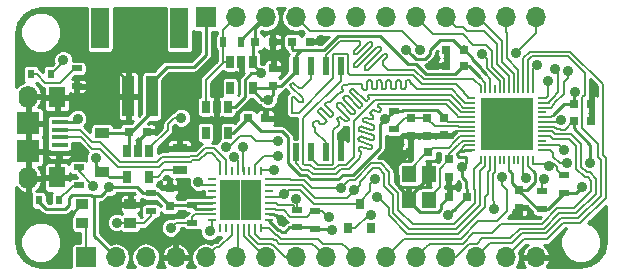
<source format=gbr>
G04 #@! TF.GenerationSoftware,KiCad,Pcbnew,(2017-05-26 revision 1fda668)-master*
G04 #@! TF.CreationDate,2017-06-12T11:29:52-07:00*
G04 #@! TF.ProjectId,feather_five,666561746865725F666976652E6B6963,rev?*
G04 #@! TF.FileFunction,Copper,L1,Top,Signal*
G04 #@! TF.FilePolarity,Positive*
%FSLAX46Y46*%
G04 Gerber Fmt 4.6, Leading zero omitted, Abs format (unit mm)*
G04 Created by KiCad (PCBNEW (2017-05-26 revision 1fda668)-master) date Monday, June 12, 2017 'AMt' 11:29:52 AM*
%MOMM*%
%LPD*%
G01*
G04 APERTURE LIST*
%ADD10C,0.100000*%
%ADD11R,0.650000X0.200000*%
%ADD12R,0.200000X0.650000*%
%ADD13R,2.200000X2.200000*%
%ADD14O,1.700000X1.700000*%
%ADD15R,1.700000X1.700000*%
%ADD16R,0.900000X0.500000*%
%ADD17R,1.000000X0.900000*%
%ADD18R,0.800000X0.900000*%
%ADD19R,1.300000X0.700000*%
%ADD20R,0.600000X1.500000*%
%ADD21R,0.800000X0.750000*%
%ADD22R,0.750000X0.800000*%
%ADD23R,1.200000X1.400000*%
%ADD24R,0.500000X0.900000*%
%ADD25R,0.650000X1.060000*%
%ADD26R,0.600000X0.800000*%
%ADD27R,1.400000X1.800000*%
%ADD28R,1.350000X0.400000*%
%ADD29R,1.900000X1.900000*%
%ADD30O,1.600000X1.900000*%
%ADD31R,1.500000X3.400000*%
%ADD32R,1.000000X3.500000*%
%ADD33R,1.200000X0.900000*%
%ADD34R,1.725000X1.725000*%
%ADD35R,0.700000X0.250000*%
%ADD36R,0.250000X0.700000*%
%ADD37C,0.914400*%
%ADD38C,0.195000*%
%ADD39C,0.200000*%
%ADD40C,0.254000*%
%ADD41C,0.203200*%
G04 APERTURE END LIST*
D10*
D11*
X130407600Y-69076000D03*
X130407600Y-69476000D03*
X130407600Y-69876000D03*
X130407600Y-70276000D03*
X130407600Y-70676000D03*
X130407600Y-71076000D03*
X130407600Y-71476000D03*
X130407600Y-71876000D03*
X130407600Y-72276000D03*
X130407600Y-72676000D03*
X130407600Y-73076000D03*
X130407600Y-73476000D03*
D12*
X131207600Y-74276000D03*
X131607600Y-74276000D03*
X132007600Y-74276000D03*
X132407600Y-74276000D03*
X132807600Y-74276000D03*
X133207600Y-74276000D03*
X133607600Y-74276000D03*
X134007600Y-74276000D03*
X134407600Y-74276000D03*
X134807600Y-74276000D03*
X135207600Y-74276000D03*
X135607600Y-74276000D03*
D11*
X136407600Y-73476000D03*
X136407600Y-73076000D03*
X136407600Y-72676000D03*
X136407600Y-72276000D03*
X136407600Y-71876000D03*
X136407600Y-71476000D03*
X136407600Y-71076000D03*
X136407600Y-70676000D03*
X136407600Y-70276000D03*
X136407600Y-69876000D03*
X136407600Y-69476000D03*
X136407600Y-69076000D03*
D12*
X135607600Y-68276000D03*
X135207600Y-68276000D03*
X134807600Y-68276000D03*
X134407600Y-68276000D03*
X134007600Y-68276000D03*
X133607600Y-68276000D03*
X133207600Y-68276000D03*
X132807600Y-68276000D03*
X132407600Y-68276000D03*
X132007600Y-68276000D03*
X131607600Y-68276000D03*
X131207600Y-68276000D03*
D13*
X132307600Y-70176000D03*
X132307600Y-72376000D03*
X134507600Y-70176000D03*
X134507600Y-72376000D03*
D14*
X135890000Y-62230000D03*
X133350000Y-62230000D03*
X130810000Y-62230000D03*
X128270000Y-62230000D03*
X125730000Y-62230000D03*
X123190000Y-62230000D03*
X120650000Y-62230000D03*
X118110000Y-62230000D03*
X115570000Y-62230000D03*
X113030000Y-62230000D03*
X110490000Y-62230000D03*
D15*
X107950000Y-62230000D03*
D14*
X135890000Y-82550000D03*
X133350000Y-82550000D03*
X130810000Y-82550000D03*
X128270000Y-82550000D03*
X125730000Y-82550000D03*
X123190000Y-82550000D03*
X120650000Y-82550000D03*
X118110000Y-82550000D03*
X115570000Y-82550000D03*
X113030000Y-82550000D03*
X110490000Y-82550000D03*
X107950000Y-82550000D03*
X105410000Y-82550000D03*
X102870000Y-82550000D03*
X100330000Y-82550000D03*
D15*
X97790000Y-82550000D03*
D16*
X103301800Y-78626400D03*
X103301800Y-77126400D03*
D17*
X101541800Y-79641600D03*
X101541800Y-78041600D03*
X97441800Y-79641600D03*
X97441800Y-78041600D03*
D18*
X120954800Y-78044800D03*
X121904800Y-80044800D03*
X120004800Y-80044800D03*
D19*
X105714800Y-73294200D03*
X105714800Y-75194200D03*
D16*
X106781600Y-79617000D03*
X106781600Y-78117000D03*
X115671600Y-80023400D03*
X115671600Y-78523400D03*
X117170200Y-78650400D03*
X117170200Y-80150400D03*
D20*
X115544600Y-66352400D03*
X115544600Y-73652400D03*
X116814600Y-66352400D03*
X116814600Y-73652400D03*
X118084600Y-66352400D03*
X118084600Y-73652400D03*
X119354600Y-66352400D03*
X119354600Y-73652400D03*
D21*
X125234000Y-73660000D03*
X126734000Y-73660000D03*
D22*
X128524000Y-74230800D03*
X128524000Y-75730800D03*
X128117600Y-72213600D03*
X128117600Y-70713600D03*
X126695200Y-72276400D03*
X126695200Y-70776400D03*
D21*
X130036000Y-77419200D03*
X128536000Y-77419200D03*
D22*
X125272800Y-72276400D03*
X125272800Y-70776400D03*
D21*
X128282000Y-66344800D03*
X129782000Y-66344800D03*
X128282000Y-64973200D03*
X129782000Y-64973200D03*
D22*
X134493000Y-76872400D03*
X134493000Y-78372400D03*
D21*
X140577000Y-69596000D03*
X139077000Y-69596000D03*
X139077000Y-70993000D03*
X140577000Y-70993000D03*
X115277200Y-64312800D03*
X116777200Y-64312800D03*
D22*
X113639600Y-66560000D03*
X113639600Y-68060000D03*
D21*
X112992600Y-70789800D03*
X111492600Y-70789800D03*
D22*
X104876600Y-78169200D03*
X104876600Y-76669200D03*
D21*
X112127600Y-64312800D03*
X113627600Y-64312800D03*
X102959600Y-71932800D03*
X101459600Y-71932800D03*
D23*
X126834000Y-75506400D03*
X126834000Y-77706400D03*
X125134000Y-77706400D03*
X125134000Y-75506400D03*
D16*
X123850400Y-70192200D03*
X123850400Y-71692200D03*
X136398000Y-76974000D03*
X136398000Y-78474000D03*
X138303000Y-75577000D03*
X138303000Y-77077000D03*
D24*
X110884400Y-64312800D03*
X109384400Y-64312800D03*
D16*
X97180400Y-74942000D03*
X97180400Y-76442000D03*
X97028000Y-66560000D03*
X97028000Y-68060000D03*
D25*
X111897200Y-68206800D03*
X109997200Y-68206800D03*
X109997200Y-66006800D03*
X110947200Y-66006800D03*
X111897200Y-66006800D03*
X109814400Y-69816800D03*
X108864400Y-69816800D03*
X107914400Y-69816800D03*
X107914400Y-72016800D03*
X109814400Y-72016800D03*
X103159600Y-75725200D03*
X101259600Y-75725200D03*
X101259600Y-73525200D03*
X102209600Y-73525200D03*
X103159600Y-73525200D03*
D26*
X93130000Y-67056000D03*
X94830000Y-67056000D03*
X93790400Y-77724000D03*
X95490400Y-77724000D03*
D27*
X95342500Y-68990000D03*
X95342500Y-75790000D03*
D28*
X95567500Y-71090000D03*
X95567500Y-71740000D03*
X95567500Y-72390000D03*
X95567500Y-73040000D03*
X95567500Y-73690000D03*
D29*
X92892500Y-71190000D03*
X92892500Y-73590000D03*
D30*
X92892500Y-68940000D03*
X92892500Y-75840000D03*
D31*
X99012000Y-63165000D03*
X105712000Y-63165000D03*
D32*
X101362000Y-68915000D03*
X103362000Y-68915000D03*
D33*
X99161600Y-72010000D03*
X99161600Y-75310000D03*
D34*
X110021500Y-78533100D03*
X111746500Y-78533100D03*
X110021500Y-76808100D03*
X111746500Y-76808100D03*
D35*
X108484000Y-79420600D03*
X108484000Y-78920600D03*
X108484000Y-78420600D03*
X108484000Y-77920600D03*
X108484000Y-77420600D03*
X108484000Y-76920600D03*
X108484000Y-76420600D03*
X108484000Y-75920600D03*
D36*
X109134000Y-75270600D03*
X109634000Y-75270600D03*
X110134000Y-75270600D03*
X110634000Y-75270600D03*
X111134000Y-75270600D03*
X111634000Y-75270600D03*
X112134000Y-75270600D03*
X112634000Y-75270600D03*
D35*
X113284000Y-75920600D03*
X113284000Y-76420600D03*
X113284000Y-76920600D03*
X113284000Y-77420600D03*
X113284000Y-77920600D03*
X113284000Y-78420600D03*
X113284000Y-78920600D03*
X113284000Y-79420600D03*
D36*
X112634000Y-80070600D03*
X112134000Y-80070600D03*
X111634000Y-80070600D03*
X111134000Y-80070600D03*
X110634000Y-80070600D03*
X110134000Y-80070600D03*
X109634000Y-80070600D03*
X109134000Y-80070600D03*
D37*
X118665152Y-80226778D03*
X99771200Y-76631800D03*
X128422400Y-79007554D03*
X129619373Y-74885816D03*
X139166600Y-68554600D03*
X113207800Y-69189600D03*
X99014280Y-66456560D03*
X105740200Y-72308720D03*
X119684800Y-72186800D03*
X99923600Y-78054200D03*
X114390857Y-79476703D03*
X117664007Y-64145362D03*
X127078697Y-66265012D03*
X140766790Y-68249800D03*
X123889769Y-74661105D03*
X134245792Y-78781375D03*
X137490200Y-82473800D03*
X113639600Y-65379600D03*
X105892600Y-76250800D03*
X97180400Y-73812400D03*
X132763850Y-71919750D03*
X132763850Y-70632250D03*
X134051350Y-71919750D03*
X134051350Y-70632250D03*
X123148908Y-70831549D03*
X124920517Y-64955150D03*
X139801557Y-76555600D03*
X140487434Y-74549000D03*
X135026356Y-75831261D03*
X136601168Y-75903710D03*
X122289543Y-75884797D03*
X100380800Y-79603600D03*
X114020600Y-72669400D03*
X114575946Y-77216580D03*
X109641034Y-73207212D03*
X98628198Y-74117200D03*
X112604528Y-66981230D03*
X97078800Y-70815200D03*
X108254800Y-80340200D03*
X104973216Y-80055919D03*
X131310070Y-65303390D03*
X95859600Y-65836800D03*
X126101145Y-64959633D03*
X105873111Y-70733862D03*
X98425000Y-76504800D03*
X111087993Y-73187163D03*
X110357273Y-74066404D03*
X113745044Y-75143850D03*
X132372713Y-78479818D03*
X122443364Y-77431474D03*
X114071400Y-73964800D03*
X120497600Y-76885798D03*
X119343964Y-76713426D03*
X138018018Y-70942992D03*
X133023288Y-75741529D03*
X135959810Y-66285986D03*
X134170553Y-65247091D03*
X136943012Y-67619193D03*
X137467421Y-66611478D03*
X138567822Y-66752587D03*
X115617990Y-77620560D03*
X138277570Y-73480806D03*
X118358375Y-79152095D03*
X138557011Y-74598417D03*
X107315000Y-76149200D03*
X121899530Y-78934388D03*
X137007579Y-74855198D03*
D38*
X130407600Y-73076000D02*
X129887600Y-73076000D01*
X129887600Y-73076000D02*
X129437600Y-73526000D01*
X129437600Y-73526000D02*
X129437023Y-73526000D01*
X131607600Y-68276000D02*
X131607600Y-67756000D01*
X131607600Y-67756000D02*
X131157600Y-67306000D01*
X131157600Y-67306000D02*
X131157600Y-67272000D01*
X136407600Y-70676000D02*
X137164771Y-70676000D01*
X137164771Y-70676000D02*
X137314771Y-70526000D01*
D39*
X129732600Y-73526000D02*
X129437023Y-73526000D01*
D40*
X130407600Y-73476000D02*
X129828600Y-73476000D01*
X129828600Y-73476000D02*
X129778600Y-73526000D01*
X129778600Y-73526000D02*
X129437023Y-73526000D01*
X118588774Y-80150400D02*
X118665152Y-80226778D01*
X117170200Y-80150400D02*
X118588774Y-80150400D01*
X98501200Y-77317599D02*
X99085401Y-77317599D01*
X98262161Y-77317599D02*
X98501200Y-77317599D01*
X98501200Y-77317599D02*
X98501200Y-80721200D01*
X98501200Y-80721200D02*
X100330000Y-82550000D01*
X106781600Y-78117000D02*
X104928800Y-78117000D01*
X104928800Y-78117000D02*
X104876600Y-78169200D01*
X108484000Y-77920600D02*
X106978000Y-77920600D01*
X106978000Y-77920600D02*
X106781600Y-78117000D01*
X108484000Y-78420600D02*
X107085200Y-78420600D01*
X107085200Y-78420600D02*
X106781600Y-78117000D01*
X103301800Y-77126400D02*
X103833800Y-77126400D01*
X103833800Y-77126400D02*
X104876600Y-78169200D01*
X99771200Y-76631800D02*
X102103200Y-76631800D01*
X102103200Y-76631800D02*
X102597800Y-77126400D01*
X102597800Y-77126400D02*
X103301800Y-77126400D01*
X96652401Y-77261399D02*
X98205961Y-77261399D01*
X96393000Y-78115762D02*
X96393000Y-77520800D01*
X96054561Y-78454201D02*
X96393000Y-78115762D01*
X96393000Y-77520800D02*
X96652401Y-77261399D01*
X99314001Y-77088999D02*
X99771200Y-76631800D01*
X93790400Y-77824000D02*
X94420601Y-78454201D01*
X94420601Y-78454201D02*
X96054561Y-78454201D01*
X98205961Y-77261399D02*
X98262161Y-77317599D01*
X99085401Y-77317599D02*
X99314001Y-77088999D01*
X93790400Y-77724000D02*
X93790400Y-77824000D01*
X111897200Y-68411800D02*
X112675000Y-69189600D01*
X111897200Y-68206800D02*
X111897200Y-68411800D01*
X113639600Y-68060000D02*
X113639600Y-68757800D01*
X128879599Y-78550355D02*
X128422400Y-79007554D01*
X128924616Y-78505584D02*
X128924370Y-78505584D01*
X128924370Y-78505584D02*
X128879599Y-78550355D01*
X130036000Y-77419200D02*
X130011000Y-77419200D01*
X130011000Y-77419200D02*
X128924616Y-78505584D01*
X128924616Y-78505584D02*
X128930400Y-78511368D01*
X115671600Y-80023400D02*
X117043200Y-80023400D01*
X117043200Y-80023400D02*
X117170200Y-80150400D01*
X114314882Y-80365602D02*
X114625398Y-80365602D01*
X114625398Y-80365602D02*
X114967600Y-80023400D01*
X114967600Y-80023400D02*
X115671600Y-80023400D01*
X114187985Y-80238705D02*
X114314882Y-80365602D01*
X114038303Y-80238705D02*
X114187985Y-80238705D01*
X113284000Y-79484402D02*
X114038303Y-80238705D01*
X113284000Y-79420600D02*
X113284000Y-79484402D01*
X129782000Y-66344800D02*
X129757000Y-66344800D01*
X129757000Y-66344800D02*
X129049387Y-67052413D01*
X129049387Y-67052413D02*
X126573668Y-67052413D01*
X126573668Y-67052413D02*
X125739044Y-66217789D01*
X125739044Y-66217789D02*
X125069589Y-66217789D01*
X125069589Y-66217789D02*
X122682000Y-63830200D01*
X122682000Y-63830200D02*
X119092735Y-63830200D01*
X119092735Y-63830200D02*
X117904934Y-65018001D01*
X117904934Y-65018001D02*
X115982399Y-65018001D01*
X117170200Y-80150400D02*
X117237446Y-80150400D01*
X129946400Y-76059600D02*
X129619373Y-75732573D01*
X129619373Y-75732573D02*
X129619373Y-75532394D01*
X130007600Y-74026000D02*
X130007600Y-74497589D01*
X130007600Y-74497589D02*
X129619373Y-74885816D01*
X129619373Y-75532394D02*
X129619373Y-74885816D01*
X129946400Y-76059600D02*
X129946400Y-76700600D01*
X129946400Y-76700600D02*
X130036000Y-76790200D01*
X130036000Y-76790200D02*
X130036000Y-77419200D01*
X139077000Y-68644200D02*
X139166600Y-68554600D01*
X139077000Y-69596000D02*
X139077000Y-68644200D01*
X104876600Y-78169200D02*
X105118600Y-77927200D01*
X108477400Y-77927200D02*
X108484000Y-77920600D01*
X111897200Y-68206800D02*
X113492800Y-68206800D01*
X113492800Y-68206800D02*
X113639600Y-68060000D01*
X114268600Y-68060000D02*
X113639600Y-68060000D01*
X129946400Y-76059600D02*
X129946400Y-76084600D01*
X115277200Y-64312800D02*
X115277200Y-64941800D01*
X115277200Y-64941800D02*
X115353401Y-65018001D01*
X115353401Y-65018001D02*
X115982399Y-65018001D01*
X115982399Y-65018001D02*
X115544600Y-65455800D01*
X129403600Y-74026000D02*
X130007600Y-74026000D01*
X129235200Y-73857600D02*
X129403600Y-74026000D01*
X129235200Y-73727823D02*
X129235200Y-73857600D01*
X129437023Y-73526000D02*
X129235200Y-73727823D01*
X139077000Y-69596000D02*
X139102000Y-69596000D01*
X131157600Y-67272000D02*
X130230400Y-66344800D01*
X130230400Y-66344800D02*
X129782000Y-66344800D01*
X138423000Y-69596000D02*
X139077000Y-69596000D01*
X138244771Y-69596000D02*
X138423000Y-69596000D01*
X137314771Y-70526000D02*
X138244771Y-69596000D01*
X112675000Y-69189600D02*
X113207800Y-69189600D01*
X113639600Y-68757800D02*
X113207800Y-69189600D01*
X115544600Y-66352400D02*
X115544600Y-66802400D01*
X115544600Y-66802400D02*
X114287000Y-68060000D01*
X114287000Y-68060000D02*
X114268600Y-68060000D01*
X115544600Y-65455800D02*
X115544600Y-66352400D01*
D41*
X129168098Y-70526000D02*
X128245286Y-69603188D01*
X121810425Y-73393826D02*
X121764925Y-73394299D01*
X128245286Y-69603188D02*
X122501715Y-69603188D01*
X121885612Y-70254437D02*
X121876697Y-70295457D01*
X122492801Y-69644207D02*
X122493239Y-69686182D01*
X122493239Y-69686182D02*
X122503004Y-69727006D01*
X121275155Y-70826630D02*
X121255839Y-70867829D01*
X122092326Y-70098198D02*
X122050351Y-70098634D01*
X122501715Y-69603188D02*
X122492801Y-69644207D01*
X121074086Y-73632412D02*
X121090210Y-73665022D01*
X122530005Y-70234714D02*
X122488986Y-70225799D01*
X122503004Y-69727006D02*
X122521609Y-69764636D01*
X122571980Y-70234278D02*
X122530005Y-70234714D01*
X122521609Y-69764636D02*
X122548120Y-69797181D01*
X122548120Y-69797181D02*
X122581209Y-69823012D01*
X121246648Y-70957793D02*
X121257233Y-71002047D01*
X122581209Y-69823012D02*
X122657225Y-69858649D01*
X121996741Y-70857158D02*
X121952487Y-70867744D01*
X121468975Y-70730797D02*
X121423475Y-70731270D01*
X121513439Y-70740461D02*
X121468975Y-70730797D01*
X121913522Y-70186607D02*
X121895702Y-70224614D01*
X122657225Y-69858649D02*
X122690314Y-69884480D01*
X121932017Y-70448432D02*
X121965106Y-70474262D01*
X122310919Y-70167185D02*
X122133346Y-70107113D01*
X122050351Y-70098634D02*
X122009526Y-70108400D01*
X122716828Y-69917025D02*
X122735433Y-69954655D01*
X122745198Y-69995479D02*
X122745634Y-70037454D01*
X121877134Y-70337432D02*
X121886899Y-70378257D01*
X122690314Y-69884480D02*
X122716828Y-69917025D01*
X120888780Y-73467736D02*
X120904904Y-73500346D01*
X122735433Y-69954655D02*
X122745198Y-69995479D01*
X122745634Y-70037454D02*
X122736719Y-70078474D01*
X121047802Y-73174063D02*
X121012421Y-73182527D01*
X122736719Y-70078474D02*
X122726631Y-70108299D01*
X121277401Y-71042835D02*
X121306140Y-71078114D01*
X121257233Y-71002047D02*
X121277401Y-71042835D01*
X122708812Y-70146307D02*
X122682981Y-70179394D01*
X121939352Y-70153517D02*
X121913522Y-70186607D01*
X121876697Y-70295457D02*
X121877134Y-70337432D01*
X122726631Y-70108299D02*
X122708812Y-70146307D01*
X122682981Y-70179394D02*
X122650436Y-70205907D01*
X122200350Y-72381346D02*
X122200823Y-72426846D01*
X122189765Y-72337091D02*
X122200350Y-72381346D01*
X121024033Y-71479745D02*
X120983245Y-71499912D01*
X122650436Y-70205907D02*
X122612806Y-70224512D01*
X122612806Y-70224512D02*
X122571980Y-70234278D01*
X122488986Y-70225799D02*
X122311414Y-70165728D01*
X121850690Y-72999669D02*
X121891891Y-73018983D01*
X121891891Y-73018983D02*
X121927759Y-73046982D01*
X121927759Y-73046982D02*
X121956497Y-73082260D01*
X122311414Y-70165728D02*
X122310919Y-70167185D01*
X122119327Y-70605904D02*
X122129092Y-70646729D01*
X122100721Y-70568275D02*
X122119327Y-70605904D01*
X121948438Y-71745663D02*
X121158252Y-71478350D01*
X122133346Y-70107113D02*
X122092326Y-70098198D01*
X120867341Y-72500230D02*
X120867814Y-72545730D01*
X120877005Y-72455766D02*
X120867341Y-72500230D01*
X120896320Y-72414567D02*
X120877005Y-72455766D01*
X120924319Y-72378699D02*
X120896320Y-72414567D01*
X120959598Y-72349960D02*
X120924319Y-72378699D01*
X122009526Y-70108400D02*
X121971897Y-70127005D01*
X121971897Y-70127005D02*
X121939352Y-70153517D01*
X120919967Y-71564519D02*
X120900652Y-71605718D01*
X121895702Y-70224614D02*
X121885612Y-70254437D01*
X120900652Y-71605718D02*
X120890988Y-71650182D01*
X121886899Y-70378257D02*
X121905505Y-70415886D01*
X122188225Y-71531096D02*
X122180500Y-71566646D01*
X121255839Y-70867829D02*
X121246175Y-70912293D01*
X122072808Y-70808252D02*
X122037529Y-70836990D01*
X121905505Y-70415886D02*
X121932017Y-70448432D01*
X121965106Y-70474262D02*
X122041120Y-70509900D01*
X122041120Y-70509900D02*
X122074209Y-70535730D01*
X122074209Y-70535730D02*
X122100721Y-70568275D01*
X122100807Y-70772384D02*
X122072808Y-70808252D01*
X122129092Y-70646729D02*
X122129529Y-70688704D01*
X122129529Y-70688704D02*
X122120614Y-70729724D01*
X122120614Y-70729724D02*
X122120123Y-70731185D01*
X122120123Y-70731185D02*
X122100807Y-70772384D01*
X122037529Y-70836990D02*
X121996741Y-70857158D01*
X121952487Y-70867744D02*
X121906987Y-70868216D01*
X121906987Y-70868216D02*
X121862522Y-70858553D01*
X121862522Y-70858553D02*
X121513439Y-70740461D01*
X121423475Y-70731270D02*
X121379221Y-70741856D01*
X121379221Y-70741856D02*
X121338432Y-70762023D01*
X121338432Y-70762023D02*
X121303154Y-70790762D01*
X121303154Y-70790762D02*
X121275155Y-70826630D01*
X121246175Y-70912293D02*
X121246648Y-70957793D01*
X121306140Y-71078114D02*
X121342008Y-71106113D01*
X121342008Y-71106113D02*
X121383207Y-71125429D01*
X121383207Y-71125429D02*
X122078667Y-71360697D01*
X122078667Y-71360697D02*
X122111608Y-71376137D01*
X122111608Y-71376137D02*
X122140283Y-71398523D01*
X122163260Y-71426727D02*
X122179383Y-71459339D01*
X122140283Y-71398523D02*
X122163260Y-71426727D01*
X122179383Y-71459339D02*
X122187848Y-71494719D01*
X122187848Y-71494719D02*
X122188225Y-71531096D01*
X122180500Y-71566646D02*
X122154388Y-71643832D01*
X122138944Y-71676772D02*
X122116560Y-71705447D01*
X122154388Y-71643832D02*
X122138944Y-71676772D01*
X122088355Y-71728424D02*
X122055745Y-71744548D01*
X122116560Y-71705447D02*
X122088355Y-71728424D01*
X122055745Y-71744548D02*
X122020365Y-71753011D01*
X122020365Y-71753011D02*
X121983986Y-71753388D01*
X121983986Y-71753388D02*
X121948438Y-71745663D01*
X121158252Y-71478350D02*
X121113787Y-71468686D01*
X121113787Y-71468686D02*
X121068287Y-71469159D01*
X121068287Y-71469159D02*
X121024033Y-71479745D01*
X120947966Y-71528651D02*
X120919967Y-71564519D01*
X120983245Y-71499912D02*
X120947966Y-71528651D01*
X120890988Y-71650182D02*
X120891461Y-71695682D01*
X120891461Y-71695682D02*
X120902046Y-71739936D01*
X120902046Y-71739936D02*
X120922214Y-71780724D01*
X120950953Y-71816003D02*
X120986821Y-71844002D01*
X120922214Y-71780724D02*
X120950953Y-71816003D01*
X120986821Y-71844002D02*
X121028020Y-71863318D01*
X121028020Y-71863318D02*
X122063790Y-72213711D01*
X122063790Y-72213711D02*
X122104991Y-72233025D01*
X122104991Y-72233025D02*
X122140858Y-72261024D01*
X122140858Y-72261024D02*
X122169596Y-72296302D01*
X122169596Y-72296302D02*
X122189765Y-72337091D01*
X122171844Y-72512509D02*
X122143845Y-72548377D01*
X122191160Y-72471309D02*
X122171844Y-72512509D01*
X122200823Y-72426846D02*
X122191160Y-72471309D01*
X122143845Y-72548377D02*
X122108568Y-72577115D01*
X122108568Y-72577115D02*
X122067778Y-72597283D01*
X122067778Y-72597283D02*
X122023523Y-72607868D01*
X122023523Y-72607868D02*
X121978025Y-72608341D01*
X121933560Y-72598679D02*
X121134605Y-72328398D01*
X121978025Y-72608341D02*
X121933560Y-72598679D01*
X121134605Y-72328398D02*
X121090140Y-72318734D01*
X121044641Y-72319207D02*
X121000387Y-72329793D01*
X121090140Y-72318734D02*
X121044641Y-72319207D01*
X121000387Y-72329793D02*
X120959598Y-72349960D01*
X120867814Y-72545730D02*
X120878399Y-72589984D01*
X120878399Y-72589984D02*
X120898567Y-72630772D01*
X120898567Y-72630772D02*
X120927306Y-72666051D01*
X120927306Y-72666051D02*
X120963174Y-72694050D01*
X120963174Y-72694050D02*
X121004373Y-72713366D01*
X121004373Y-72713366D02*
X121850690Y-72999669D01*
X121956497Y-73082260D02*
X121976665Y-73123050D01*
X121976665Y-73123050D02*
X121987250Y-73167304D01*
X121987250Y-73167304D02*
X121987723Y-73212802D01*
X121987723Y-73212802D02*
X121978060Y-73257267D01*
X121978060Y-73257267D02*
X121958744Y-73298465D01*
X121958744Y-73298465D02*
X121930745Y-73334333D01*
X121930745Y-73334333D02*
X121895468Y-73363073D01*
X121895468Y-73363073D02*
X121854678Y-73383239D01*
X121854678Y-73383239D02*
X121810425Y-73393826D01*
X121764925Y-73394299D02*
X121720460Y-73384635D01*
X121720460Y-73384635D02*
X121119728Y-73181411D01*
X121119728Y-73181411D02*
X121084179Y-73173685D01*
X121084179Y-73173685D02*
X121047802Y-73174063D01*
X121012421Y-73182527D02*
X120979810Y-73198651D01*
X120979810Y-73198651D02*
X120951605Y-73221627D01*
X120951605Y-73221627D02*
X120929220Y-73250304D01*
X120929220Y-73250304D02*
X120913777Y-73283242D01*
X120913777Y-73283242D02*
X120887665Y-73360428D01*
X120887665Y-73360428D02*
X120879939Y-73395978D01*
X120879939Y-73395978D02*
X120880317Y-73432355D01*
X120880317Y-73432355D02*
X120888780Y-73467736D01*
X120904904Y-73500346D02*
X120927880Y-73528551D01*
X120927880Y-73528551D02*
X120956557Y-73550936D01*
X120956557Y-73550936D02*
X121022433Y-73581821D01*
X121022433Y-73581821D02*
X121051110Y-73604206D01*
X121051110Y-73604206D02*
X121074086Y-73632412D01*
X121090210Y-73665022D02*
X121098673Y-73700403D01*
X121098673Y-73700403D02*
X121099051Y-73736780D01*
X121099051Y-73736780D02*
X121091325Y-73772329D01*
X121091325Y-73772329D02*
X120929400Y-74250993D01*
X120929400Y-74250993D02*
X120066781Y-75113612D01*
X120066781Y-75113612D02*
X119371532Y-75113612D01*
X119371532Y-75113612D02*
X118965121Y-75520023D01*
X118965121Y-75520023D02*
X116991631Y-75520023D01*
X116991631Y-75520023D02*
X116630163Y-75158555D01*
X116630163Y-75158555D02*
X116097555Y-75158555D01*
X116097555Y-75158555D02*
X115544600Y-74605600D01*
X115544600Y-74605600D02*
X115544600Y-73652400D01*
D38*
X130407600Y-70676000D02*
X129683726Y-70676000D01*
X129683726Y-70676000D02*
X129681666Y-70673940D01*
X129681666Y-70673940D02*
X129316038Y-70673940D01*
X129316038Y-70673940D02*
X129313538Y-70671440D01*
D39*
X129313538Y-70671440D02*
X129168098Y-70526000D01*
D41*
X129782600Y-68526000D02*
X129148074Y-67891474D01*
X129148074Y-67891474D02*
X126227306Y-67891474D01*
X126227306Y-67891474D02*
X125485812Y-67149980D01*
X125485812Y-67149980D02*
X120134380Y-67149980D01*
X120134380Y-67149980D02*
X119959401Y-66975001D01*
X118810759Y-65297599D02*
X118749799Y-65358559D01*
X118749799Y-67381401D02*
X118310659Y-67820541D01*
X119959401Y-66975001D02*
X119959401Y-65358559D01*
X119959401Y-65358559D02*
X119898441Y-65297599D01*
X119898441Y-65297599D02*
X118810759Y-65297599D01*
X118749799Y-65358559D02*
X118749799Y-67381401D01*
X118310659Y-67820541D02*
X115829671Y-70301529D01*
D39*
X115829671Y-70301529D02*
X115214400Y-70301529D01*
D41*
X116178497Y-69167652D02*
X116158755Y-69126655D01*
X115281452Y-67775608D02*
X115326954Y-67775609D01*
X116158755Y-69126655D02*
X116130385Y-69091080D01*
X115865709Y-68223210D02*
X115910070Y-68233335D01*
X115196094Y-67805477D02*
X115237090Y-67785735D01*
X115412312Y-67805477D02*
X115447888Y-67833846D01*
X115789138Y-68175096D02*
X115824712Y-68203467D01*
X115237090Y-67785735D02*
X115281452Y-67775608D01*
X115160518Y-67833847D02*
X115196094Y-67805477D01*
X116130385Y-69091080D02*
X115160519Y-68121215D01*
X115910070Y-68233335D02*
X115955574Y-68233334D01*
X115132148Y-67869422D02*
X115160518Y-67833847D01*
X115955574Y-68233334D02*
X115999935Y-68223209D01*
X115824712Y-68203467D02*
X115865709Y-68223210D01*
X115160519Y-68121215D02*
X115132147Y-68085640D01*
X115132147Y-68085640D02*
X115112405Y-68044644D01*
X115112405Y-68044644D02*
X115102280Y-68000282D01*
X115102280Y-68000282D02*
X115102279Y-67954780D01*
X116188623Y-69257516D02*
X116188623Y-69212013D01*
X116188623Y-69212013D02*
X116178497Y-69167652D01*
X116158755Y-69342873D02*
X116178497Y-69301877D01*
X116178497Y-69301877D02*
X116188623Y-69257516D01*
X115425196Y-68989087D02*
X115466193Y-69008829D01*
X115466193Y-69008829D02*
X115501768Y-69037200D01*
X115501768Y-69037200D02*
X115843017Y-69378449D01*
X115843017Y-69378449D02*
X115878592Y-69406819D01*
X115878592Y-69406819D02*
X115919589Y-69426562D01*
X115214400Y-69037200D02*
X115249975Y-69008829D01*
X116094810Y-69406819D02*
X116130385Y-69378449D01*
X116130385Y-69378449D02*
X116158755Y-69342873D01*
X115214400Y-70301529D02*
X115214400Y-69037200D01*
X115102279Y-67954780D02*
X115112406Y-67910418D01*
X115335332Y-68978961D02*
X115380835Y-68978961D01*
X115290971Y-68989087D02*
X115335332Y-68978961D01*
X115249975Y-69008829D02*
X115290971Y-68989087D01*
X115380835Y-68978961D02*
X115425196Y-68989087D01*
X115326954Y-67775609D02*
X115371316Y-67785734D01*
X115371316Y-67785734D02*
X115412312Y-67805477D01*
X116814600Y-67437000D02*
X116814600Y-66352400D01*
X115447888Y-67833846D02*
X115789138Y-68175096D01*
X115112406Y-67910418D02*
X115132148Y-67869422D01*
X116076506Y-68175096D02*
X116814600Y-67437000D01*
X116040930Y-68203467D02*
X116076506Y-68175096D01*
X115999935Y-68223209D02*
X116040930Y-68203467D01*
X116053814Y-69426562D02*
X116094810Y-69406819D01*
X115919589Y-69426562D02*
X115963950Y-69436687D01*
X115963950Y-69436687D02*
X116009453Y-69436687D01*
X116009453Y-69436687D02*
X116053814Y-69426562D01*
D39*
X130407600Y-69076000D02*
X130182600Y-69076000D01*
X130182600Y-69076000D02*
X129782600Y-68676000D01*
X129782600Y-68676000D02*
X129782600Y-68526000D01*
D41*
X121331134Y-69168866D02*
X120515305Y-68353037D01*
X129403142Y-69526000D02*
X128660354Y-68783211D01*
X120515305Y-68353037D02*
X120479730Y-68324667D01*
X120039163Y-70772064D02*
X120046809Y-70805571D01*
X119624831Y-69179565D02*
X119653202Y-69215140D01*
X121679968Y-68888443D02*
X121686369Y-68916493D01*
X121747210Y-69013322D02*
X121753612Y-69041370D01*
X120869740Y-69852388D02*
X120847246Y-69834450D01*
X119020228Y-69668942D02*
X119030354Y-69713303D01*
X121611118Y-69252275D02*
X121588624Y-69270213D01*
X120559880Y-70303511D02*
X120454207Y-70409185D01*
X119030354Y-69579078D02*
X119020228Y-69623439D01*
X121562703Y-69282697D02*
X121534655Y-69289098D01*
X128660354Y-68783211D02*
X121716789Y-68783211D01*
X121686369Y-68916493D02*
X121698852Y-68942414D01*
X121152553Y-69569574D02*
X121165036Y-69595495D01*
X119688777Y-68899402D02*
X119653202Y-68927772D01*
X120320926Y-70439605D02*
X120295005Y-70427123D01*
X120002822Y-70714230D02*
X120024250Y-70741100D01*
X119289263Y-69454394D02*
X119244902Y-69444269D01*
X121588624Y-69270213D02*
X121562703Y-69282697D01*
X121686370Y-68831625D02*
X121679968Y-68859673D01*
X120227937Y-68353037D02*
X120199566Y-68388612D01*
X120847246Y-69834450D02*
X119940570Y-68927772D01*
X119594963Y-69094207D02*
X119605089Y-69138568D01*
X121534655Y-69289098D02*
X121505885Y-69289098D01*
X120377744Y-70446008D02*
X120348974Y-70446008D01*
X121679968Y-68859673D02*
X121679968Y-68888443D01*
X117419401Y-74707201D02*
X116814600Y-74102400D01*
X119773289Y-71037939D02*
X119742325Y-71023026D01*
X119030354Y-69713303D02*
X119050096Y-69754300D01*
X121698852Y-68942414D02*
X121734727Y-68987401D01*
X120348974Y-70446008D02*
X120320926Y-70439605D01*
X119874671Y-71037938D02*
X119841165Y-71045586D01*
X120590300Y-70255098D02*
X120577817Y-70281019D01*
X121716789Y-68783211D02*
X121698853Y-68805704D01*
X121152552Y-69706284D02*
X121134615Y-69728776D01*
X119715455Y-71001598D02*
X119427496Y-70713638D01*
X121698853Y-68805704D02*
X121686370Y-68831625D01*
X119905635Y-71023027D02*
X119874671Y-71037938D01*
X119050096Y-69754300D02*
X119078467Y-69789875D01*
X119653202Y-69215140D02*
X120559879Y-70121817D01*
X120199566Y-68388612D02*
X120179824Y-68429608D01*
X119020228Y-69623439D02*
X119020228Y-69668942D01*
X120577818Y-70144309D02*
X120590301Y-70170230D01*
X121734727Y-68987401D02*
X121747210Y-69013322D01*
X121716789Y-69146603D02*
X121611118Y-69252275D01*
X121753612Y-69041370D02*
X121753612Y-69070140D01*
X121338575Y-69161428D02*
X121331134Y-69168866D01*
X120431713Y-70427123D02*
X120405794Y-70439605D01*
X120559879Y-70121817D02*
X120577818Y-70144309D01*
X121753612Y-69070140D02*
X121747211Y-69098188D01*
X120479730Y-68324667D02*
X120438733Y-68304924D01*
X120002823Y-70931280D02*
X119932505Y-71001599D01*
X119330260Y-69474137D02*
X119289263Y-69454394D01*
X120304508Y-68304924D02*
X120263512Y-68324667D01*
X121747211Y-69098188D02*
X121734728Y-69124109D01*
X120169698Y-68473969D02*
X120169698Y-68519472D01*
X119774135Y-68869534D02*
X119729773Y-68879659D01*
X120169698Y-68519472D02*
X120179824Y-68563833D01*
X121734728Y-69124109D02*
X121716789Y-69146603D01*
X119092015Y-70790209D02*
X119081889Y-70834570D01*
X121505885Y-69289098D02*
X121477835Y-69282697D01*
X119841165Y-71045586D02*
X119806797Y-71045586D01*
X119199400Y-69444269D02*
X119155038Y-69454394D01*
X120577817Y-70281019D02*
X120559880Y-70303511D01*
X120263512Y-68324667D02*
X120227937Y-68353037D01*
X119940570Y-68927772D02*
X119904995Y-68899402D01*
X121477835Y-69282697D02*
X121451916Y-69270213D01*
X120199566Y-68604830D02*
X120227937Y-68640405D01*
X119114042Y-69474137D02*
X119078467Y-69502507D01*
X119078467Y-69789875D02*
X120002822Y-70714230D01*
X121451916Y-69270213D02*
X121429422Y-69252275D01*
X119904995Y-68899402D02*
X119863998Y-68879659D01*
X120438733Y-68304924D02*
X120394372Y-68294799D01*
X121171437Y-69623545D02*
X121171437Y-69652315D01*
X120024250Y-70904410D02*
X120002823Y-70931280D01*
X121028942Y-69834450D02*
X121006448Y-69852388D01*
X119863998Y-68879659D02*
X119819637Y-68869534D01*
X119140128Y-71001006D02*
X119175876Y-71036754D01*
X121429422Y-69252275D02*
X121338575Y-69161428D01*
X120394372Y-68294799D02*
X120348870Y-68294799D01*
X119742325Y-71023026D02*
X119715455Y-71001598D01*
X119605089Y-69138568D02*
X119624831Y-69179565D01*
X120348870Y-68294799D02*
X120304508Y-68304924D01*
X120179824Y-68429608D02*
X120169698Y-68473969D01*
X119365835Y-69502507D02*
X119330260Y-69474137D01*
X120952479Y-69871273D02*
X120923709Y-69871273D01*
X118628441Y-74707201D02*
X117419401Y-74707201D01*
X120179824Y-68563833D02*
X120199566Y-68604830D01*
X120227937Y-68640405D02*
X121134614Y-69547082D01*
X120405794Y-70439605D02*
X120377744Y-70446008D01*
X119819637Y-68869534D02*
X119774135Y-68869534D01*
X121134614Y-69547082D02*
X121152553Y-69569574D01*
X121165036Y-69595495D02*
X121171437Y-69623545D01*
X119092015Y-70924434D02*
X119111757Y-70965431D01*
X121171437Y-69652315D02*
X121165035Y-69680363D01*
X121165035Y-69680363D02*
X121152552Y-69706284D01*
X120590301Y-70170230D02*
X120596702Y-70198280D01*
X121134615Y-69728776D02*
X121028942Y-69834450D01*
X121006448Y-69852388D02*
X120980529Y-69864870D01*
X120980529Y-69864870D02*
X120952479Y-69871273D01*
X120923709Y-69871273D02*
X120895661Y-69864870D01*
X120895661Y-69864870D02*
X120869740Y-69852388D01*
X119078467Y-69502507D02*
X119050096Y-69538082D01*
X119729773Y-68879659D02*
X119688777Y-68899402D01*
X119653202Y-68927772D02*
X119624831Y-68963347D01*
X119624831Y-68963347D02*
X119605089Y-69004343D01*
X119234114Y-71203189D02*
X119223989Y-71247551D01*
X119223989Y-71247551D02*
X119204246Y-71288547D01*
X119605089Y-69004343D02*
X119594963Y-69048704D01*
X119594963Y-69048704D02*
X119594963Y-69094207D01*
X120596702Y-70198280D02*
X120596702Y-70227050D01*
X119932505Y-71001599D02*
X119905635Y-71023027D01*
X120596702Y-70227050D02*
X120590300Y-70255098D01*
X120454207Y-70409185D02*
X120431713Y-70427123D01*
X120295005Y-70427123D02*
X120272511Y-70409185D01*
X120272511Y-70409185D02*
X119365835Y-69502507D01*
X119806797Y-71045586D02*
X119773289Y-71037939D01*
X119244902Y-69444269D02*
X119199400Y-69444269D01*
X119155038Y-69454394D02*
X119114042Y-69474137D01*
X119050096Y-69538082D02*
X119030354Y-69579078D01*
X120024250Y-70741100D02*
X120039163Y-70772064D01*
X120046809Y-70805571D02*
X120046809Y-70839939D01*
X120046809Y-70839939D02*
X120039162Y-70873446D01*
X120039162Y-70873446D02*
X120024250Y-70904410D01*
X119427496Y-70713638D02*
X119391921Y-70685268D01*
X119350925Y-70665525D02*
X119306563Y-70655400D01*
X119391921Y-70685268D02*
X119350925Y-70665525D01*
X119261061Y-70655400D02*
X119216699Y-70665525D01*
X119306563Y-70655400D02*
X119261061Y-70655400D01*
X119111757Y-70749213D02*
X119092015Y-70790209D01*
X119140128Y-70713638D02*
X119111757Y-70749213D01*
X119175703Y-70685268D02*
X119140128Y-70713638D01*
X119216699Y-70665525D02*
X119175703Y-70685268D01*
X119081889Y-70834570D02*
X119081889Y-70880073D01*
X119111757Y-70965431D02*
X119140128Y-71001006D01*
X116814600Y-74102400D02*
X116814600Y-73652400D01*
X119081889Y-70880073D02*
X119092015Y-70924434D01*
X119175876Y-71036754D02*
X119204246Y-71072329D01*
X119204246Y-71072329D02*
X119223989Y-71113325D01*
X119223989Y-71113325D02*
X119234114Y-71157687D01*
X119234114Y-71157687D02*
X119234114Y-71203189D01*
X119204246Y-71288547D02*
X119175876Y-71324122D01*
X119175876Y-71324122D02*
X118689401Y-71810599D01*
X118689401Y-71810599D02*
X118689401Y-74646241D01*
X118689401Y-74646241D02*
X118628441Y-74707201D01*
D39*
X129753142Y-69876000D02*
X129403142Y-69526000D01*
X130407600Y-69876000D02*
X129753142Y-69876000D01*
D41*
X129938463Y-67485063D02*
X126395645Y-67485062D01*
X126395645Y-67485062D02*
X125560183Y-66649600D01*
D39*
X122013274Y-64345052D02*
X122013274Y-64627894D01*
X120964960Y-64262000D02*
X120964960Y-64544842D01*
X119271607Y-64262000D02*
X120964960Y-64262000D01*
X120446970Y-66477038D02*
X120729812Y-66477038D01*
X120446970Y-66194195D02*
X120446970Y-66477038D01*
X120964960Y-64544842D02*
X120446973Y-65062828D01*
X120446973Y-65062828D02*
X120446973Y-65345670D01*
X122013274Y-64627894D02*
X121672063Y-64969103D01*
X121401559Y-66653810D02*
X121684401Y-66653810D01*
X120446973Y-65345670D02*
X120729815Y-65345670D01*
X120729815Y-65345670D02*
X121730432Y-64345053D01*
X121730432Y-64345053D02*
X122013274Y-64345052D01*
X123321412Y-65299637D02*
X123321412Y-65582479D01*
X121672063Y-64969103D02*
X120446970Y-66194195D01*
X120729812Y-66477038D02*
X122472891Y-64733958D01*
X122944848Y-65959044D02*
X122944847Y-66241886D01*
X122755731Y-64733956D02*
X122755731Y-65016798D01*
X122472891Y-64733958D02*
X122755731Y-64733956D01*
X122755731Y-65016798D02*
X121401559Y-66370968D01*
X121401559Y-66370968D02*
X121401559Y-66653810D01*
X121684401Y-66653810D02*
X123038572Y-65299639D01*
X123038572Y-65299639D02*
X123321412Y-65299637D01*
X123321412Y-65582479D02*
X122944848Y-65959044D01*
X122944847Y-66241886D02*
X123352560Y-66649600D01*
X123352560Y-66649600D02*
X125560183Y-66649600D01*
D41*
X118084600Y-65449007D02*
X118084600Y-66352400D01*
X119271607Y-64262000D02*
X118084600Y-65449007D01*
D38*
X131207600Y-68276000D02*
X131207600Y-68051000D01*
X131207600Y-68051000D02*
X130667563Y-67510963D01*
X130667563Y-67510963D02*
X130667563Y-67485063D01*
D39*
X130667563Y-67485063D02*
X129938463Y-67485063D01*
D41*
X129477893Y-69026001D02*
X128749777Y-68297885D01*
X128749777Y-68297885D02*
X125854285Y-68297885D01*
X125273221Y-67747603D02*
X125265404Y-67678221D01*
X125253874Y-67645270D02*
X125235300Y-67615711D01*
X125854285Y-68297885D02*
X125425211Y-67868811D01*
X124557945Y-68310485D02*
X124519417Y-68286277D01*
X124519417Y-68286277D02*
X124487242Y-68254102D01*
X125425211Y-67868811D02*
X125390520Y-67864902D01*
X124951169Y-67572452D02*
X124921610Y-67591026D01*
X124016387Y-68215574D02*
X123992179Y-68254102D01*
X123992179Y-68254102D02*
X123960004Y-68286277D01*
X122532118Y-67560922D02*
X122499167Y-67572452D01*
X121883303Y-67560922D02*
X121848613Y-67557014D01*
X121848613Y-67557014D02*
X121754009Y-67557014D01*
X125390520Y-67864902D02*
X125357569Y-67853372D01*
X125235300Y-67615711D02*
X125210615Y-67591026D01*
X124866821Y-67678221D02*
X124862913Y-67712913D01*
X124862913Y-67868811D02*
X124849311Y-67868811D01*
X124984120Y-67560922D02*
X124951169Y-67572452D01*
X125210615Y-67591026D02*
X125181056Y-67572452D01*
X124849311Y-68127408D02*
X124844216Y-68172625D01*
X124849311Y-67868811D02*
X124849311Y-68127408D01*
X121754009Y-67557014D02*
X121719318Y-67560922D01*
X121719318Y-67560922D02*
X121686367Y-67572452D01*
X125357569Y-67853372D02*
X125328010Y-67834798D01*
X125284751Y-67780554D02*
X125273221Y-67747603D01*
X123571413Y-67591026D02*
X123541854Y-67572452D01*
X122405816Y-68172625D02*
X122390787Y-68215574D01*
X125265404Y-67678221D02*
X125253874Y-67645270D01*
X125328010Y-67834798D02*
X125303325Y-67810113D01*
X125303325Y-67810113D02*
X125284751Y-67780554D01*
X125181056Y-67572452D02*
X125148105Y-67560922D01*
X121577987Y-68265574D02*
X121553779Y-68304102D01*
X123674442Y-68254102D02*
X123650234Y-68215574D01*
X123706617Y-68286277D02*
X123674442Y-68254102D01*
X125148105Y-67560922D02*
X125113415Y-67557014D01*
X124844216Y-68172625D02*
X124829187Y-68215574D01*
X123921476Y-68310485D02*
X123878527Y-68325514D01*
X121076676Y-67888935D02*
X121033727Y-67873906D01*
X121033727Y-67873906D02*
X120988511Y-67868811D01*
X125018811Y-67557014D02*
X124984120Y-67560922D01*
X125113415Y-67557014D02*
X125018811Y-67557014D01*
X124896925Y-67615711D02*
X124878351Y-67645270D01*
X124921610Y-67591026D02*
X124896925Y-67615711D01*
X124772804Y-68286277D02*
X124734276Y-68310485D01*
X124804979Y-68254102D02*
X124772804Y-68286277D01*
X124878351Y-67645270D02*
X124866821Y-67678221D01*
X122499167Y-67572452D02*
X122469608Y-67591026D01*
X121268217Y-68336277D02*
X121236042Y-68304102D01*
X121236042Y-68304102D02*
X121211834Y-68265574D01*
X122758613Y-67591026D02*
X122729054Y-67572452D01*
X122783298Y-67615711D02*
X122758613Y-67591026D01*
X124862913Y-67712913D02*
X124862913Y-67868811D01*
X122390787Y-68215574D02*
X122366579Y-68254102D01*
X124829187Y-68215574D02*
X124804979Y-68254102D01*
X122817311Y-67712912D02*
X122813402Y-67678221D01*
X124734276Y-68310485D02*
X124691327Y-68325514D01*
X124691327Y-68325514D02*
X124646111Y-68330608D01*
X124646111Y-68330608D02*
X124600894Y-68325514D01*
X121440127Y-68375514D02*
X121394911Y-68380608D01*
X121394911Y-68380608D02*
X121349694Y-68375514D01*
X121349694Y-68375514D02*
X121306745Y-68360485D01*
X121306745Y-68360485D02*
X121268217Y-68336277D01*
X122334404Y-68286277D02*
X122295876Y-68310485D01*
X123108676Y-68310485D02*
X123065727Y-68325514D01*
X124600894Y-68325514D02*
X124557945Y-68310485D01*
X122410911Y-68127408D02*
X122405816Y-68172625D01*
X122410911Y-67712912D02*
X122410911Y-68127408D01*
X124487242Y-68254102D02*
X124463034Y-68215574D01*
X124463034Y-68215574D02*
X124448005Y-68172625D01*
X124448005Y-68172625D02*
X124442911Y-68127408D01*
X124442911Y-68127408D02*
X124442911Y-67712912D01*
X124124767Y-67572452D02*
X124095208Y-67591026D01*
X124095208Y-67591026D02*
X124070523Y-67615711D01*
X122119545Y-68310485D02*
X122081017Y-68286277D01*
X122081017Y-68286277D02*
X122048842Y-68254102D01*
X121186616Y-68026795D02*
X121171587Y-67983846D01*
X121171587Y-67983846D02*
X121147379Y-67945318D01*
X124442911Y-67712912D02*
X124439002Y-67678221D01*
X121602019Y-67678221D02*
X121598111Y-67712912D01*
X121598111Y-67712912D02*
X121598111Y-68177408D01*
X124439002Y-67678221D02*
X124427472Y-67645270D01*
X124427472Y-67645270D02*
X124408898Y-67615711D01*
X124408898Y-67615711D02*
X124384213Y-67591026D01*
X122252927Y-68325514D02*
X122207711Y-68330608D01*
X124384213Y-67591026D02*
X124354654Y-67572452D01*
X121656808Y-67591026D02*
X121632123Y-67615711D01*
X123508903Y-67560922D02*
X123474213Y-67557014D01*
X121686367Y-67572452D02*
X121656808Y-67591026D01*
X122444923Y-67615711D02*
X122426349Y-67645270D01*
X124354654Y-67572452D02*
X124321703Y-67560922D01*
X124321703Y-67560922D02*
X124287013Y-67557014D01*
X124287013Y-67557014D02*
X124192409Y-67557014D01*
X123630111Y-67712912D02*
X123626202Y-67678221D01*
X123630111Y-68127408D02*
X123630111Y-67712912D01*
X124070523Y-67615711D02*
X124051949Y-67645270D01*
X124051949Y-67645270D02*
X124040419Y-67678221D01*
X124192409Y-67557014D02*
X124157718Y-67560922D01*
X124157718Y-67560922D02*
X124124767Y-67572452D01*
X123147204Y-68286277D02*
X123108676Y-68310485D01*
X124040419Y-67678221D02*
X124036511Y-67712912D01*
X124036511Y-67712912D02*
X124036511Y-68127408D01*
X124036511Y-68127408D02*
X124031416Y-68172625D01*
X124031416Y-68172625D02*
X124016387Y-68215574D01*
X123960004Y-68286277D02*
X123921476Y-68310485D01*
X122004511Y-67712912D02*
X122000602Y-67678221D01*
X122000602Y-67678221D02*
X121989072Y-67645270D01*
X121989072Y-67645270D02*
X121970498Y-67615711D01*
X121970498Y-67615711D02*
X121945813Y-67591026D01*
X123833311Y-68330608D02*
X123788094Y-68325514D01*
X123878527Y-68325514D02*
X123833311Y-68330608D01*
X123745145Y-68310485D02*
X123706617Y-68286277D01*
X123788094Y-68325514D02*
X123745145Y-68310485D01*
X122801872Y-67645270D02*
X122783298Y-67615711D01*
X123635205Y-68172625D02*
X123630111Y-68127408D01*
X123650234Y-68215574D02*
X123635205Y-68172625D01*
X123626202Y-67678221D02*
X123614672Y-67645270D01*
X123614672Y-67645270D02*
X123596098Y-67615711D01*
X123596098Y-67615711D02*
X123571413Y-67591026D01*
X123541854Y-67572452D02*
X123508903Y-67560922D01*
X123379609Y-67557014D02*
X123344918Y-67560922D01*
X123474213Y-67557014D02*
X123379609Y-67557014D01*
X121916254Y-67572452D02*
X121883303Y-67560922D01*
X122696103Y-67560922D02*
X122661413Y-67557014D01*
X123311967Y-67572452D02*
X123282408Y-67591026D01*
X123344918Y-67560922D02*
X123311967Y-67572452D01*
X122661413Y-67557014D02*
X122566809Y-67557014D01*
X123257723Y-67615711D02*
X123239149Y-67645270D01*
X123282408Y-67591026D02*
X123257723Y-67615711D01*
X123239149Y-67645270D02*
X123227619Y-67678221D01*
X123227619Y-67678221D02*
X123223711Y-67712912D01*
X123203587Y-68215574D02*
X123179379Y-68254102D01*
X123218616Y-68172625D02*
X123203587Y-68215574D01*
X123223711Y-67712912D02*
X123223711Y-68127408D01*
X123223711Y-68127408D02*
X123218616Y-68172625D01*
X123179379Y-68254102D02*
X123147204Y-68286277D01*
X122975294Y-68325514D02*
X122932345Y-68310485D01*
X123020511Y-68330608D02*
X122975294Y-68325514D01*
X123065727Y-68325514D02*
X123020511Y-68330608D01*
X122366579Y-68254102D02*
X122334404Y-68286277D01*
X121521604Y-68336277D02*
X121483076Y-68360485D01*
X122469608Y-67591026D02*
X122444923Y-67615711D01*
X122893817Y-68286277D02*
X122861642Y-68254102D01*
X122932345Y-68310485D02*
X122893817Y-68286277D01*
X122837434Y-68215574D02*
X122822405Y-68172625D01*
X122861642Y-68254102D02*
X122837434Y-68215574D01*
X122729054Y-67572452D02*
X122696103Y-67560922D01*
X122817311Y-68127408D02*
X122817311Y-67712912D01*
X122822405Y-68172625D02*
X122817311Y-68127408D01*
X121191711Y-68177408D02*
X121191711Y-68072011D01*
X122813402Y-67678221D02*
X122801872Y-67645270D01*
X122566809Y-67557014D02*
X122532118Y-67560922D01*
X122426349Y-67645270D02*
X122414819Y-67678221D01*
X121147379Y-67945318D02*
X121115204Y-67913143D01*
X121115204Y-67913143D02*
X121076676Y-67888935D01*
X122414819Y-67678221D02*
X122410911Y-67712912D01*
X122295876Y-68310485D02*
X122252927Y-68325514D01*
X122207711Y-68330608D02*
X122162494Y-68325514D01*
X122162494Y-68325514D02*
X122119545Y-68310485D01*
X122048842Y-68254102D02*
X122024634Y-68215574D01*
X122024634Y-68215574D02*
X122009605Y-68172625D01*
X122009605Y-68172625D02*
X122004511Y-68127408D01*
X122004511Y-68127408D02*
X122004511Y-67712912D01*
X121945813Y-67591026D02*
X121916254Y-67572452D01*
X121632123Y-67615711D02*
X121613549Y-67645270D01*
X121613549Y-67645270D02*
X121602019Y-67678221D01*
X121598111Y-68177408D02*
X121593016Y-68222625D01*
X121593016Y-68222625D02*
X121577987Y-68265574D01*
X121553779Y-68304102D02*
X121521604Y-68336277D01*
X121483076Y-68360485D02*
X121440127Y-68375514D01*
X121211834Y-68265574D02*
X121196805Y-68222625D01*
X121196805Y-68222625D02*
X121191711Y-68177408D01*
X121191711Y-68072011D02*
X121186616Y-68026795D01*
D39*
X120988511Y-67868811D02*
X119979429Y-67868811D01*
X119447052Y-68120537D02*
X119447052Y-68260861D01*
X119979429Y-67868811D02*
X119870220Y-67978020D01*
X119870220Y-67978020D02*
X119589571Y-67978019D01*
X119517214Y-68331023D02*
X119516666Y-68331574D01*
X119516666Y-68331574D02*
X119551474Y-68366382D01*
X119551475Y-68435994D02*
X119338245Y-68649225D01*
X119589571Y-67978019D02*
X119447052Y-68120537D01*
X119447052Y-68260861D02*
X119517214Y-68331023D01*
X119551474Y-68366382D02*
X119551475Y-68435994D01*
X119338245Y-68649225D02*
X119268633Y-68649224D01*
X119268633Y-68649224D02*
X119199019Y-68649225D01*
X119199019Y-68649225D02*
X118906028Y-68942212D01*
X118906028Y-68942212D02*
X118478114Y-69370126D01*
X118478114Y-69370126D02*
X118191063Y-69370126D01*
X118191063Y-69370126D02*
X118173310Y-69387879D01*
D41*
X117454890Y-70249983D02*
X117440705Y-70232195D01*
X118163400Y-71012590D02*
X118163401Y-70989838D01*
X118723201Y-70372425D02*
X118709016Y-70354638D01*
X117440705Y-70232195D02*
X117430834Y-70211697D01*
X117990598Y-71216741D02*
X118134281Y-71073057D01*
X118084600Y-73652400D02*
X118084600Y-72796400D01*
X118148466Y-70947160D02*
X118134281Y-70929373D01*
X118084600Y-72796400D02*
X117221000Y-71932800D01*
X118158338Y-70967657D02*
X118148466Y-70947160D01*
X118733073Y-70392922D02*
X118723201Y-70372425D01*
X118134281Y-71073057D02*
X118148467Y-71055268D01*
X117221000Y-71932800D02*
X117221000Y-71628000D01*
X118504866Y-70671126D02*
X118527047Y-70666063D01*
X118439436Y-70656192D02*
X118459935Y-70666062D01*
X117221000Y-71628000D02*
X117017800Y-71424800D01*
X117703974Y-69938559D02*
X117724472Y-69948430D01*
X118134594Y-71041395D02*
X118163400Y-71012590D01*
X118134281Y-70929373D02*
X117454890Y-70249983D01*
X117017800Y-71424800D02*
X117043200Y-71399400D01*
X117043200Y-71399400D02*
X117043200Y-71170800D01*
X118148467Y-71055268D02*
X118134594Y-71041395D01*
X117043200Y-71170800D02*
X117170200Y-71043800D01*
X117972811Y-71230926D02*
X117990598Y-71216741D01*
X117430834Y-70144584D02*
X117440705Y-70124086D01*
X117170200Y-71043800D02*
X117401080Y-71043800D01*
X117401080Y-71043800D02*
X117603140Y-71245860D01*
X117440705Y-70124086D02*
X117454890Y-70106299D01*
X117636861Y-69938559D02*
X117659042Y-69933496D01*
X117603140Y-71245860D02*
X117930131Y-71245861D01*
X117930131Y-71245861D02*
X117952312Y-71240798D01*
X118723202Y-70480533D02*
X118733072Y-70460036D01*
X117598575Y-69962615D02*
X117616363Y-69948430D01*
X117952312Y-71240798D02*
X117972811Y-71230926D01*
X118000506Y-69614780D02*
X118000506Y-69592029D01*
X118163401Y-70989838D02*
X118158338Y-70967657D01*
X117425771Y-70166765D02*
X117430834Y-70144584D01*
X117430834Y-70211697D02*
X117425771Y-70189516D01*
X117724472Y-69948430D02*
X117742259Y-69962615D01*
X117425771Y-70189516D02*
X117425771Y-70166765D01*
X117454890Y-70106299D02*
X117598575Y-69962615D01*
X117616363Y-69948430D02*
X117636861Y-69938559D01*
X117659042Y-69933496D02*
X117681793Y-69933496D01*
X117681793Y-69933496D02*
X117703974Y-69938559D01*
X117742259Y-69962615D02*
X118421649Y-70642006D01*
X118421649Y-70642006D02*
X118439436Y-70656192D01*
X118459935Y-70666062D02*
X118482116Y-70671125D01*
X118482116Y-70671125D02*
X118504866Y-70671126D01*
X118527047Y-70666063D02*
X118547546Y-70656191D01*
X118547546Y-70656191D02*
X118565333Y-70642006D01*
X118733072Y-70460036D02*
X118738135Y-70437855D01*
X118565333Y-70642006D02*
X118709016Y-70498322D01*
X118709016Y-70498322D02*
X118723202Y-70480533D01*
X118000506Y-69592029D02*
X118005569Y-69569848D01*
X118738136Y-70415103D02*
X118733073Y-70392922D01*
X118738135Y-70437855D02*
X118738136Y-70415103D01*
X118709016Y-70354638D02*
X118029625Y-69675247D01*
X118029625Y-69675247D02*
X118015440Y-69657459D01*
X118015440Y-69657459D02*
X118005569Y-69636961D01*
X118005569Y-69636961D02*
X118000506Y-69614780D01*
X118005569Y-69569848D02*
X118015440Y-69549350D01*
X118015440Y-69549350D02*
X118029625Y-69531563D01*
X118029625Y-69531563D02*
X118173310Y-69387879D01*
D39*
X129922893Y-69471001D02*
X129477893Y-69026001D01*
X130407600Y-69476000D02*
X130402601Y-69471001D01*
X130402601Y-69471001D02*
X129922893Y-69471001D01*
D41*
X119354600Y-66352400D02*
X119354600Y-67589400D01*
X119354600Y-67589400D02*
X116179600Y-70764400D01*
X119781664Y-74707201D02*
X120446801Y-74042064D01*
X128492014Y-69189622D02*
X129328392Y-70026000D01*
X116179600Y-70764400D02*
X116179600Y-74616042D01*
X116798503Y-74752144D02*
X117159971Y-75113612D01*
X116179600Y-74616042D02*
X116315702Y-74752144D01*
X120446801Y-74042064D02*
X120446801Y-71035808D01*
X120446801Y-71035808D02*
X122292987Y-69189622D01*
X116315702Y-74752144D02*
X116798503Y-74752144D01*
X119203192Y-74707201D02*
X119781664Y-74707201D01*
X117159971Y-75113612D02*
X118796781Y-75113612D01*
X118796781Y-75113612D02*
X119203192Y-74707201D01*
X122292987Y-69189622D02*
X128492014Y-69189622D01*
D38*
X130407600Y-70276000D02*
X129887600Y-70276000D01*
X129887600Y-70276000D02*
X129578392Y-70276000D01*
D39*
X129578392Y-70276000D02*
X129328392Y-70026000D01*
D41*
X119354600Y-66802400D02*
X119354600Y-66352400D01*
D38*
X130407600Y-71876000D02*
X129887600Y-71876000D01*
X129887600Y-71876000D02*
X129030200Y-71876000D01*
D39*
X129030200Y-71876000D02*
X128692600Y-72213600D01*
X128692600Y-72213600D02*
X128117600Y-72213600D01*
D40*
X101362000Y-68915000D02*
X101362000Y-67665000D01*
X100153560Y-66456560D02*
X99014280Y-66456560D01*
X101362000Y-67665000D02*
X100153560Y-66456560D01*
X105093622Y-72308720D02*
X105740200Y-72308720D01*
X105075301Y-72308720D02*
X105093622Y-72308720D01*
X106197399Y-71851521D02*
X105740200Y-72308720D01*
X108864400Y-70600800D02*
X108497600Y-70967600D01*
X108497600Y-70967600D02*
X107081320Y-70967600D01*
X107081320Y-70967600D02*
X106197399Y-71851521D01*
X119354600Y-73652400D02*
X119354600Y-72517000D01*
X119354600Y-72517000D02*
X119684800Y-72186800D01*
X101541800Y-78041600D02*
X99936200Y-78041600D01*
X99936200Y-78041600D02*
X99923600Y-78054200D01*
X97441800Y-78041600D02*
X97391800Y-78041600D01*
X97391800Y-78041600D02*
X96418400Y-79015000D01*
X104876600Y-76669200D02*
X105505600Y-76669200D01*
X105505600Y-76669200D02*
X106207700Y-77371300D01*
X106207700Y-77371300D02*
X107013100Y-77371300D01*
X125134000Y-77400762D02*
X125134000Y-77706400D01*
X124203799Y-76470561D02*
X125134000Y-77400762D01*
X123889769Y-75307683D02*
X124203799Y-75621713D01*
X124203799Y-75621713D02*
X124203799Y-76470561D01*
X123889769Y-74661105D02*
X123889769Y-75307683D01*
X127882000Y-78432909D02*
X127578308Y-78736601D01*
X128536000Y-77419200D02*
X128511000Y-77419200D01*
X128511000Y-77419200D02*
X127882000Y-78048200D01*
X127882000Y-78048200D02*
X127882000Y-78432909D01*
X127578308Y-78736601D02*
X126064201Y-78736601D01*
X126064201Y-78736601D02*
X125134000Y-77806400D01*
X125134000Y-77806400D02*
X125134000Y-77706400D01*
X113885631Y-78971477D02*
X113933658Y-79019504D01*
X113933658Y-79019504D02*
X114390857Y-79476703D01*
X113284000Y-78920600D02*
X113686185Y-78920600D01*
X113686185Y-78920600D02*
X113737062Y-78971477D01*
X113737062Y-78971477D02*
X113885631Y-78971477D01*
X116777200Y-64312800D02*
X117496569Y-64312800D01*
X117496569Y-64312800D02*
X117664007Y-64145362D01*
X128282000Y-66344800D02*
X127158485Y-66344800D01*
X127158485Y-66344800D02*
X127078697Y-66265012D01*
X140577000Y-68439590D02*
X140766790Y-68249800D01*
X140577000Y-69596000D02*
X140577000Y-68439590D01*
X125209000Y-73660000D02*
X124890874Y-73660000D01*
X124890874Y-73660000D02*
X124346968Y-74203906D01*
X124346968Y-74203906D02*
X123889769Y-74661105D01*
X125234000Y-73660000D02*
X125209000Y-73660000D01*
X134245792Y-78619608D02*
X134245792Y-78781375D01*
X134493000Y-78372400D02*
X134245792Y-78619608D01*
X125209000Y-73660000D02*
X124155200Y-74713800D01*
X135890000Y-82550000D02*
X137414000Y-82550000D01*
X137414000Y-82550000D02*
X137490200Y-82473800D01*
X113639600Y-65379600D02*
X113639600Y-64324800D01*
X113639600Y-66560000D02*
X113639600Y-65379600D01*
X108864400Y-67691000D02*
X109499400Y-67056000D01*
X108864400Y-69816800D02*
X108864400Y-67691000D01*
X109270000Y-71006400D02*
X108864400Y-70600800D01*
X108864400Y-70600800D02*
X108864400Y-69816800D01*
X104851200Y-76669200D02*
X105474200Y-76669200D01*
X105474200Y-76669200D02*
X105892600Y-76250800D01*
X108484000Y-77420600D02*
X107880000Y-77420600D01*
X107880000Y-77420600D02*
X107830700Y-77371300D01*
X107830700Y-77371300D02*
X107013100Y-77371300D01*
X107013100Y-77371300D02*
X106349799Y-76707999D01*
X106349799Y-76707999D02*
X105892600Y-76250800D01*
X113639600Y-64324800D02*
X113627600Y-64312800D01*
X128536000Y-77419200D02*
X128536000Y-75742800D01*
X128536000Y-75742800D02*
X128524000Y-75730800D01*
X95567500Y-73690000D02*
X97058000Y-73690000D01*
X97058000Y-73690000D02*
X97180400Y-73812400D01*
X95342500Y-75790000D02*
X95342500Y-73915000D01*
X95342500Y-73915000D02*
X95567500Y-73690000D01*
X102209600Y-73525200D02*
X102209600Y-72682800D01*
X102209600Y-72682800D02*
X102959600Y-71932800D01*
X128282000Y-64973200D02*
X128282000Y-66344800D01*
X128117600Y-72213600D02*
X126758000Y-72213600D01*
X126758000Y-72213600D02*
X126695200Y-72276400D01*
X125234000Y-73660000D02*
X125234000Y-72315200D01*
X125234000Y-72315200D02*
X125272800Y-72276400D01*
X126695200Y-72276400D02*
X125272800Y-72276400D01*
X126945600Y-72026000D02*
X126695200Y-72276400D01*
X126834000Y-75506400D02*
X126834000Y-75756400D01*
X126834000Y-75756400D02*
X125134000Y-77456400D01*
X125134000Y-77456400D02*
X125134000Y-77706400D01*
X132763850Y-70632250D02*
X132763850Y-71919750D01*
X134051350Y-71919750D02*
X132763850Y-70632250D01*
X132763850Y-71919750D02*
X134051350Y-71919750D01*
X134051350Y-71919750D02*
X134051350Y-70632250D01*
X140577000Y-69596000D02*
X140577000Y-70993000D01*
X101459600Y-69012600D02*
X101362000Y-68915000D01*
D38*
X130407600Y-71076000D02*
X129887600Y-71076000D01*
X129887600Y-71076000D02*
X129883050Y-71071450D01*
X129883050Y-71071450D02*
X129517012Y-71071450D01*
X132007600Y-68276000D02*
X132007600Y-67756000D01*
X132007600Y-67756000D02*
X132007600Y-67410204D01*
X137444161Y-71476000D02*
X136407600Y-71476000D01*
X135207600Y-74801000D02*
X135207600Y-74276000D01*
X133657600Y-75280000D02*
X133607600Y-75230000D01*
X133607600Y-75230000D02*
X133607600Y-74276000D01*
D39*
X132007600Y-67410204D02*
X131657600Y-67060204D01*
X137979060Y-71699200D02*
X138007627Y-71727767D01*
X137667361Y-71699200D02*
X137979060Y-71699200D01*
X137444161Y-71476000D02*
X137667361Y-71699200D01*
X138317233Y-71727767D02*
X139052000Y-70993000D01*
X138007627Y-71727767D02*
X138317233Y-71727767D01*
X139052000Y-70993000D02*
X139077000Y-70993000D01*
X129519925Y-71074363D02*
X129517012Y-71071450D01*
X129517012Y-71071450D02*
X128475450Y-71071450D01*
X128475450Y-71071450D02*
X128450050Y-71046050D01*
X128450050Y-71046050D02*
X128117600Y-70713600D01*
X135207600Y-74801000D02*
X135657600Y-75251000D01*
X135657600Y-75251000D02*
X135657600Y-75280000D01*
D40*
X114398553Y-71881999D02*
X112609799Y-71881999D01*
X114858801Y-72342247D02*
X114398553Y-71881999D01*
X114858801Y-74545953D02*
X114858801Y-72342247D01*
X115903214Y-75590366D02*
X114858801Y-74545953D01*
X116451302Y-75590366D02*
X115903214Y-75590366D01*
X120365849Y-75545423D02*
X122650602Y-73260670D01*
X122691709Y-71288748D02*
X123148908Y-70831549D01*
X122650602Y-71329855D02*
X122691709Y-71288748D01*
X122650602Y-73260670D02*
X122650602Y-71329855D01*
X119550393Y-75545423D02*
X120365849Y-75545423D01*
X119143982Y-75951834D02*
X119550393Y-75545423D01*
X116814600Y-75951834D02*
X119143982Y-75951834D01*
X123606107Y-70374350D02*
X123148908Y-70831549D01*
X123753867Y-70226590D02*
X123606107Y-70374350D01*
X123753867Y-70192200D02*
X123753867Y-70226590D01*
X123850400Y-70192200D02*
X123753867Y-70192200D01*
X128117600Y-70713600D02*
X128117600Y-70688600D01*
X128117600Y-70688600D02*
X127475199Y-70046199D01*
X127475199Y-70046199D02*
X124675001Y-70046199D01*
X124675001Y-70046199D02*
X124675001Y-70071599D01*
X124675001Y-70071599D02*
X124554400Y-70192200D01*
X124554400Y-70192200D02*
X123850400Y-70192200D01*
X123825000Y-70192200D02*
X123753867Y-70192200D01*
X135813766Y-76180634D02*
X135813766Y-75436166D01*
X134493000Y-76872400D02*
X135122000Y-76872400D01*
X135813766Y-75436166D02*
X135657600Y-75280000D01*
X135122000Y-76872400D02*
X135813766Y-76180634D01*
X111517600Y-70789800D02*
X111492600Y-70789800D01*
X112609799Y-71881999D02*
X111517600Y-70789800D01*
X116812770Y-75951834D02*
X116451302Y-75590366D01*
X116814600Y-75951834D02*
X116812770Y-75951834D01*
X109814400Y-72016800D02*
X110265600Y-72016800D01*
X110265600Y-72016800D02*
X111492600Y-70789800D01*
X125712402Y-65747035D02*
X125377716Y-65412349D01*
X127776238Y-64109600D02*
X126888784Y-64997054D01*
X125377716Y-65412349D02*
X124920517Y-64955150D01*
X128893400Y-64109600D02*
X127776238Y-64109600D01*
X126888784Y-64997054D02*
X126888784Y-65337350D01*
X129757000Y-64973200D02*
X128893400Y-64109600D01*
X129782000Y-64973200D02*
X129757000Y-64973200D01*
X126888784Y-65337350D02*
X126479099Y-65747035D01*
X126479099Y-65747035D02*
X125712402Y-65747035D01*
X139280157Y-77077000D02*
X139344358Y-77012799D01*
X139344358Y-77012799D02*
X139801557Y-76555600D01*
X138303000Y-77077000D02*
X139280157Y-77077000D01*
X116814600Y-75951834D02*
X117553988Y-75951834D01*
X134493000Y-76897400D02*
X134373512Y-76897400D01*
X140487434Y-73032434D02*
X140487434Y-73902422D01*
X140487434Y-73902422D02*
X140487434Y-74549000D01*
X139077000Y-71622000D02*
X140487434Y-73032434D01*
X130436000Y-65756626D02*
X131233858Y-66554484D01*
X131233858Y-66554484D02*
X131233858Y-66636462D01*
X131233858Y-66636462D02*
X131657600Y-67060204D01*
X130436000Y-65602200D02*
X130436000Y-65756626D01*
X129807000Y-64973200D02*
X130436000Y-65602200D01*
X129782000Y-64973200D02*
X129807000Y-64973200D01*
X129782000Y-64643000D02*
X129757000Y-64643000D01*
X129807000Y-64643000D02*
X129782000Y-64643000D01*
X139077000Y-71622000D02*
X139077000Y-70993000D01*
X134493000Y-76872400D02*
X134493000Y-76897400D01*
X134493000Y-76897400D02*
X136069600Y-78474000D01*
X136069600Y-78474000D02*
X136398000Y-78474000D01*
X134493000Y-76872400D02*
X133883401Y-76262801D01*
X133883401Y-76262801D02*
X133883401Y-75505801D01*
X133883401Y-75505801D02*
X133657600Y-75280000D01*
X136398000Y-78474000D02*
X136906000Y-78474000D01*
X136906000Y-78474000D02*
X138303000Y-77077000D01*
D38*
X130407600Y-71476000D02*
X129353600Y-71476000D01*
X129353600Y-71476000D02*
X129350660Y-71473060D01*
D41*
X126695200Y-70776400D02*
X126695200Y-70801400D01*
X126695200Y-70801400D02*
X127366860Y-71473060D01*
X127366860Y-71473060D02*
X129350660Y-71473060D01*
X125272800Y-70776400D02*
X124766200Y-70776400D01*
X124766200Y-70776400D02*
X123850400Y-71692200D01*
X126695200Y-70776400D02*
X125272800Y-70776400D01*
D38*
X134807600Y-74276000D02*
X134807600Y-75612505D01*
X134807600Y-75612505D02*
X135026356Y-75831261D01*
D41*
X135157600Y-75700017D02*
X135026356Y-75831261D01*
X136398000Y-76974000D02*
X136398000Y-76106878D01*
X136398000Y-76106878D02*
X136601168Y-75903710D01*
X121832344Y-76341996D02*
X122289543Y-75884797D01*
X121832344Y-76963175D02*
X121832344Y-76341996D01*
X120954800Y-77840719D02*
X121832344Y-76963175D01*
X120954800Y-77994800D02*
X120954800Y-77840719D01*
X120954800Y-78044800D02*
X117120162Y-78044800D01*
X115910361Y-76834999D02*
X114957527Y-76834999D01*
X117120162Y-78044800D02*
X115910361Y-76834999D01*
X114957527Y-76834999D02*
X114575946Y-77216580D01*
X101541800Y-79641600D02*
X102739800Y-79641600D01*
X102739800Y-79641600D02*
X103301800Y-79079600D01*
X103301800Y-79079600D02*
X103301800Y-78626400D01*
X100418800Y-79641600D02*
X100380800Y-79603600D01*
X101541800Y-79641600D02*
X100418800Y-79641600D01*
X97790000Y-82550000D02*
X97790000Y-79989800D01*
X97790000Y-79989800D02*
X97441800Y-79641600D01*
X113374022Y-72669400D02*
X114020600Y-72669400D01*
X112154822Y-72669400D02*
X113374022Y-72669400D01*
X110860838Y-72262998D02*
X111748420Y-72262998D01*
X111748420Y-72262998D02*
X112154822Y-72669400D01*
X109641034Y-73207212D02*
X109916624Y-73207212D01*
X109916624Y-73207212D02*
X110860838Y-72262998D01*
X114371926Y-77420600D02*
X114575946Y-77216580D01*
X113284000Y-77420600D02*
X114371926Y-77420600D01*
X120954800Y-78044800D02*
X120954800Y-77994800D01*
D38*
X130407600Y-72676000D02*
X129676351Y-72676000D01*
X129676351Y-72676000D02*
X129676331Y-72676020D01*
D39*
X129676331Y-72676020D02*
X129326351Y-73026000D01*
D41*
X128524000Y-73828351D02*
X128524000Y-74230800D01*
X129326351Y-73026000D02*
X128524000Y-73828351D01*
X126834000Y-77464128D02*
X126834000Y-77706400D01*
X127738801Y-76559327D02*
X126834000Y-77464128D01*
X127738801Y-75040999D02*
X127738801Y-76559327D01*
X128524000Y-74255800D02*
X127738801Y-75040999D01*
X128524000Y-74230800D02*
X128524000Y-74255800D01*
D38*
X130407600Y-72276000D02*
X129501600Y-72276000D01*
D39*
X129501600Y-72276000D02*
X129056409Y-72721191D01*
D41*
X126734000Y-73660000D02*
X127140400Y-73253600D01*
X127140400Y-73253600D02*
X128524000Y-73253600D01*
X128524000Y-73253600D02*
X129056409Y-72721191D01*
X125134000Y-75506400D02*
X125134000Y-75235000D01*
X125134000Y-75235000D02*
X126709000Y-73660000D01*
X126709000Y-73660000D02*
X126734000Y-73660000D01*
D40*
X98628198Y-74117200D02*
X98628198Y-74776598D01*
X98628198Y-74776598D02*
X99161600Y-75310000D01*
X101259600Y-75725200D02*
X99753600Y-75725200D01*
X99161600Y-75310000D02*
X99237799Y-75233801D01*
X99237799Y-75233801D02*
X99237799Y-75209399D01*
X111957950Y-66981230D02*
X112604528Y-66981230D01*
X111798559Y-66981230D02*
X111957950Y-66981230D01*
X111241999Y-67537790D02*
X111798559Y-66981230D01*
X111241999Y-68968201D02*
X111241999Y-67537790D01*
X109814400Y-69816800D02*
X110393400Y-69816800D01*
X112604528Y-66919128D02*
X112604528Y-66981230D01*
X110393400Y-69816800D02*
X111241999Y-68968201D01*
X111897200Y-66211800D02*
X112604528Y-66919128D01*
X111897200Y-66006800D02*
X111897200Y-66211800D01*
X112127600Y-64312800D02*
X112127600Y-63132400D01*
X112127600Y-63132400D02*
X113030000Y-62230000D01*
X110884400Y-64312800D02*
X110884400Y-64112800D01*
X110884400Y-64112800D02*
X112767200Y-62230000D01*
X112767200Y-62230000D02*
X113030000Y-62230000D01*
X111897200Y-66006800D02*
X111897200Y-64543200D01*
X111897200Y-64543200D02*
X112127600Y-64312800D01*
X95567500Y-71090000D02*
X96804000Y-71090000D01*
X96804000Y-71090000D02*
X97078800Y-70815200D01*
D41*
X108484000Y-80111000D02*
X108254800Y-80340200D01*
X108484000Y-79420600D02*
X108484000Y-80111000D01*
X106781600Y-79617000D02*
X105412135Y-79617000D01*
X105412135Y-79617000D02*
X104973216Y-80055919D01*
X108484000Y-78920600D02*
X107024800Y-78920600D01*
X107024800Y-78920600D02*
X106781600Y-79163800D01*
X106781600Y-79163800D02*
X106781600Y-79617000D01*
X104931319Y-80055919D02*
X104973216Y-80055919D01*
D40*
X107950000Y-62230000D02*
X107950000Y-65379600D01*
X107950000Y-65379600D02*
X106923840Y-66405760D01*
X106923840Y-66405760D02*
X104621240Y-66405760D01*
X104621240Y-66405760D02*
X103362000Y-67665000D01*
X103362000Y-67665000D02*
X103362000Y-68915000D01*
X103362000Y-68915000D02*
X103362000Y-70165000D01*
X103362000Y-70165000D02*
X101594200Y-71932800D01*
X101594200Y-71932800D02*
X101459600Y-71932800D01*
X101459600Y-71932800D02*
X101459600Y-73325200D01*
X101459600Y-73325200D02*
X101259600Y-73525200D01*
X99161600Y-72010000D02*
X101382400Y-72010000D01*
X101382400Y-72010000D02*
X101459600Y-71932800D01*
D41*
X109469000Y-66006800D02*
X107914400Y-67561400D01*
X109997200Y-66006800D02*
X109469000Y-66006800D01*
X107914400Y-69083600D02*
X107914400Y-69816800D01*
X107914400Y-67561400D02*
X107914400Y-69083600D01*
X109384400Y-64312800D02*
X109384400Y-65922200D01*
X109384400Y-65922200D02*
X109469000Y-66006800D01*
X110490000Y-62230000D02*
X109384400Y-63335600D01*
X109384400Y-63335600D02*
X109384400Y-64312800D01*
D39*
X132807600Y-68276000D02*
X132807600Y-67599532D01*
X132807600Y-67599532D02*
X131767269Y-66559201D01*
D41*
X124526313Y-63384801D02*
X125643946Y-64502434D01*
X125643946Y-64502434D02*
X126101145Y-64959633D01*
X118031210Y-63384801D02*
X124526313Y-63384801D01*
X118029769Y-63383360D02*
X118031210Y-63384801D01*
X116723360Y-63383360D02*
X118029769Y-63383360D01*
X115570000Y-62230000D02*
X116723360Y-63383360D01*
X131767269Y-66559201D02*
X131767269Y-65760589D01*
X131767269Y-65760589D02*
X131310070Y-65303390D01*
X95859600Y-65836800D02*
X95859600Y-66026400D01*
X95859600Y-66026400D02*
X94830000Y-67056000D01*
X103159600Y-73525200D02*
X103159600Y-73320200D01*
X103159600Y-73320200D02*
X104719120Y-71760680D01*
X104719120Y-71760680D02*
X104719120Y-71241275D01*
X104719120Y-71241275D02*
X105226533Y-70733862D01*
X105226533Y-70733862D02*
X105873111Y-70733862D01*
X98425000Y-76504800D02*
X97180400Y-75260200D01*
X97180400Y-75260200D02*
X97180400Y-74942000D01*
X97180400Y-75145200D02*
X97380400Y-75145200D01*
X98425000Y-76189800D02*
X98425000Y-76504800D01*
X93130000Y-67056000D02*
X93633200Y-67056000D01*
X95627199Y-67760801D02*
X96828000Y-66560000D01*
X93633200Y-67056000D02*
X94338001Y-67760801D01*
X94338001Y-67760801D02*
X95627199Y-67760801D01*
X96828000Y-66560000D02*
X97028000Y-66560000D01*
X95490400Y-77624000D02*
X95490400Y-77724000D01*
X95993600Y-77120800D02*
X95490400Y-77624000D01*
X96093600Y-77120800D02*
X95993600Y-77120800D01*
X96772400Y-76442000D02*
X96093600Y-77120800D01*
X97180400Y-76442000D02*
X96772400Y-76442000D01*
X103852800Y-75725200D02*
X104383800Y-75194200D01*
X104383800Y-75194200D02*
X105714800Y-75194200D01*
X103159600Y-75725200D02*
X103852800Y-75725200D01*
X103458800Y-75426000D02*
X103159600Y-75725200D01*
D39*
X134807600Y-68276000D02*
X134807600Y-65686526D01*
X134807600Y-65686526D02*
X135368539Y-65125587D01*
D41*
X141567858Y-67884038D02*
X141567858Y-73926911D01*
X138809407Y-65125587D02*
X141567858Y-67884038D01*
X134199999Y-81700001D02*
X133350000Y-82550000D01*
X136818895Y-81026000D02*
X134874000Y-81026000D01*
X138219697Y-79625199D02*
X136818895Y-81026000D01*
X139660216Y-79625199D02*
X138219697Y-79625199D01*
X141782800Y-77502615D02*
X139660216Y-79625199D01*
X141782800Y-74141853D02*
X141782800Y-77502615D01*
X134874000Y-81026000D02*
X134199999Y-81700001D01*
X141567858Y-73926911D02*
X141782800Y-74141853D01*
X135368539Y-65125587D02*
X138809407Y-65125587D01*
X111087993Y-73187163D02*
X111087993Y-73669362D01*
X111087993Y-73669362D02*
X111119274Y-73700643D01*
X111119274Y-73700643D02*
X111119274Y-75255874D01*
X111119274Y-75255874D02*
X111134000Y-75270600D01*
X133096000Y-82296000D02*
X133350000Y-82550000D01*
D39*
X135207600Y-65877492D02*
X135553094Y-65531998D01*
X135207600Y-68276000D02*
X135207600Y-65877492D01*
D41*
X110357273Y-74066404D02*
X110634000Y-74343131D01*
X110634000Y-74343131D02*
X110634000Y-75270600D01*
X132029157Y-81330844D02*
X131659999Y-81700001D01*
X131659999Y-81700001D02*
X130810000Y-82550000D01*
X134708832Y-80518000D02*
X133895988Y-81330844D01*
X133895988Y-81330844D02*
X132029157Y-81330844D01*
X138051356Y-79218788D02*
X136752144Y-80518000D01*
X136752144Y-80518000D02*
X134708832Y-80518000D01*
X141376389Y-77334275D02*
X139491876Y-79218788D01*
X139491876Y-79218788D02*
X138051356Y-79218788D01*
X141376389Y-74310193D02*
X141376389Y-77334275D01*
X141161447Y-74095251D02*
X141376389Y-74310193D01*
X141161447Y-72987847D02*
X141161447Y-74095251D01*
X139781801Y-71608201D02*
X141161447Y-72987847D01*
X139781801Y-69016361D02*
X139781801Y-71608201D01*
X135553094Y-65531998D02*
X138582398Y-65531998D01*
X138582398Y-65531998D02*
X140004789Y-66954389D01*
X140004789Y-66954389D02*
X140004789Y-68793373D01*
X140004789Y-68793373D02*
X139781801Y-69016361D01*
D39*
X132407600Y-75300738D02*
X132224780Y-75483558D01*
X132407600Y-74276000D02*
X132407600Y-75300738D01*
D41*
X132224780Y-77685307D02*
X132372713Y-77833240D01*
X132224780Y-75483558D02*
X132224780Y-77685307D01*
X132372713Y-77833240D02*
X132372713Y-78479818D01*
X113745044Y-75143850D02*
X112760750Y-75143850D01*
X112760750Y-75143850D02*
X112634000Y-75270600D01*
X131492673Y-78343760D02*
X129254056Y-80582377D01*
D39*
X131557610Y-77469150D02*
X131557610Y-77936129D01*
X131559209Y-77937728D02*
X131559209Y-78277224D01*
X131557610Y-77936129D02*
X131559209Y-77937728D01*
X131559209Y-78277224D02*
X131492673Y-78343760D01*
X132007600Y-74276000D02*
X132007600Y-75132776D01*
X132007600Y-75132776D02*
X131823170Y-75317206D01*
X131823170Y-75317206D02*
X131823170Y-77203590D01*
X131823170Y-77203590D02*
X131557610Y-77469150D01*
D41*
X122900563Y-77888673D02*
X122443364Y-77431474D01*
X123416377Y-78404487D02*
X122900563Y-77888673D01*
X123416377Y-78986921D02*
X123416377Y-78404487D01*
X129254056Y-80582377D02*
X125011833Y-80582377D01*
X125011833Y-80582377D02*
X123416377Y-78986921D01*
X114071400Y-73964800D02*
X112886600Y-73964800D01*
X112886600Y-73964800D02*
X112134000Y-74717400D01*
X112134000Y-74717400D02*
X112134000Y-75270600D01*
D39*
X131607600Y-74801000D02*
X131157600Y-75251000D01*
X131607600Y-74276000D02*
X131607600Y-74801000D01*
X131157600Y-75251000D02*
X131157600Y-78104081D01*
D41*
X122089217Y-75007477D02*
X120954799Y-76141895D01*
X122564654Y-75007477D02*
X122089217Y-75007477D01*
X123051547Y-76503732D02*
X123051547Y-75494370D01*
X123822788Y-77274973D02*
X123051547Y-76503732D01*
X123822788Y-78818581D02*
X123822788Y-77274973D01*
X125180173Y-80175966D02*
X123822788Y-78818581D01*
X129085715Y-80175966D02*
X125180173Y-80175966D01*
X131157600Y-78104081D02*
X129085715Y-80175966D01*
X123051547Y-75494370D02*
X122564654Y-75007477D01*
X120954799Y-76141895D02*
X120954799Y-76428599D01*
X120954799Y-76428599D02*
X120497600Y-76885798D01*
X117174094Y-77498581D02*
X119884817Y-77498581D01*
X120040401Y-77342997D02*
X120497600Y-76885798D01*
X119884817Y-77498581D02*
X120040401Y-77342997D01*
X116104101Y-76428588D02*
X117174094Y-77498581D01*
X113284000Y-76420600D02*
X113837200Y-76420600D01*
X113845188Y-76428588D02*
X116104101Y-76428588D01*
X113837200Y-76420600D02*
X113845188Y-76428588D01*
D39*
X130657600Y-75351000D02*
X130657600Y-76790701D01*
X130657600Y-75051000D02*
X130657600Y-75351000D01*
X131207600Y-74501000D02*
X130657600Y-75051000D01*
X131207600Y-74276000D02*
X131207600Y-74501000D01*
D41*
X120544710Y-75977234D02*
X120080156Y-75977234D01*
X120080156Y-75977234D02*
X119801163Y-76256227D01*
X119801163Y-76256227D02*
X119343964Y-76713426D01*
X124229199Y-78534250D02*
X124229199Y-77106633D01*
X124229199Y-77106633D02*
X123457958Y-76335392D01*
X123457958Y-76335392D02*
X123457958Y-75326030D01*
X123457958Y-75326030D02*
X122732994Y-74601066D01*
X122732994Y-74601066D02*
X121920878Y-74601066D01*
X121920878Y-74601066D02*
X120544710Y-75977234D01*
X128917375Y-79769555D02*
X125464504Y-79769555D01*
X125464504Y-79769555D02*
X124229199Y-78534250D01*
X130740801Y-77946129D02*
X128917375Y-79769555D01*
X130740801Y-76873902D02*
X130740801Y-77946129D01*
X130657600Y-76790701D02*
X130740801Y-76873902D01*
X118697386Y-76713426D02*
X119343964Y-76713426D01*
X116963690Y-76713426D02*
X118697386Y-76713426D01*
X116272441Y-76022177D02*
X116963690Y-76713426D01*
X115138177Y-76022177D02*
X116272441Y-76022177D01*
X115036600Y-75920600D02*
X115138177Y-76022177D01*
X113284000Y-75920600D02*
X115036600Y-75920600D01*
D38*
X136407600Y-71876000D02*
X137278462Y-71876000D01*
D39*
X137530238Y-72127776D02*
X138879691Y-72127776D01*
X137278462Y-71876000D02*
X137530238Y-72127776D01*
X138879691Y-72127776D02*
X138941703Y-72189788D01*
D41*
X136583804Y-80111589D02*
X134540492Y-80111589D01*
X133727648Y-80924433D02*
X131357086Y-80924433D01*
X137883016Y-78812377D02*
X136583804Y-80111589D01*
X134540492Y-80111589D02*
X133727648Y-80924433D01*
X139323536Y-78812377D02*
X137883016Y-78812377D01*
X140969978Y-77165935D02*
X139323536Y-78812377D01*
X140969978Y-75894465D02*
X140969978Y-77165935D01*
X131357086Y-80924433D02*
X130886318Y-81395199D01*
X140208701Y-75361788D02*
X140437301Y-75361788D01*
X139725424Y-74878511D02*
X140208701Y-75361788D01*
X140437301Y-75361788D02*
X140969978Y-75894465D01*
X130255695Y-81395199D02*
X129100894Y-82550000D01*
X129100894Y-82550000D02*
X128270000Y-82550000D01*
X138941703Y-72189788D02*
X139725424Y-72973509D01*
X139725424Y-72973509D02*
X139725424Y-74878511D01*
X130886318Y-81395199D02*
X130255695Y-81395199D01*
D38*
X137112763Y-72276000D02*
X136407600Y-72276000D01*
D39*
X137364548Y-72527787D02*
X138704951Y-72527787D01*
X138704951Y-72527787D02*
X138773363Y-72596199D01*
X137112763Y-72276000D02*
X137364548Y-72527787D01*
D41*
X132133531Y-80518022D02*
X130558122Y-80518022D01*
X130558122Y-80518022D02*
X129680945Y-81395199D01*
X129680945Y-81395199D02*
X126884801Y-81395199D01*
X126884801Y-81395199D02*
X126579999Y-81700001D01*
X126579999Y-81700001D02*
X125730000Y-82550000D01*
X137714676Y-78405966D02*
X136415464Y-79705178D01*
X136415464Y-79705178D02*
X132946375Y-79705178D01*
X139129796Y-78405966D02*
X137714676Y-78405966D01*
X140563567Y-76972195D02*
X139129796Y-78405966D01*
X138773363Y-72596199D02*
X139319013Y-73141849D01*
X139319013Y-73141849D02*
X139319013Y-75046851D01*
X139319013Y-75046851D02*
X140040361Y-75768199D01*
X132946375Y-79705178D02*
X132133531Y-80518022D01*
X140563567Y-76062805D02*
X140563567Y-76972195D01*
X140268961Y-75768199D02*
X140563567Y-76062805D01*
X140040361Y-75768199D02*
X140268961Y-75768199D01*
D38*
X136407600Y-71076000D02*
X137885010Y-71076000D01*
X137885010Y-71076000D02*
X138018018Y-70942992D01*
D41*
X138018018Y-70969147D02*
X138018018Y-70942992D01*
X137961165Y-71026000D02*
X138018018Y-70969147D01*
X133023288Y-76388107D02*
X133023288Y-75741529D01*
X132582455Y-79494347D02*
X133452011Y-78624791D01*
X131007049Y-79494347D02*
X132582455Y-79494347D01*
X129512608Y-80988788D02*
X131007049Y-79494347D01*
X133452011Y-76816830D02*
X133023288Y-76388107D01*
X124751212Y-80988788D02*
X129512608Y-80988788D01*
X123190000Y-82550000D02*
X124751212Y-80988788D01*
X133452011Y-78624791D02*
X133452011Y-76816830D01*
D39*
X133607600Y-68276000D02*
X133607600Y-67227609D01*
X133607600Y-67227609D02*
X132587977Y-66207986D01*
D41*
X129119999Y-63079999D02*
X128270000Y-62230000D01*
X132587977Y-66207986D02*
X132587977Y-64488846D01*
X131497509Y-63398378D02*
X130021601Y-63398378D01*
X132587977Y-64488846D02*
X131497509Y-63398378D01*
X130021601Y-63398378D02*
X129703222Y-63079999D01*
X129703222Y-63079999D02*
X129119999Y-63079999D01*
D39*
X134007600Y-68276000D02*
X134007600Y-67751000D01*
X134007600Y-67751000D02*
X134009211Y-67749389D01*
X134009211Y-67749389D02*
X134009211Y-67054469D01*
X134009211Y-67054469D02*
X132994388Y-66039646D01*
D41*
X131010253Y-62230000D02*
X130810000Y-62230000D01*
X132994388Y-66039646D02*
X132994388Y-64214135D01*
X132994388Y-64214135D02*
X131010253Y-62230000D01*
D39*
X134409221Y-67421595D02*
X134409221Y-66702983D01*
X134409221Y-66702983D02*
X133400799Y-65694561D01*
X134407600Y-68276000D02*
X134407600Y-67916699D01*
X134407600Y-67916699D02*
X134409221Y-67915078D01*
X134409221Y-67915078D02*
X134409221Y-67421595D01*
X134409221Y-67421595D02*
X134410821Y-67419995D01*
D41*
X133400799Y-65694561D02*
X133400799Y-63482880D01*
X133400799Y-63482880D02*
X133350000Y-63432081D01*
X133350000Y-63432081D02*
X133350000Y-62230000D01*
D39*
X135607600Y-68276000D02*
X135607600Y-66638196D01*
D41*
X135959810Y-66346826D02*
X135959810Y-66285986D01*
X136157600Y-66544616D02*
X135959810Y-66346826D01*
D39*
X135607600Y-66638196D02*
X135959810Y-66285986D01*
D41*
X134627752Y-64789892D02*
X134170553Y-65247091D01*
X135890000Y-62230000D02*
X135890000Y-63527644D01*
X135890000Y-63527644D02*
X134627752Y-64789892D01*
D39*
X136929634Y-68859647D02*
X136943012Y-68846269D01*
X136943012Y-68846269D02*
X136943012Y-67619193D01*
X136407600Y-69076000D02*
X136742587Y-69076000D01*
X136742587Y-69076000D02*
X136929634Y-68888954D01*
X136929634Y-68888954D02*
X136929634Y-68859647D01*
D41*
X136807600Y-67754605D02*
X136943012Y-67619193D01*
X137769598Y-66913655D02*
X137467421Y-66611478D01*
X137331243Y-69026000D02*
X137769598Y-68587645D01*
X137769598Y-68587645D02*
X137769598Y-66913655D01*
D39*
X137024639Y-69359647D02*
X137331243Y-69053043D01*
X137331243Y-69053043D02*
X137331243Y-69026000D01*
X136957420Y-69476000D02*
X137024639Y-69408781D01*
X136407600Y-69476000D02*
X136957420Y-69476000D01*
X137024639Y-69408781D02*
X137024639Y-69359647D01*
D41*
X138226801Y-67740186D02*
X138567822Y-67399165D01*
X138226801Y-68725447D02*
X138226801Y-67740186D01*
X138567822Y-67399165D02*
X138567822Y-66752587D01*
X137426248Y-69526000D02*
X138226801Y-68725447D01*
D39*
X137426248Y-69585572D02*
X137426248Y-69526000D01*
X137135820Y-69876000D02*
X137426248Y-69585572D01*
X136407600Y-69876000D02*
X137135820Y-69876000D01*
X133207600Y-68276000D02*
X133207600Y-67424782D01*
X133207600Y-67424782D02*
X132181566Y-66398748D01*
D41*
X130589860Y-64541388D02*
X129726261Y-63677789D01*
X129726261Y-63677789D02*
X127177789Y-63677789D01*
X131675832Y-64541388D02*
X130589860Y-64541388D01*
X132181566Y-65047122D02*
X131675832Y-64541388D01*
X127177789Y-63677789D02*
X126579999Y-63079999D01*
X132181566Y-66398748D02*
X132181566Y-65047122D01*
X126579999Y-63079999D02*
X125730000Y-62230000D01*
X117857986Y-81381612D02*
X119481612Y-81381612D01*
X119481612Y-81381612D02*
X119800001Y-81700001D01*
X119800001Y-81700001D02*
X120650000Y-82550000D01*
X112634000Y-80070600D02*
X113259526Y-80070600D01*
X113259526Y-80070600D02*
X113859442Y-80670516D01*
X117451587Y-80975213D02*
X117857986Y-81381612D01*
X114313821Y-80975213D02*
X117451587Y-80975213D01*
X114009124Y-80670516D02*
X114313821Y-80975213D01*
X113859442Y-80670516D02*
X114009124Y-80670516D01*
X116941626Y-81381626D02*
X117260001Y-81700001D01*
X114145483Y-81381626D02*
X116941626Y-81381626D01*
X113840784Y-81076927D02*
X114145483Y-81381626D01*
X113691102Y-81076927D02*
X113840784Y-81076927D01*
X112134000Y-80070600D02*
X112134000Y-80594242D01*
X112134000Y-80594242D02*
X112528546Y-80988788D01*
X112528546Y-80988788D02*
X113602963Y-80988788D01*
X113602963Y-80988788D02*
X113691102Y-81076927D01*
X117260001Y-81700001D02*
X118110000Y-82550000D01*
X114666293Y-82550000D02*
X115570000Y-82550000D01*
X113599631Y-81483338D02*
X114666293Y-82550000D01*
X113434623Y-81395199D02*
X113522762Y-81483338D01*
X113522762Y-81483338D02*
X113599631Y-81483338D01*
X112360206Y-81395199D02*
X113434623Y-81395199D01*
X111634000Y-80668993D02*
X112360206Y-81395199D01*
X111634000Y-80070600D02*
X111634000Y-80668993D01*
X112940256Y-82550000D02*
X113030000Y-82550000D01*
X111134000Y-80743744D02*
X112940256Y-82550000D01*
X111134000Y-80070600D02*
X111134000Y-80743744D01*
X110634000Y-80070600D02*
X110634000Y-82406000D01*
X110634000Y-82406000D02*
X110490000Y-82550000D01*
X110134000Y-80070600D02*
X110134000Y-80623800D01*
X108799999Y-81700001D02*
X107950000Y-82550000D01*
X110134000Y-80623800D02*
X109057799Y-81700001D01*
X109057799Y-81700001D02*
X108799999Y-81700001D01*
D39*
X136407600Y-73076000D02*
X137872764Y-73076000D01*
X137872764Y-73076000D02*
X138277570Y-73480806D01*
D41*
X115671600Y-77674170D02*
X115617990Y-77620560D01*
X115671600Y-78523400D02*
X115671600Y-77674170D01*
X115671600Y-78523400D02*
X115281455Y-78133255D01*
X113837200Y-77920600D02*
X113284000Y-77920600D01*
X113871608Y-77920600D02*
X113837200Y-77920600D01*
X114084263Y-78133255D02*
X113871608Y-77920600D01*
X115281455Y-78133255D02*
X114084263Y-78133255D01*
X115871600Y-78523400D02*
X115671600Y-78523400D01*
X138232376Y-73526000D02*
X138277570Y-73480806D01*
D39*
X137360800Y-73716020D02*
X137120780Y-73476000D01*
X137120780Y-73476000D02*
X136407600Y-73476000D01*
X137360800Y-74026000D02*
X137360800Y-73716020D01*
D41*
X117856680Y-78650400D02*
X117901176Y-78694896D01*
X117901176Y-78694896D02*
X118358375Y-79152095D01*
X117170200Y-78650400D02*
X117856680Y-78650400D01*
X116517000Y-79103600D02*
X115095400Y-79103600D01*
X115095400Y-79103600D02*
X114531466Y-78539666D01*
X114531466Y-78539666D02*
X113915923Y-78539666D01*
X113915923Y-78539666D02*
X113796857Y-78420600D01*
X113796857Y-78420600D02*
X113284000Y-78420600D01*
X116970200Y-78650400D02*
X116517000Y-79103600D01*
X117170200Y-78650400D02*
X116970200Y-78650400D01*
X137933217Y-74598417D02*
X138557011Y-74598417D01*
X137360800Y-74026000D02*
X137933217Y-74598417D01*
X98970878Y-72764801D02*
X100677607Y-74471530D01*
X98317759Y-72764801D02*
X98970878Y-72764801D01*
X97292958Y-71740000D02*
X98317759Y-72764801D01*
X95567500Y-71740000D02*
X97292958Y-71740000D01*
X109634000Y-74318234D02*
X109634000Y-74717400D01*
X108644296Y-73328530D02*
X109634000Y-74318234D01*
X107839904Y-73328530D02*
X108644296Y-73328530D01*
X107230304Y-73938130D02*
X107839904Y-73328530D01*
X106619512Y-73938130D02*
X107230304Y-73938130D01*
X106491242Y-74066400D02*
X106619512Y-73938130D01*
X104206434Y-74066400D02*
X106491242Y-74066400D01*
X109634000Y-74717400D02*
X109634000Y-75270600D01*
X103801304Y-74471530D02*
X104206434Y-74066400D01*
X100677607Y-74471530D02*
X103801304Y-74471530D01*
X95567500Y-72390000D02*
X97364643Y-72390000D01*
X97364643Y-72390000D02*
X98329841Y-73355198D01*
X98329841Y-73355198D02*
X98958398Y-73355198D01*
X98958398Y-73355198D02*
X100483670Y-74880470D01*
X100483670Y-74880470D02*
X103970696Y-74880470D01*
X103970696Y-74880470D02*
X104375835Y-74475331D01*
X104375835Y-74475331D02*
X106660626Y-74475331D01*
X106660626Y-74475331D02*
X106788887Y-74347070D01*
X106788887Y-74347070D02*
X107399696Y-74347070D01*
X107399696Y-74347070D02*
X108009296Y-73737470D01*
X108009296Y-73737470D02*
X108474904Y-73737470D01*
X108474904Y-73737470D02*
X109179530Y-74442096D01*
X109179530Y-74442096D02*
X109179530Y-74671870D01*
X109179530Y-74671870D02*
X109134000Y-74717400D01*
X109134000Y-74717400D02*
X109134000Y-75270600D01*
X108484000Y-76420600D02*
X107586400Y-76420600D01*
X107586400Y-76420600D02*
X107315000Y-76149200D01*
D38*
X135648298Y-74676000D02*
X135648298Y-74316698D01*
X135648298Y-74316698D02*
X135607600Y-74276000D01*
D39*
X135648298Y-74676000D02*
X136157600Y-74676000D01*
D41*
X120004800Y-80044800D02*
X120608000Y-80044800D01*
X120608000Y-80044800D02*
X121718412Y-78934388D01*
X121718412Y-78934388D02*
X121899530Y-78934388D01*
X136157600Y-74676000D02*
X136828381Y-74676000D01*
X136828381Y-74676000D02*
X137007579Y-74855198D01*
X138103000Y-75577000D02*
X138303000Y-75577000D01*
X137649800Y-75123800D02*
X138103000Y-75577000D01*
X137649800Y-74923800D02*
X137649800Y-75123800D01*
X137402000Y-74676000D02*
X137649800Y-74923800D01*
X136157600Y-74676000D02*
X137402000Y-74676000D01*
D40*
G36*
X97873536Y-61465000D02*
X97873536Y-64865000D01*
X97903106Y-65013659D01*
X97987314Y-65139686D01*
X98113341Y-65223894D01*
X98262000Y-65253464D01*
X99762000Y-65253464D01*
X99910659Y-65223894D01*
X100036686Y-65139686D01*
X100120894Y-65013659D01*
X100150464Y-64865000D01*
X100150464Y-61465000D01*
X100140717Y-61416000D01*
X104583283Y-61416000D01*
X104573536Y-61465000D01*
X104573536Y-64865000D01*
X104603106Y-65013659D01*
X104687314Y-65139686D01*
X104813341Y-65223894D01*
X104962000Y-65253464D01*
X106462000Y-65253464D01*
X106610659Y-65223894D01*
X106736686Y-65139686D01*
X106820894Y-65013659D01*
X106850464Y-64865000D01*
X106850464Y-63371491D01*
X106951341Y-63438894D01*
X107100000Y-63468464D01*
X107442000Y-63468464D01*
X107442000Y-65169179D01*
X106713420Y-65897760D01*
X104621240Y-65897760D01*
X104459090Y-65930014D01*
X104426836Y-65936429D01*
X104262030Y-66046550D01*
X103532044Y-66776536D01*
X102862000Y-66776536D01*
X102713341Y-66806106D01*
X102587314Y-66890314D01*
X102503106Y-67016341D01*
X102473536Y-67165000D01*
X102473536Y-70335044D01*
X102243000Y-70565580D01*
X102243000Y-69137250D01*
X102147750Y-69042000D01*
X101489000Y-69042000D01*
X101489000Y-70950750D01*
X101584250Y-71046000D01*
X101762580Y-71046000D01*
X101639244Y-71169336D01*
X101059600Y-71169336D01*
X100910941Y-71198906D01*
X100784914Y-71283114D01*
X100700706Y-71409141D01*
X100682235Y-71502000D01*
X100138527Y-71502000D01*
X100120494Y-71411341D01*
X100036286Y-71285314D01*
X99910259Y-71201106D01*
X99761600Y-71171536D01*
X98561600Y-71171536D01*
X98412941Y-71201106D01*
X98286914Y-71285314D01*
X98202706Y-71411341D01*
X98173136Y-71560000D01*
X98173136Y-71937679D01*
X97657414Y-71421956D01*
X97788977Y-71290622D01*
X97916854Y-70982660D01*
X97917145Y-70649203D01*
X97789805Y-70341018D01*
X97554222Y-70105023D01*
X97246260Y-69977146D01*
X96912803Y-69976855D01*
X96604618Y-70104195D01*
X96368623Y-70339778D01*
X96296957Y-70512368D01*
X96242500Y-70501536D01*
X94892500Y-70501536D01*
X94743841Y-70531106D01*
X94617814Y-70615314D01*
X94533606Y-70741341D01*
X94504036Y-70890000D01*
X94504036Y-71290000D01*
X94528900Y-71415000D01*
X94504036Y-71540000D01*
X94504036Y-71940000D01*
X94528900Y-72065000D01*
X94504036Y-72190000D01*
X94504036Y-72590000D01*
X94528900Y-72715000D01*
X94504036Y-72840000D01*
X94504036Y-73240000D01*
X94529868Y-73369869D01*
X94511500Y-73414214D01*
X94511500Y-73494750D01*
X94606750Y-73590000D01*
X94730530Y-73590000D01*
X94743841Y-73598894D01*
X94892500Y-73628464D01*
X96242500Y-73628464D01*
X96391159Y-73598894D01*
X96404470Y-73590000D01*
X96528250Y-73590000D01*
X96623500Y-73494750D01*
X96623500Y-73414214D01*
X96605132Y-73369869D01*
X96630964Y-73240000D01*
X96630964Y-72872600D01*
X97164743Y-72872600D01*
X97925978Y-73633835D01*
X97918021Y-73641778D01*
X97790144Y-73949740D01*
X97789853Y-74283197D01*
X97822456Y-74362103D01*
X97779059Y-74333106D01*
X97630400Y-74303536D01*
X96730400Y-74303536D01*
X96581741Y-74333106D01*
X96455714Y-74417314D01*
X96371506Y-74543341D01*
X96348801Y-74657485D01*
X96258319Y-74567004D01*
X96118285Y-74509000D01*
X95564750Y-74509000D01*
X95469500Y-74604250D01*
X95469500Y-75663000D01*
X96328250Y-75663000D01*
X96423500Y-75567750D01*
X96423500Y-75418474D01*
X96455714Y-75466686D01*
X96581741Y-75550894D01*
X96730400Y-75580464D01*
X96825128Y-75580464D01*
X96839150Y-75601450D01*
X97041236Y-75803536D01*
X96730400Y-75803536D01*
X96581741Y-75833106D01*
X96455714Y-75917314D01*
X96404785Y-75993535D01*
X96328250Y-75917000D01*
X95469500Y-75917000D01*
X95469500Y-75937000D01*
X95215500Y-75937000D01*
X95215500Y-75917000D01*
X94356750Y-75917000D01*
X94261500Y-76012250D01*
X94261500Y-76765786D01*
X94319504Y-76905820D01*
X94426681Y-77012996D01*
X94566715Y-77071000D01*
X94901224Y-77071000D01*
X94831506Y-77175341D01*
X94801936Y-77324000D01*
X94801936Y-77946201D01*
X94631021Y-77946201D01*
X94478864Y-77794044D01*
X94478864Y-77324000D01*
X94449294Y-77175341D01*
X94365086Y-77049314D01*
X94239059Y-76965106D01*
X94090400Y-76935536D01*
X93600653Y-76935536D01*
X93606007Y-76932929D01*
X93912538Y-76588105D01*
X94063777Y-76152225D01*
X93979484Y-75967000D01*
X93019500Y-75967000D01*
X93019500Y-77068297D01*
X93169228Y-77118886D01*
X93131506Y-77175341D01*
X93101936Y-77324000D01*
X93101936Y-78124000D01*
X93131506Y-78272659D01*
X93215714Y-78398686D01*
X93341741Y-78482894D01*
X93490400Y-78512464D01*
X93760444Y-78512464D01*
X94061391Y-78813411D01*
X94226198Y-78923532D01*
X94420601Y-78962201D01*
X96054561Y-78962201D01*
X96248964Y-78923532D01*
X96413771Y-78813411D01*
X96589795Y-78637387D01*
X96618804Y-78707420D01*
X96725981Y-78814596D01*
X96784171Y-78838699D01*
X96667114Y-78916914D01*
X96582906Y-79042941D01*
X96553336Y-79191600D01*
X96553336Y-80091600D01*
X96582906Y-80240259D01*
X96667114Y-80366286D01*
X96793141Y-80450494D01*
X96941800Y-80480064D01*
X97307400Y-80480064D01*
X97307400Y-81311536D01*
X96940000Y-81311536D01*
X96791341Y-81341106D01*
X96665314Y-81425314D01*
X96581106Y-81551341D01*
X96551536Y-81700000D01*
X96551536Y-83364000D01*
X94024911Y-83364000D01*
X93185906Y-83197112D01*
X92512707Y-82747293D01*
X92062888Y-82074094D01*
X91973122Y-81622807D01*
X92248700Y-81622807D01*
X92511674Y-82259252D01*
X92998187Y-82746614D01*
X93634172Y-83010699D01*
X94322807Y-83011300D01*
X94959252Y-82748326D01*
X95446614Y-82261813D01*
X95710699Y-81625828D01*
X95711300Y-80937193D01*
X95448326Y-80300748D01*
X94961813Y-79813386D01*
X94325828Y-79549301D01*
X93637193Y-79548700D01*
X93000748Y-79811674D01*
X92513386Y-80298187D01*
X92249301Y-80934172D01*
X92248700Y-81622807D01*
X91973122Y-81622807D01*
X91896000Y-81235089D01*
X91896000Y-76614583D01*
X92178993Y-76932929D01*
X92583386Y-77129829D01*
X92765500Y-77068297D01*
X92765500Y-75967000D01*
X92745500Y-75967000D01*
X92745500Y-75713000D01*
X92765500Y-75713000D01*
X92765500Y-73717000D01*
X93019500Y-73717000D01*
X93019500Y-75713000D01*
X93979484Y-75713000D01*
X94063777Y-75527775D01*
X93912538Y-75091895D01*
X93760621Y-74921000D01*
X93918285Y-74921000D01*
X94058319Y-74862996D01*
X94107101Y-74814214D01*
X94261500Y-74814214D01*
X94261500Y-75567750D01*
X94356750Y-75663000D01*
X95215500Y-75663000D01*
X95215500Y-74604250D01*
X95120250Y-74509000D01*
X94566715Y-74509000D01*
X94426681Y-74567004D01*
X94319504Y-74674180D01*
X94261500Y-74814214D01*
X94107101Y-74814214D01*
X94165496Y-74755820D01*
X94223500Y-74615786D01*
X94223500Y-73885250D01*
X94511500Y-73885250D01*
X94511500Y-73965786D01*
X94569504Y-74105820D01*
X94676681Y-74212996D01*
X94816715Y-74271000D01*
X95345250Y-74271000D01*
X95440500Y-74175750D01*
X95440500Y-73790000D01*
X95694500Y-73790000D01*
X95694500Y-74175750D01*
X95789750Y-74271000D01*
X96318285Y-74271000D01*
X96458319Y-74212996D01*
X96565496Y-74105820D01*
X96623500Y-73965786D01*
X96623500Y-73885250D01*
X96528250Y-73790000D01*
X95694500Y-73790000D01*
X95440500Y-73790000D01*
X94606750Y-73790000D01*
X94511500Y-73885250D01*
X94223500Y-73885250D01*
X94223500Y-73812250D01*
X94128250Y-73717000D01*
X93019500Y-73717000D01*
X92765500Y-73717000D01*
X92745500Y-73717000D01*
X92745500Y-73463000D01*
X92765500Y-73463000D01*
X92765500Y-71317000D01*
X93019500Y-71317000D01*
X93019500Y-73463000D01*
X94128250Y-73463000D01*
X94223500Y-73367750D01*
X94223500Y-72564214D01*
X94165496Y-72424180D01*
X94131316Y-72390000D01*
X94165496Y-72355820D01*
X94223500Y-72215786D01*
X94223500Y-71412250D01*
X94128250Y-71317000D01*
X93019500Y-71317000D01*
X92765500Y-71317000D01*
X92745500Y-71317000D01*
X92745500Y-71063000D01*
X92765500Y-71063000D01*
X92765500Y-69067000D01*
X93019500Y-69067000D01*
X93019500Y-71063000D01*
X94128250Y-71063000D01*
X94223500Y-70967750D01*
X94223500Y-70164214D01*
X94165496Y-70024180D01*
X94058319Y-69917004D01*
X93918285Y-69859000D01*
X93760621Y-69859000D01*
X93912538Y-69688105D01*
X94063777Y-69252225D01*
X94045586Y-69212250D01*
X94261500Y-69212250D01*
X94261500Y-69965786D01*
X94319504Y-70105820D01*
X94426681Y-70212996D01*
X94566715Y-70271000D01*
X95120250Y-70271000D01*
X95215500Y-70175750D01*
X95215500Y-69117000D01*
X95469500Y-69117000D01*
X95469500Y-70175750D01*
X95564750Y-70271000D01*
X96118285Y-70271000D01*
X96258319Y-70212996D01*
X96365496Y-70105820D01*
X96423500Y-69965786D01*
X96423500Y-69212250D01*
X96348500Y-69137250D01*
X100481000Y-69137250D01*
X100481000Y-70740785D01*
X100539004Y-70880819D01*
X100646180Y-70987996D01*
X100786214Y-71046000D01*
X101139750Y-71046000D01*
X101235000Y-70950750D01*
X101235000Y-69042000D01*
X100576250Y-69042000D01*
X100481000Y-69137250D01*
X96348500Y-69137250D01*
X96328250Y-69117000D01*
X95469500Y-69117000D01*
X95215500Y-69117000D01*
X94356750Y-69117000D01*
X94261500Y-69212250D01*
X94045586Y-69212250D01*
X93979484Y-69067000D01*
X93019500Y-69067000D01*
X92765500Y-69067000D01*
X92745500Y-69067000D01*
X92745500Y-68813000D01*
X92765500Y-68813000D01*
X92765500Y-68793000D01*
X93019500Y-68793000D01*
X93019500Y-68813000D01*
X93979484Y-68813000D01*
X94063777Y-68627775D01*
X93912538Y-68191895D01*
X93606007Y-67847071D01*
X93551157Y-67820364D01*
X93578659Y-67814894D01*
X93657149Y-67762449D01*
X93996751Y-68102051D01*
X94153318Y-68206665D01*
X94261500Y-68228184D01*
X94261500Y-68767750D01*
X94356750Y-68863000D01*
X95215500Y-68863000D01*
X95215500Y-68843000D01*
X95469500Y-68843000D01*
X95469500Y-68863000D01*
X96328250Y-68863000D01*
X96423500Y-68767750D01*
X96423500Y-68658395D01*
X96502215Y-68691000D01*
X96805750Y-68691000D01*
X96901000Y-68595750D01*
X96901000Y-68185000D01*
X97155000Y-68185000D01*
X97155000Y-68595750D01*
X97250250Y-68691000D01*
X97553785Y-68691000D01*
X97693819Y-68632996D01*
X97800996Y-68525820D01*
X97859000Y-68385786D01*
X97859000Y-68280250D01*
X97763750Y-68185000D01*
X97155000Y-68185000D01*
X96901000Y-68185000D01*
X96881000Y-68185000D01*
X96881000Y-67935000D01*
X96901000Y-67935000D01*
X96901000Y-67524250D01*
X97155000Y-67524250D01*
X97155000Y-67935000D01*
X97763750Y-67935000D01*
X97859000Y-67839750D01*
X97859000Y-67734214D01*
X97800996Y-67594180D01*
X97693819Y-67487004D01*
X97553785Y-67429000D01*
X97250250Y-67429000D01*
X97155000Y-67524250D01*
X96901000Y-67524250D01*
X96805750Y-67429000D01*
X96641500Y-67429000D01*
X96872036Y-67198464D01*
X97478000Y-67198464D01*
X97626659Y-67168894D01*
X97745907Y-67089215D01*
X100481000Y-67089215D01*
X100481000Y-68692750D01*
X100576250Y-68788000D01*
X101235000Y-68788000D01*
X101235000Y-66879250D01*
X101489000Y-66879250D01*
X101489000Y-68788000D01*
X102147750Y-68788000D01*
X102243000Y-68692750D01*
X102243000Y-67089215D01*
X102184996Y-66949181D01*
X102077820Y-66842004D01*
X101937786Y-66784000D01*
X101584250Y-66784000D01*
X101489000Y-66879250D01*
X101235000Y-66879250D01*
X101139750Y-66784000D01*
X100786214Y-66784000D01*
X100646180Y-66842004D01*
X100539004Y-66949181D01*
X100481000Y-67089215D01*
X97745907Y-67089215D01*
X97752686Y-67084686D01*
X97836894Y-66958659D01*
X97866464Y-66810000D01*
X97866464Y-66310000D01*
X97836894Y-66161341D01*
X97752686Y-66035314D01*
X97626659Y-65951106D01*
X97478000Y-65921536D01*
X96697726Y-65921536D01*
X96697945Y-65670803D01*
X96570605Y-65362618D01*
X96335022Y-65126623D01*
X96027060Y-64998746D01*
X95693603Y-64998455D01*
X95385418Y-65125795D01*
X95149423Y-65361378D01*
X95021546Y-65669340D01*
X95021255Y-66002797D01*
X95073723Y-66129777D01*
X94935964Y-66267536D01*
X94530000Y-66267536D01*
X94381341Y-66297106D01*
X94255314Y-66381314D01*
X94171106Y-66507341D01*
X94141536Y-66656000D01*
X94141536Y-66881836D01*
X93974450Y-66714750D01*
X93817883Y-66610136D01*
X93808989Y-66608367D01*
X93788894Y-66507341D01*
X93704686Y-66381314D01*
X93578659Y-66297106D01*
X93430000Y-66267536D01*
X92830000Y-66267536D01*
X92681341Y-66297106D01*
X92555314Y-66381314D01*
X92471106Y-66507341D01*
X92441536Y-66656000D01*
X92441536Y-67456000D01*
X92471106Y-67604659D01*
X92521613Y-67680248D01*
X92178993Y-67847071D01*
X91896000Y-68165417D01*
X91896000Y-63842807D01*
X92248700Y-63842807D01*
X92511674Y-64479252D01*
X92998187Y-64966614D01*
X93634172Y-65230699D01*
X94322807Y-65231300D01*
X94959252Y-64968326D01*
X95446614Y-64481813D01*
X95710699Y-63845828D01*
X95711300Y-63157193D01*
X95448326Y-62520748D01*
X94961813Y-62033386D01*
X94325828Y-61769301D01*
X93637193Y-61768700D01*
X93000748Y-62031674D01*
X92513386Y-62518187D01*
X92249301Y-63154172D01*
X92248700Y-63842807D01*
X91896000Y-63842807D01*
X91896000Y-63544911D01*
X92062888Y-62705906D01*
X92512707Y-62032707D01*
X93185906Y-61582888D01*
X94024911Y-61416000D01*
X97883283Y-61416000D01*
X97873536Y-61465000D01*
X97873536Y-61465000D01*
G37*
X97873536Y-61465000D02*
X97873536Y-64865000D01*
X97903106Y-65013659D01*
X97987314Y-65139686D01*
X98113341Y-65223894D01*
X98262000Y-65253464D01*
X99762000Y-65253464D01*
X99910659Y-65223894D01*
X100036686Y-65139686D01*
X100120894Y-65013659D01*
X100150464Y-64865000D01*
X100150464Y-61465000D01*
X100140717Y-61416000D01*
X104583283Y-61416000D01*
X104573536Y-61465000D01*
X104573536Y-64865000D01*
X104603106Y-65013659D01*
X104687314Y-65139686D01*
X104813341Y-65223894D01*
X104962000Y-65253464D01*
X106462000Y-65253464D01*
X106610659Y-65223894D01*
X106736686Y-65139686D01*
X106820894Y-65013659D01*
X106850464Y-64865000D01*
X106850464Y-63371491D01*
X106951341Y-63438894D01*
X107100000Y-63468464D01*
X107442000Y-63468464D01*
X107442000Y-65169179D01*
X106713420Y-65897760D01*
X104621240Y-65897760D01*
X104459090Y-65930014D01*
X104426836Y-65936429D01*
X104262030Y-66046550D01*
X103532044Y-66776536D01*
X102862000Y-66776536D01*
X102713341Y-66806106D01*
X102587314Y-66890314D01*
X102503106Y-67016341D01*
X102473536Y-67165000D01*
X102473536Y-70335044D01*
X102243000Y-70565580D01*
X102243000Y-69137250D01*
X102147750Y-69042000D01*
X101489000Y-69042000D01*
X101489000Y-70950750D01*
X101584250Y-71046000D01*
X101762580Y-71046000D01*
X101639244Y-71169336D01*
X101059600Y-71169336D01*
X100910941Y-71198906D01*
X100784914Y-71283114D01*
X100700706Y-71409141D01*
X100682235Y-71502000D01*
X100138527Y-71502000D01*
X100120494Y-71411341D01*
X100036286Y-71285314D01*
X99910259Y-71201106D01*
X99761600Y-71171536D01*
X98561600Y-71171536D01*
X98412941Y-71201106D01*
X98286914Y-71285314D01*
X98202706Y-71411341D01*
X98173136Y-71560000D01*
X98173136Y-71937679D01*
X97657414Y-71421956D01*
X97788977Y-71290622D01*
X97916854Y-70982660D01*
X97917145Y-70649203D01*
X97789805Y-70341018D01*
X97554222Y-70105023D01*
X97246260Y-69977146D01*
X96912803Y-69976855D01*
X96604618Y-70104195D01*
X96368623Y-70339778D01*
X96296957Y-70512368D01*
X96242500Y-70501536D01*
X94892500Y-70501536D01*
X94743841Y-70531106D01*
X94617814Y-70615314D01*
X94533606Y-70741341D01*
X94504036Y-70890000D01*
X94504036Y-71290000D01*
X94528900Y-71415000D01*
X94504036Y-71540000D01*
X94504036Y-71940000D01*
X94528900Y-72065000D01*
X94504036Y-72190000D01*
X94504036Y-72590000D01*
X94528900Y-72715000D01*
X94504036Y-72840000D01*
X94504036Y-73240000D01*
X94529868Y-73369869D01*
X94511500Y-73414214D01*
X94511500Y-73494750D01*
X94606750Y-73590000D01*
X94730530Y-73590000D01*
X94743841Y-73598894D01*
X94892500Y-73628464D01*
X96242500Y-73628464D01*
X96391159Y-73598894D01*
X96404470Y-73590000D01*
X96528250Y-73590000D01*
X96623500Y-73494750D01*
X96623500Y-73414214D01*
X96605132Y-73369869D01*
X96630964Y-73240000D01*
X96630964Y-72872600D01*
X97164743Y-72872600D01*
X97925978Y-73633835D01*
X97918021Y-73641778D01*
X97790144Y-73949740D01*
X97789853Y-74283197D01*
X97822456Y-74362103D01*
X97779059Y-74333106D01*
X97630400Y-74303536D01*
X96730400Y-74303536D01*
X96581741Y-74333106D01*
X96455714Y-74417314D01*
X96371506Y-74543341D01*
X96348801Y-74657485D01*
X96258319Y-74567004D01*
X96118285Y-74509000D01*
X95564750Y-74509000D01*
X95469500Y-74604250D01*
X95469500Y-75663000D01*
X96328250Y-75663000D01*
X96423500Y-75567750D01*
X96423500Y-75418474D01*
X96455714Y-75466686D01*
X96581741Y-75550894D01*
X96730400Y-75580464D01*
X96825128Y-75580464D01*
X96839150Y-75601450D01*
X97041236Y-75803536D01*
X96730400Y-75803536D01*
X96581741Y-75833106D01*
X96455714Y-75917314D01*
X96404785Y-75993535D01*
X96328250Y-75917000D01*
X95469500Y-75917000D01*
X95469500Y-75937000D01*
X95215500Y-75937000D01*
X95215500Y-75917000D01*
X94356750Y-75917000D01*
X94261500Y-76012250D01*
X94261500Y-76765786D01*
X94319504Y-76905820D01*
X94426681Y-77012996D01*
X94566715Y-77071000D01*
X94901224Y-77071000D01*
X94831506Y-77175341D01*
X94801936Y-77324000D01*
X94801936Y-77946201D01*
X94631021Y-77946201D01*
X94478864Y-77794044D01*
X94478864Y-77324000D01*
X94449294Y-77175341D01*
X94365086Y-77049314D01*
X94239059Y-76965106D01*
X94090400Y-76935536D01*
X93600653Y-76935536D01*
X93606007Y-76932929D01*
X93912538Y-76588105D01*
X94063777Y-76152225D01*
X93979484Y-75967000D01*
X93019500Y-75967000D01*
X93019500Y-77068297D01*
X93169228Y-77118886D01*
X93131506Y-77175341D01*
X93101936Y-77324000D01*
X93101936Y-78124000D01*
X93131506Y-78272659D01*
X93215714Y-78398686D01*
X93341741Y-78482894D01*
X93490400Y-78512464D01*
X93760444Y-78512464D01*
X94061391Y-78813411D01*
X94226198Y-78923532D01*
X94420601Y-78962201D01*
X96054561Y-78962201D01*
X96248964Y-78923532D01*
X96413771Y-78813411D01*
X96589795Y-78637387D01*
X96618804Y-78707420D01*
X96725981Y-78814596D01*
X96784171Y-78838699D01*
X96667114Y-78916914D01*
X96582906Y-79042941D01*
X96553336Y-79191600D01*
X96553336Y-80091600D01*
X96582906Y-80240259D01*
X96667114Y-80366286D01*
X96793141Y-80450494D01*
X96941800Y-80480064D01*
X97307400Y-80480064D01*
X97307400Y-81311536D01*
X96940000Y-81311536D01*
X96791341Y-81341106D01*
X96665314Y-81425314D01*
X96581106Y-81551341D01*
X96551536Y-81700000D01*
X96551536Y-83364000D01*
X94024911Y-83364000D01*
X93185906Y-83197112D01*
X92512707Y-82747293D01*
X92062888Y-82074094D01*
X91973122Y-81622807D01*
X92248700Y-81622807D01*
X92511674Y-82259252D01*
X92998187Y-82746614D01*
X93634172Y-83010699D01*
X94322807Y-83011300D01*
X94959252Y-82748326D01*
X95446614Y-82261813D01*
X95710699Y-81625828D01*
X95711300Y-80937193D01*
X95448326Y-80300748D01*
X94961813Y-79813386D01*
X94325828Y-79549301D01*
X93637193Y-79548700D01*
X93000748Y-79811674D01*
X92513386Y-80298187D01*
X92249301Y-80934172D01*
X92248700Y-81622807D01*
X91973122Y-81622807D01*
X91896000Y-81235089D01*
X91896000Y-76614583D01*
X92178993Y-76932929D01*
X92583386Y-77129829D01*
X92765500Y-77068297D01*
X92765500Y-75967000D01*
X92745500Y-75967000D01*
X92745500Y-75713000D01*
X92765500Y-75713000D01*
X92765500Y-73717000D01*
X93019500Y-73717000D01*
X93019500Y-75713000D01*
X93979484Y-75713000D01*
X94063777Y-75527775D01*
X93912538Y-75091895D01*
X93760621Y-74921000D01*
X93918285Y-74921000D01*
X94058319Y-74862996D01*
X94107101Y-74814214D01*
X94261500Y-74814214D01*
X94261500Y-75567750D01*
X94356750Y-75663000D01*
X95215500Y-75663000D01*
X95215500Y-74604250D01*
X95120250Y-74509000D01*
X94566715Y-74509000D01*
X94426681Y-74567004D01*
X94319504Y-74674180D01*
X94261500Y-74814214D01*
X94107101Y-74814214D01*
X94165496Y-74755820D01*
X94223500Y-74615786D01*
X94223500Y-73885250D01*
X94511500Y-73885250D01*
X94511500Y-73965786D01*
X94569504Y-74105820D01*
X94676681Y-74212996D01*
X94816715Y-74271000D01*
X95345250Y-74271000D01*
X95440500Y-74175750D01*
X95440500Y-73790000D01*
X95694500Y-73790000D01*
X95694500Y-74175750D01*
X95789750Y-74271000D01*
X96318285Y-74271000D01*
X96458319Y-74212996D01*
X96565496Y-74105820D01*
X96623500Y-73965786D01*
X96623500Y-73885250D01*
X96528250Y-73790000D01*
X95694500Y-73790000D01*
X95440500Y-73790000D01*
X94606750Y-73790000D01*
X94511500Y-73885250D01*
X94223500Y-73885250D01*
X94223500Y-73812250D01*
X94128250Y-73717000D01*
X93019500Y-73717000D01*
X92765500Y-73717000D01*
X92745500Y-73717000D01*
X92745500Y-73463000D01*
X92765500Y-73463000D01*
X92765500Y-71317000D01*
X93019500Y-71317000D01*
X93019500Y-73463000D01*
X94128250Y-73463000D01*
X94223500Y-73367750D01*
X94223500Y-72564214D01*
X94165496Y-72424180D01*
X94131316Y-72390000D01*
X94165496Y-72355820D01*
X94223500Y-72215786D01*
X94223500Y-71412250D01*
X94128250Y-71317000D01*
X93019500Y-71317000D01*
X92765500Y-71317000D01*
X92745500Y-71317000D01*
X92745500Y-71063000D01*
X92765500Y-71063000D01*
X92765500Y-69067000D01*
X93019500Y-69067000D01*
X93019500Y-71063000D01*
X94128250Y-71063000D01*
X94223500Y-70967750D01*
X94223500Y-70164214D01*
X94165496Y-70024180D01*
X94058319Y-69917004D01*
X93918285Y-69859000D01*
X93760621Y-69859000D01*
X93912538Y-69688105D01*
X94063777Y-69252225D01*
X94045586Y-69212250D01*
X94261500Y-69212250D01*
X94261500Y-69965786D01*
X94319504Y-70105820D01*
X94426681Y-70212996D01*
X94566715Y-70271000D01*
X95120250Y-70271000D01*
X95215500Y-70175750D01*
X95215500Y-69117000D01*
X95469500Y-69117000D01*
X95469500Y-70175750D01*
X95564750Y-70271000D01*
X96118285Y-70271000D01*
X96258319Y-70212996D01*
X96365496Y-70105820D01*
X96423500Y-69965786D01*
X96423500Y-69212250D01*
X96348500Y-69137250D01*
X100481000Y-69137250D01*
X100481000Y-70740785D01*
X100539004Y-70880819D01*
X100646180Y-70987996D01*
X100786214Y-71046000D01*
X101139750Y-71046000D01*
X101235000Y-70950750D01*
X101235000Y-69042000D01*
X100576250Y-69042000D01*
X100481000Y-69137250D01*
X96348500Y-69137250D01*
X96328250Y-69117000D01*
X95469500Y-69117000D01*
X95215500Y-69117000D01*
X94356750Y-69117000D01*
X94261500Y-69212250D01*
X94045586Y-69212250D01*
X93979484Y-69067000D01*
X93019500Y-69067000D01*
X92765500Y-69067000D01*
X92745500Y-69067000D01*
X92745500Y-68813000D01*
X92765500Y-68813000D01*
X92765500Y-68793000D01*
X93019500Y-68793000D01*
X93019500Y-68813000D01*
X93979484Y-68813000D01*
X94063777Y-68627775D01*
X93912538Y-68191895D01*
X93606007Y-67847071D01*
X93551157Y-67820364D01*
X93578659Y-67814894D01*
X93657149Y-67762449D01*
X93996751Y-68102051D01*
X94153318Y-68206665D01*
X94261500Y-68228184D01*
X94261500Y-68767750D01*
X94356750Y-68863000D01*
X95215500Y-68863000D01*
X95215500Y-68843000D01*
X95469500Y-68843000D01*
X95469500Y-68863000D01*
X96328250Y-68863000D01*
X96423500Y-68767750D01*
X96423500Y-68658395D01*
X96502215Y-68691000D01*
X96805750Y-68691000D01*
X96901000Y-68595750D01*
X96901000Y-68185000D01*
X97155000Y-68185000D01*
X97155000Y-68595750D01*
X97250250Y-68691000D01*
X97553785Y-68691000D01*
X97693819Y-68632996D01*
X97800996Y-68525820D01*
X97859000Y-68385786D01*
X97859000Y-68280250D01*
X97763750Y-68185000D01*
X97155000Y-68185000D01*
X96901000Y-68185000D01*
X96881000Y-68185000D01*
X96881000Y-67935000D01*
X96901000Y-67935000D01*
X96901000Y-67524250D01*
X97155000Y-67524250D01*
X97155000Y-67935000D01*
X97763750Y-67935000D01*
X97859000Y-67839750D01*
X97859000Y-67734214D01*
X97800996Y-67594180D01*
X97693819Y-67487004D01*
X97553785Y-67429000D01*
X97250250Y-67429000D01*
X97155000Y-67524250D01*
X96901000Y-67524250D01*
X96805750Y-67429000D01*
X96641500Y-67429000D01*
X96872036Y-67198464D01*
X97478000Y-67198464D01*
X97626659Y-67168894D01*
X97745907Y-67089215D01*
X100481000Y-67089215D01*
X100481000Y-68692750D01*
X100576250Y-68788000D01*
X101235000Y-68788000D01*
X101235000Y-66879250D01*
X101489000Y-66879250D01*
X101489000Y-68788000D01*
X102147750Y-68788000D01*
X102243000Y-68692750D01*
X102243000Y-67089215D01*
X102184996Y-66949181D01*
X102077820Y-66842004D01*
X101937786Y-66784000D01*
X101584250Y-66784000D01*
X101489000Y-66879250D01*
X101235000Y-66879250D01*
X101139750Y-66784000D01*
X100786214Y-66784000D01*
X100646180Y-66842004D01*
X100539004Y-66949181D01*
X100481000Y-67089215D01*
X97745907Y-67089215D01*
X97752686Y-67084686D01*
X97836894Y-66958659D01*
X97866464Y-66810000D01*
X97866464Y-66310000D01*
X97836894Y-66161341D01*
X97752686Y-66035314D01*
X97626659Y-65951106D01*
X97478000Y-65921536D01*
X96697726Y-65921536D01*
X96697945Y-65670803D01*
X96570605Y-65362618D01*
X96335022Y-65126623D01*
X96027060Y-64998746D01*
X95693603Y-64998455D01*
X95385418Y-65125795D01*
X95149423Y-65361378D01*
X95021546Y-65669340D01*
X95021255Y-66002797D01*
X95073723Y-66129777D01*
X94935964Y-66267536D01*
X94530000Y-66267536D01*
X94381341Y-66297106D01*
X94255314Y-66381314D01*
X94171106Y-66507341D01*
X94141536Y-66656000D01*
X94141536Y-66881836D01*
X93974450Y-66714750D01*
X93817883Y-66610136D01*
X93808989Y-66608367D01*
X93788894Y-66507341D01*
X93704686Y-66381314D01*
X93578659Y-66297106D01*
X93430000Y-66267536D01*
X92830000Y-66267536D01*
X92681341Y-66297106D01*
X92555314Y-66381314D01*
X92471106Y-66507341D01*
X92441536Y-66656000D01*
X92441536Y-67456000D01*
X92471106Y-67604659D01*
X92521613Y-67680248D01*
X92178993Y-67847071D01*
X91896000Y-68165417D01*
X91896000Y-63842807D01*
X92248700Y-63842807D01*
X92511674Y-64479252D01*
X92998187Y-64966614D01*
X93634172Y-65230699D01*
X94322807Y-65231300D01*
X94959252Y-64968326D01*
X95446614Y-64481813D01*
X95710699Y-63845828D01*
X95711300Y-63157193D01*
X95448326Y-62520748D01*
X94961813Y-62033386D01*
X94325828Y-61769301D01*
X93637193Y-61768700D01*
X93000748Y-62031674D01*
X92513386Y-62518187D01*
X92249301Y-63154172D01*
X92248700Y-63842807D01*
X91896000Y-63842807D01*
X91896000Y-63544911D01*
X92062888Y-62705906D01*
X92512707Y-62032707D01*
X93185906Y-61582888D01*
X94024911Y-61416000D01*
X97883283Y-61416000D01*
X97873536Y-61465000D01*
G36*
X141784000Y-81235089D02*
X141617112Y-82074094D01*
X141167293Y-82747293D01*
X140494094Y-83197112D01*
X139655089Y-83364000D01*
X136792665Y-83364000D01*
X136867652Y-83298056D01*
X137079501Y-82866982D01*
X137019193Y-82677000D01*
X136017000Y-82677000D01*
X136017000Y-82697000D01*
X135763000Y-82697000D01*
X135763000Y-82677000D01*
X134760807Y-82677000D01*
X134700499Y-82866982D01*
X134912348Y-83298056D01*
X134987335Y-83364000D01*
X134274280Y-83364000D01*
X134487296Y-83045200D01*
X134581000Y-82574117D01*
X134581000Y-82525883D01*
X134493999Y-82088501D01*
X134541250Y-82041250D01*
X135073899Y-81508600D01*
X135245921Y-81508600D01*
X134912348Y-81801944D01*
X134700499Y-82233018D01*
X134760807Y-82423000D01*
X135763000Y-82423000D01*
X135763000Y-82403000D01*
X136017000Y-82403000D01*
X136017000Y-82423000D01*
X137019193Y-82423000D01*
X137079501Y-82233018D01*
X136867652Y-81801944D01*
X136534079Y-81508600D01*
X136818895Y-81508600D01*
X137003578Y-81471864D01*
X137160145Y-81367250D01*
X138419596Y-80107799D01*
X138424106Y-80107799D01*
X138233386Y-80298187D01*
X137969301Y-80934172D01*
X137968700Y-81622807D01*
X138231674Y-82259252D01*
X138718187Y-82746614D01*
X139354172Y-83010699D01*
X140042807Y-83011300D01*
X140679252Y-82748326D01*
X141166614Y-82261813D01*
X141430699Y-81625828D01*
X141431300Y-80937193D01*
X141168326Y-80300748D01*
X140681813Y-79813386D01*
X140309237Y-79658678D01*
X141784000Y-78183915D01*
X141784000Y-81235089D01*
X141784000Y-81235089D01*
G37*
X141784000Y-81235089D02*
X141617112Y-82074094D01*
X141167293Y-82747293D01*
X140494094Y-83197112D01*
X139655089Y-83364000D01*
X136792665Y-83364000D01*
X136867652Y-83298056D01*
X137079501Y-82866982D01*
X137019193Y-82677000D01*
X136017000Y-82677000D01*
X136017000Y-82697000D01*
X135763000Y-82697000D01*
X135763000Y-82677000D01*
X134760807Y-82677000D01*
X134700499Y-82866982D01*
X134912348Y-83298056D01*
X134987335Y-83364000D01*
X134274280Y-83364000D01*
X134487296Y-83045200D01*
X134581000Y-82574117D01*
X134581000Y-82525883D01*
X134493999Y-82088501D01*
X134541250Y-82041250D01*
X135073899Y-81508600D01*
X135245921Y-81508600D01*
X134912348Y-81801944D01*
X134700499Y-82233018D01*
X134760807Y-82423000D01*
X135763000Y-82423000D01*
X135763000Y-82403000D01*
X136017000Y-82403000D01*
X136017000Y-82423000D01*
X137019193Y-82423000D01*
X137079501Y-82233018D01*
X136867652Y-81801944D01*
X136534079Y-81508600D01*
X136818895Y-81508600D01*
X137003578Y-81471864D01*
X137160145Y-81367250D01*
X138419596Y-80107799D01*
X138424106Y-80107799D01*
X138233386Y-80298187D01*
X137969301Y-80934172D01*
X137968700Y-81622807D01*
X138231674Y-82259252D01*
X138718187Y-82746614D01*
X139354172Y-83010699D01*
X140042807Y-83011300D01*
X140679252Y-82748326D01*
X141166614Y-82261813D01*
X141430699Y-81625828D01*
X141431300Y-80937193D01*
X141168326Y-80300748D01*
X140681813Y-79813386D01*
X140309237Y-79658678D01*
X141784000Y-78183915D01*
X141784000Y-81235089D01*
G36*
X101963580Y-77210600D02*
X101764050Y-77210600D01*
X101668800Y-77305850D01*
X101668800Y-77914600D01*
X102327550Y-77914600D01*
X102422800Y-77819350D01*
X102422800Y-77599590D01*
X102561085Y-77627097D01*
X102577114Y-77651086D01*
X102703141Y-77735294D01*
X102851800Y-77764864D01*
X103751800Y-77764864D01*
X103753505Y-77764525D01*
X104113136Y-78124156D01*
X104113136Y-78240018D01*
X104110694Y-78227741D01*
X104026486Y-78101714D01*
X103900459Y-78017506D01*
X103751800Y-77987936D01*
X102851800Y-77987936D01*
X102703141Y-78017506D01*
X102577114Y-78101714D01*
X102492906Y-78227741D01*
X102463336Y-78376400D01*
X102463336Y-78876400D01*
X102492906Y-79025059D01*
X102565378Y-79133522D01*
X102539900Y-79159000D01*
X102423779Y-79159000D01*
X102400694Y-79042941D01*
X102316486Y-78916914D01*
X102199429Y-78838699D01*
X102257619Y-78814596D01*
X102364796Y-78707420D01*
X102422800Y-78567386D01*
X102422800Y-78263850D01*
X102327550Y-78168600D01*
X101668800Y-78168600D01*
X101668800Y-78188600D01*
X101414800Y-78188600D01*
X101414800Y-78168600D01*
X100756050Y-78168600D01*
X100660800Y-78263850D01*
X100660800Y-78567386D01*
X100718804Y-78707420D01*
X100825981Y-78814596D01*
X100884171Y-78838699D01*
X100822949Y-78879607D01*
X100548260Y-78765546D01*
X100214803Y-78765255D01*
X99906618Y-78892595D01*
X99670623Y-79128178D01*
X99542746Y-79436140D01*
X99542455Y-79769597D01*
X99669795Y-80077782D01*
X99905378Y-80313777D01*
X100213340Y-80441654D01*
X100546797Y-80441945D01*
X100759064Y-80354238D01*
X100767114Y-80366286D01*
X100893141Y-80450494D01*
X101041800Y-80480064D01*
X102041800Y-80480064D01*
X102190459Y-80450494D01*
X102316486Y-80366286D01*
X102400694Y-80240259D01*
X102423779Y-80124200D01*
X102739800Y-80124200D01*
X102924483Y-80087464D01*
X103081050Y-79982850D01*
X103643050Y-79420850D01*
X103747276Y-79264864D01*
X103751800Y-79264864D01*
X103900459Y-79235294D01*
X104026486Y-79151086D01*
X104110694Y-79025059D01*
X104140264Y-78876400D01*
X104140264Y-78705582D01*
X104142706Y-78717859D01*
X104226914Y-78843886D01*
X104352941Y-78928094D01*
X104501600Y-78957664D01*
X105251600Y-78957664D01*
X105400259Y-78928094D01*
X105526286Y-78843886D01*
X105610494Y-78717859D01*
X105628965Y-78625000D01*
X106045765Y-78625000D01*
X106056914Y-78641686D01*
X106182941Y-78725894D01*
X106331600Y-78755464D01*
X106507436Y-78755464D01*
X106440350Y-78822550D01*
X106336124Y-78978536D01*
X106331600Y-78978536D01*
X106182941Y-79008106D01*
X106056914Y-79092314D01*
X106028793Y-79134400D01*
X105412135Y-79134400D01*
X105227452Y-79171136D01*
X105151062Y-79222178D01*
X105140676Y-79217865D01*
X104807219Y-79217574D01*
X104499034Y-79344914D01*
X104263039Y-79580497D01*
X104135162Y-79888459D01*
X104134871Y-80221916D01*
X104262211Y-80530101D01*
X104497794Y-80766096D01*
X104805756Y-80893973D01*
X105139213Y-80894264D01*
X105447398Y-80766924D01*
X105683393Y-80531341D01*
X105811270Y-80223379D01*
X105811378Y-80099600D01*
X106028793Y-80099600D01*
X106056914Y-80141686D01*
X106182941Y-80225894D01*
X106331600Y-80255464D01*
X107231600Y-80255464D01*
X107380259Y-80225894D01*
X107416721Y-80201531D01*
X107416455Y-80506197D01*
X107543795Y-80814382D01*
X107779378Y-81050377D01*
X108087340Y-81178254D01*
X108420797Y-81178545D01*
X108728982Y-81051205D01*
X108964977Y-80815622D01*
X108970851Y-80801476D01*
X109009000Y-80809064D01*
X109259000Y-80809064D01*
X109268033Y-80807267D01*
X108857899Y-81217401D01*
X108799999Y-81217401D01*
X108615316Y-81254137D01*
X108458749Y-81358751D01*
X108425777Y-81391723D01*
X108421083Y-81388587D01*
X107950000Y-81294883D01*
X107478917Y-81388587D01*
X107079552Y-81655435D01*
X106812704Y-82054800D01*
X106719000Y-82525883D01*
X106719000Y-82574117D01*
X106812704Y-83045200D01*
X107025720Y-83364000D01*
X106312665Y-83364000D01*
X106387652Y-83298056D01*
X106599501Y-82866982D01*
X106539193Y-82677000D01*
X105537000Y-82677000D01*
X105537000Y-82697000D01*
X105283000Y-82697000D01*
X105283000Y-82677000D01*
X104280807Y-82677000D01*
X104220499Y-82866982D01*
X104432348Y-83298056D01*
X104507335Y-83364000D01*
X103794280Y-83364000D01*
X104007296Y-83045200D01*
X104101000Y-82574117D01*
X104101000Y-82525883D01*
X104042746Y-82233018D01*
X104220499Y-82233018D01*
X104280807Y-82423000D01*
X105283000Y-82423000D01*
X105283000Y-81421373D01*
X105537000Y-81421373D01*
X105537000Y-82423000D01*
X106539193Y-82423000D01*
X106599501Y-82233018D01*
X106387652Y-81801944D01*
X106026964Y-81484755D01*
X105726980Y-81360511D01*
X105537000Y-81421373D01*
X105283000Y-81421373D01*
X105093020Y-81360511D01*
X104793036Y-81484755D01*
X104432348Y-81801944D01*
X104220499Y-82233018D01*
X104042746Y-82233018D01*
X104007296Y-82054800D01*
X103740448Y-81655435D01*
X103341083Y-81388587D01*
X102870000Y-81294883D01*
X102398917Y-81388587D01*
X101999552Y-81655435D01*
X101732704Y-82054800D01*
X101639000Y-82525883D01*
X101639000Y-82574117D01*
X101732704Y-83045200D01*
X101945720Y-83364000D01*
X101254280Y-83364000D01*
X101467296Y-83045200D01*
X101561000Y-82574117D01*
X101561000Y-82525883D01*
X101467296Y-82054800D01*
X101200448Y-81655435D01*
X100801083Y-81388587D01*
X100330000Y-81294883D01*
X99882347Y-81383927D01*
X99009200Y-80510780D01*
X99009200Y-77825599D01*
X99085401Y-77825599D01*
X99279804Y-77786930D01*
X99444611Y-77676809D01*
X99605606Y-77515814D01*
X100660800Y-77515814D01*
X100660800Y-77819350D01*
X100756050Y-77914600D01*
X101414800Y-77914600D01*
X101414800Y-77305850D01*
X101319550Y-77210600D01*
X100966015Y-77210600D01*
X100825981Y-77268604D01*
X100718804Y-77375780D01*
X100660800Y-77515814D01*
X99605606Y-77515814D01*
X99651524Y-77469896D01*
X99937197Y-77470145D01*
X100245382Y-77342805D01*
X100448742Y-77139800D01*
X101892780Y-77139800D01*
X101963580Y-77210600D01*
X101963580Y-77210600D01*
G37*
X101963580Y-77210600D02*
X101764050Y-77210600D01*
X101668800Y-77305850D01*
X101668800Y-77914600D01*
X102327550Y-77914600D01*
X102422800Y-77819350D01*
X102422800Y-77599590D01*
X102561085Y-77627097D01*
X102577114Y-77651086D01*
X102703141Y-77735294D01*
X102851800Y-77764864D01*
X103751800Y-77764864D01*
X103753505Y-77764525D01*
X104113136Y-78124156D01*
X104113136Y-78240018D01*
X104110694Y-78227741D01*
X104026486Y-78101714D01*
X103900459Y-78017506D01*
X103751800Y-77987936D01*
X102851800Y-77987936D01*
X102703141Y-78017506D01*
X102577114Y-78101714D01*
X102492906Y-78227741D01*
X102463336Y-78376400D01*
X102463336Y-78876400D01*
X102492906Y-79025059D01*
X102565378Y-79133522D01*
X102539900Y-79159000D01*
X102423779Y-79159000D01*
X102400694Y-79042941D01*
X102316486Y-78916914D01*
X102199429Y-78838699D01*
X102257619Y-78814596D01*
X102364796Y-78707420D01*
X102422800Y-78567386D01*
X102422800Y-78263850D01*
X102327550Y-78168600D01*
X101668800Y-78168600D01*
X101668800Y-78188600D01*
X101414800Y-78188600D01*
X101414800Y-78168600D01*
X100756050Y-78168600D01*
X100660800Y-78263850D01*
X100660800Y-78567386D01*
X100718804Y-78707420D01*
X100825981Y-78814596D01*
X100884171Y-78838699D01*
X100822949Y-78879607D01*
X100548260Y-78765546D01*
X100214803Y-78765255D01*
X99906618Y-78892595D01*
X99670623Y-79128178D01*
X99542746Y-79436140D01*
X99542455Y-79769597D01*
X99669795Y-80077782D01*
X99905378Y-80313777D01*
X100213340Y-80441654D01*
X100546797Y-80441945D01*
X100759064Y-80354238D01*
X100767114Y-80366286D01*
X100893141Y-80450494D01*
X101041800Y-80480064D01*
X102041800Y-80480064D01*
X102190459Y-80450494D01*
X102316486Y-80366286D01*
X102400694Y-80240259D01*
X102423779Y-80124200D01*
X102739800Y-80124200D01*
X102924483Y-80087464D01*
X103081050Y-79982850D01*
X103643050Y-79420850D01*
X103747276Y-79264864D01*
X103751800Y-79264864D01*
X103900459Y-79235294D01*
X104026486Y-79151086D01*
X104110694Y-79025059D01*
X104140264Y-78876400D01*
X104140264Y-78705582D01*
X104142706Y-78717859D01*
X104226914Y-78843886D01*
X104352941Y-78928094D01*
X104501600Y-78957664D01*
X105251600Y-78957664D01*
X105400259Y-78928094D01*
X105526286Y-78843886D01*
X105610494Y-78717859D01*
X105628965Y-78625000D01*
X106045765Y-78625000D01*
X106056914Y-78641686D01*
X106182941Y-78725894D01*
X106331600Y-78755464D01*
X106507436Y-78755464D01*
X106440350Y-78822550D01*
X106336124Y-78978536D01*
X106331600Y-78978536D01*
X106182941Y-79008106D01*
X106056914Y-79092314D01*
X106028793Y-79134400D01*
X105412135Y-79134400D01*
X105227452Y-79171136D01*
X105151062Y-79222178D01*
X105140676Y-79217865D01*
X104807219Y-79217574D01*
X104499034Y-79344914D01*
X104263039Y-79580497D01*
X104135162Y-79888459D01*
X104134871Y-80221916D01*
X104262211Y-80530101D01*
X104497794Y-80766096D01*
X104805756Y-80893973D01*
X105139213Y-80894264D01*
X105447398Y-80766924D01*
X105683393Y-80531341D01*
X105811270Y-80223379D01*
X105811378Y-80099600D01*
X106028793Y-80099600D01*
X106056914Y-80141686D01*
X106182941Y-80225894D01*
X106331600Y-80255464D01*
X107231600Y-80255464D01*
X107380259Y-80225894D01*
X107416721Y-80201531D01*
X107416455Y-80506197D01*
X107543795Y-80814382D01*
X107779378Y-81050377D01*
X108087340Y-81178254D01*
X108420797Y-81178545D01*
X108728982Y-81051205D01*
X108964977Y-80815622D01*
X108970851Y-80801476D01*
X109009000Y-80809064D01*
X109259000Y-80809064D01*
X109268033Y-80807267D01*
X108857899Y-81217401D01*
X108799999Y-81217401D01*
X108615316Y-81254137D01*
X108458749Y-81358751D01*
X108425777Y-81391723D01*
X108421083Y-81388587D01*
X107950000Y-81294883D01*
X107478917Y-81388587D01*
X107079552Y-81655435D01*
X106812704Y-82054800D01*
X106719000Y-82525883D01*
X106719000Y-82574117D01*
X106812704Y-83045200D01*
X107025720Y-83364000D01*
X106312665Y-83364000D01*
X106387652Y-83298056D01*
X106599501Y-82866982D01*
X106539193Y-82677000D01*
X105537000Y-82677000D01*
X105537000Y-82697000D01*
X105283000Y-82697000D01*
X105283000Y-82677000D01*
X104280807Y-82677000D01*
X104220499Y-82866982D01*
X104432348Y-83298056D01*
X104507335Y-83364000D01*
X103794280Y-83364000D01*
X104007296Y-83045200D01*
X104101000Y-82574117D01*
X104101000Y-82525883D01*
X104042746Y-82233018D01*
X104220499Y-82233018D01*
X104280807Y-82423000D01*
X105283000Y-82423000D01*
X105283000Y-81421373D01*
X105537000Y-81421373D01*
X105537000Y-82423000D01*
X106539193Y-82423000D01*
X106599501Y-82233018D01*
X106387652Y-81801944D01*
X106026964Y-81484755D01*
X105726980Y-81360511D01*
X105537000Y-81421373D01*
X105283000Y-81421373D01*
X105093020Y-81360511D01*
X104793036Y-81484755D01*
X104432348Y-81801944D01*
X104220499Y-82233018D01*
X104042746Y-82233018D01*
X104007296Y-82054800D01*
X103740448Y-81655435D01*
X103341083Y-81388587D01*
X102870000Y-81294883D01*
X102398917Y-81388587D01*
X101999552Y-81655435D01*
X101732704Y-82054800D01*
X101639000Y-82525883D01*
X101639000Y-82574117D01*
X101732704Y-83045200D01*
X101945720Y-83364000D01*
X101254280Y-83364000D01*
X101467296Y-83045200D01*
X101561000Y-82574117D01*
X101561000Y-82525883D01*
X101467296Y-82054800D01*
X101200448Y-81655435D01*
X100801083Y-81388587D01*
X100330000Y-81294883D01*
X99882347Y-81383927D01*
X99009200Y-80510780D01*
X99009200Y-77825599D01*
X99085401Y-77825599D01*
X99279804Y-77786930D01*
X99444611Y-77676809D01*
X99605606Y-77515814D01*
X100660800Y-77515814D01*
X100660800Y-77819350D01*
X100756050Y-77914600D01*
X101414800Y-77914600D01*
X101414800Y-77305850D01*
X101319550Y-77210600D01*
X100966015Y-77210600D01*
X100825981Y-77268604D01*
X100718804Y-77375780D01*
X100660800Y-77515814D01*
X99605606Y-77515814D01*
X99651524Y-77469896D01*
X99937197Y-77470145D01*
X100245382Y-77342805D01*
X100448742Y-77139800D01*
X101892780Y-77139800D01*
X101963580Y-77210600D01*
G36*
X114754150Y-79444850D02*
X114884480Y-79531933D01*
X114773197Y-79554069D01*
X114608390Y-79664190D01*
X114454813Y-79817767D01*
X114382388Y-79769374D01*
X114263805Y-79745787D01*
X114022464Y-79504445D01*
X114022464Y-79295600D01*
X113996631Y-79165731D01*
X114015000Y-79121385D01*
X114015000Y-79078350D01*
X113984252Y-79047602D01*
X114015000Y-79047602D01*
X114015000Y-79022266D01*
X114331566Y-79022266D01*
X114754150Y-79444850D01*
X114754150Y-79444850D01*
G37*
X114754150Y-79444850D02*
X114884480Y-79531933D01*
X114773197Y-79554069D01*
X114608390Y-79664190D01*
X114454813Y-79817767D01*
X114382388Y-79769374D01*
X114263805Y-79745787D01*
X114022464Y-79504445D01*
X114022464Y-79295600D01*
X113996631Y-79165731D01*
X114015000Y-79121385D01*
X114015000Y-79078350D01*
X113984252Y-79047602D01*
X114015000Y-79047602D01*
X114015000Y-79022266D01*
X114331566Y-79022266D01*
X114754150Y-79444850D01*
G36*
X134620000Y-78245400D02*
X135122580Y-78245400D01*
X135559536Y-78682356D01*
X135559536Y-78724000D01*
X135589106Y-78872659D01*
X135673314Y-78998686D01*
X135799341Y-79082894D01*
X135948000Y-79112464D01*
X136325678Y-79112464D01*
X136215564Y-79222578D01*
X133536724Y-79222578D01*
X133787997Y-78971305D01*
X133795004Y-78988220D01*
X133902181Y-79095396D01*
X134042215Y-79153400D01*
X134270750Y-79153400D01*
X134366000Y-79058150D01*
X134366000Y-78499400D01*
X134620000Y-78499400D01*
X134620000Y-79058150D01*
X134715250Y-79153400D01*
X134943785Y-79153400D01*
X135083819Y-79095396D01*
X135190996Y-78988220D01*
X135249000Y-78848186D01*
X135249000Y-78594650D01*
X135153750Y-78499400D01*
X134620000Y-78499400D01*
X134366000Y-78499400D01*
X134346000Y-78499400D01*
X134346000Y-78245400D01*
X134366000Y-78245400D01*
X134366000Y-78225400D01*
X134620000Y-78225400D01*
X134620000Y-78245400D01*
X134620000Y-78245400D01*
G37*
X134620000Y-78245400D02*
X135122580Y-78245400D01*
X135559536Y-78682356D01*
X135559536Y-78724000D01*
X135589106Y-78872659D01*
X135673314Y-78998686D01*
X135799341Y-79082894D01*
X135948000Y-79112464D01*
X136325678Y-79112464D01*
X136215564Y-79222578D01*
X133536724Y-79222578D01*
X133787997Y-78971305D01*
X133795004Y-78988220D01*
X133902181Y-79095396D01*
X134042215Y-79153400D01*
X134270750Y-79153400D01*
X134366000Y-79058150D01*
X134366000Y-78499400D01*
X134620000Y-78499400D01*
X134620000Y-79058150D01*
X134715250Y-79153400D01*
X134943785Y-79153400D01*
X135083819Y-79095396D01*
X135190996Y-78988220D01*
X135249000Y-78848186D01*
X135249000Y-78594650D01*
X135153750Y-78499400D01*
X134620000Y-78499400D01*
X134366000Y-78499400D01*
X134346000Y-78499400D01*
X134346000Y-78245400D01*
X134366000Y-78245400D01*
X134366000Y-78225400D01*
X134620000Y-78225400D01*
X134620000Y-78245400D01*
G36*
X97568800Y-77914600D02*
X97588800Y-77914600D01*
X97588800Y-78168600D01*
X97568800Y-78168600D01*
X97568800Y-78188600D01*
X97314800Y-78188600D01*
X97314800Y-78168600D01*
X97294800Y-78168600D01*
X97294800Y-77914600D01*
X97314800Y-77914600D01*
X97314800Y-77894600D01*
X97568800Y-77894600D01*
X97568800Y-77914600D01*
X97568800Y-77914600D01*
G37*
X97568800Y-77914600D02*
X97588800Y-77914600D01*
X97588800Y-78168600D01*
X97568800Y-78168600D01*
X97568800Y-78188600D01*
X97314800Y-78188600D01*
X97314800Y-78168600D01*
X97294800Y-78168600D01*
X97294800Y-77914600D01*
X97314800Y-77914600D01*
X97314800Y-77894600D01*
X97568800Y-77894600D01*
X97568800Y-77914600D01*
G36*
X127760536Y-73830800D02*
X127760536Y-74336764D01*
X127624418Y-74472882D01*
X127509785Y-74425400D01*
X127056250Y-74425400D01*
X126961000Y-74520650D01*
X126961000Y-75379400D01*
X126981000Y-75379400D01*
X126981000Y-75633400D01*
X126961000Y-75633400D01*
X126961000Y-76492150D01*
X127042239Y-76573389D01*
X126997692Y-76617936D01*
X126234000Y-76617936D01*
X126085341Y-76647506D01*
X125982582Y-76716167D01*
X125949819Y-76683404D01*
X125809785Y-76625400D01*
X125356250Y-76625400D01*
X125261000Y-76720650D01*
X125261000Y-77579400D01*
X125281000Y-77579400D01*
X125281000Y-77833400D01*
X125261000Y-77833400D01*
X125261000Y-77853400D01*
X125007000Y-77853400D01*
X125007000Y-77833400D01*
X124987000Y-77833400D01*
X124987000Y-77579400D01*
X125007000Y-77579400D01*
X125007000Y-76720650D01*
X124911750Y-76625400D01*
X124458215Y-76625400D01*
X124438593Y-76633528D01*
X124340192Y-76535126D01*
X124385341Y-76565294D01*
X124534000Y-76594864D01*
X125734000Y-76594864D01*
X125882659Y-76565294D01*
X125985418Y-76496633D01*
X126018181Y-76529396D01*
X126158215Y-76587400D01*
X126611750Y-76587400D01*
X126707000Y-76492150D01*
X126707000Y-75633400D01*
X126687000Y-75633400D01*
X126687000Y-75379400D01*
X126707000Y-75379400D01*
X126707000Y-74520650D01*
X126618925Y-74432575D01*
X126628035Y-74423464D01*
X127134000Y-74423464D01*
X127282659Y-74393894D01*
X127408686Y-74309686D01*
X127492894Y-74183659D01*
X127522464Y-74035000D01*
X127522464Y-73736200D01*
X127779353Y-73736200D01*
X127760536Y-73830800D01*
X127760536Y-73830800D01*
G37*
X127760536Y-73830800D02*
X127760536Y-74336764D01*
X127624418Y-74472882D01*
X127509785Y-74425400D01*
X127056250Y-74425400D01*
X126961000Y-74520650D01*
X126961000Y-75379400D01*
X126981000Y-75379400D01*
X126981000Y-75633400D01*
X126961000Y-75633400D01*
X126961000Y-76492150D01*
X127042239Y-76573389D01*
X126997692Y-76617936D01*
X126234000Y-76617936D01*
X126085341Y-76647506D01*
X125982582Y-76716167D01*
X125949819Y-76683404D01*
X125809785Y-76625400D01*
X125356250Y-76625400D01*
X125261000Y-76720650D01*
X125261000Y-77579400D01*
X125281000Y-77579400D01*
X125281000Y-77833400D01*
X125261000Y-77833400D01*
X125261000Y-77853400D01*
X125007000Y-77853400D01*
X125007000Y-77833400D01*
X124987000Y-77833400D01*
X124987000Y-77579400D01*
X125007000Y-77579400D01*
X125007000Y-76720650D01*
X124911750Y-76625400D01*
X124458215Y-76625400D01*
X124438593Y-76633528D01*
X124340192Y-76535126D01*
X124385341Y-76565294D01*
X124534000Y-76594864D01*
X125734000Y-76594864D01*
X125882659Y-76565294D01*
X125985418Y-76496633D01*
X126018181Y-76529396D01*
X126158215Y-76587400D01*
X126611750Y-76587400D01*
X126707000Y-76492150D01*
X126707000Y-75633400D01*
X126687000Y-75633400D01*
X126687000Y-75379400D01*
X126707000Y-75379400D01*
X126707000Y-74520650D01*
X126618925Y-74432575D01*
X126628035Y-74423464D01*
X127134000Y-74423464D01*
X127282659Y-74393894D01*
X127408686Y-74309686D01*
X127492894Y-74183659D01*
X127522464Y-74035000D01*
X127522464Y-73736200D01*
X127779353Y-73736200D01*
X127760536Y-73830800D01*
G36*
X104705906Y-75692859D02*
X104790114Y-75818886D01*
X104916141Y-75903094D01*
X105056114Y-75930936D01*
X105003600Y-75983450D01*
X105003600Y-76542200D01*
X105537350Y-76542200D01*
X105632600Y-76446950D01*
X105632600Y-76193414D01*
X105574596Y-76053380D01*
X105467419Y-75946204D01*
X105434731Y-75932664D01*
X106364800Y-75932664D01*
X106509255Y-75903930D01*
X106476946Y-75981740D01*
X106476655Y-76315197D01*
X106603995Y-76623382D01*
X106839578Y-76859377D01*
X107147540Y-76987254D01*
X107480997Y-76987545D01*
X107685127Y-76903200D01*
X107745536Y-76903200D01*
X107745536Y-77045600D01*
X107771369Y-77175469D01*
X107753000Y-77219815D01*
X107753000Y-77262850D01*
X107783748Y-77293598D01*
X107753000Y-77293598D01*
X107753000Y-77412600D01*
X106978000Y-77412600D01*
X106783597Y-77451269D01*
X106742789Y-77478536D01*
X106331600Y-77478536D01*
X106182941Y-77508106D01*
X106056914Y-77592314D01*
X106045765Y-77609000D01*
X105602783Y-77609000D01*
X105526286Y-77494514D01*
X105409229Y-77416299D01*
X105467419Y-77392196D01*
X105574596Y-77285020D01*
X105632600Y-77144986D01*
X105632600Y-76891450D01*
X105537350Y-76796200D01*
X105003600Y-76796200D01*
X105003600Y-76816200D01*
X104749600Y-76816200D01*
X104749600Y-76796200D01*
X104222020Y-76796200D01*
X104193010Y-76767190D01*
X104091920Y-76699644D01*
X104026486Y-76601714D01*
X103900459Y-76517506D01*
X103783149Y-76494172D01*
X103843494Y-76403859D01*
X103873064Y-76255200D01*
X103873064Y-76203769D01*
X104037483Y-76171064D01*
X104165208Y-76085722D01*
X104120600Y-76193414D01*
X104120600Y-76446950D01*
X104215850Y-76542200D01*
X104749600Y-76542200D01*
X104749600Y-75983450D01*
X104654350Y-75888200D01*
X104425815Y-75888200D01*
X104334459Y-75926041D01*
X104583699Y-75676800D01*
X104702712Y-75676800D01*
X104705906Y-75692859D01*
X104705906Y-75692859D01*
G37*
X104705906Y-75692859D02*
X104790114Y-75818886D01*
X104916141Y-75903094D01*
X105056114Y-75930936D01*
X105003600Y-75983450D01*
X105003600Y-76542200D01*
X105537350Y-76542200D01*
X105632600Y-76446950D01*
X105632600Y-76193414D01*
X105574596Y-76053380D01*
X105467419Y-75946204D01*
X105434731Y-75932664D01*
X106364800Y-75932664D01*
X106509255Y-75903930D01*
X106476946Y-75981740D01*
X106476655Y-76315197D01*
X106603995Y-76623382D01*
X106839578Y-76859377D01*
X107147540Y-76987254D01*
X107480997Y-76987545D01*
X107685127Y-76903200D01*
X107745536Y-76903200D01*
X107745536Y-77045600D01*
X107771369Y-77175469D01*
X107753000Y-77219815D01*
X107753000Y-77262850D01*
X107783748Y-77293598D01*
X107753000Y-77293598D01*
X107753000Y-77412600D01*
X106978000Y-77412600D01*
X106783597Y-77451269D01*
X106742789Y-77478536D01*
X106331600Y-77478536D01*
X106182941Y-77508106D01*
X106056914Y-77592314D01*
X106045765Y-77609000D01*
X105602783Y-77609000D01*
X105526286Y-77494514D01*
X105409229Y-77416299D01*
X105467419Y-77392196D01*
X105574596Y-77285020D01*
X105632600Y-77144986D01*
X105632600Y-76891450D01*
X105537350Y-76796200D01*
X105003600Y-76796200D01*
X105003600Y-76816200D01*
X104749600Y-76816200D01*
X104749600Y-76796200D01*
X104222020Y-76796200D01*
X104193010Y-76767190D01*
X104091920Y-76699644D01*
X104026486Y-76601714D01*
X103900459Y-76517506D01*
X103783149Y-76494172D01*
X103843494Y-76403859D01*
X103873064Y-76255200D01*
X103873064Y-76203769D01*
X104037483Y-76171064D01*
X104165208Y-76085722D01*
X104120600Y-76193414D01*
X104120600Y-76446950D01*
X104215850Y-76542200D01*
X104749600Y-76542200D01*
X104749600Y-75983450D01*
X104654350Y-75888200D01*
X104425815Y-75888200D01*
X104334459Y-75926041D01*
X104583699Y-75676800D01*
X104702712Y-75676800D01*
X104705906Y-75692859D01*
G36*
X128651000Y-75603800D02*
X128671000Y-75603800D01*
X128671000Y-75857800D01*
X128651000Y-75857800D01*
X128651000Y-76416550D01*
X128746250Y-76511800D01*
X128974785Y-76511800D01*
X129114819Y-76453796D01*
X129221996Y-76346620D01*
X129280000Y-76206586D01*
X129280000Y-76111620D01*
X129438400Y-76270020D01*
X129438400Y-76700600D01*
X129441456Y-76715965D01*
X129361314Y-76769514D01*
X129283099Y-76886571D01*
X129258996Y-76828381D01*
X129151820Y-76721204D01*
X129011786Y-76663200D01*
X128758250Y-76663200D01*
X128663000Y-76758450D01*
X128663000Y-77292200D01*
X128683000Y-77292200D01*
X128683000Y-77546200D01*
X128663000Y-77546200D01*
X128663000Y-77566200D01*
X128409000Y-77566200D01*
X128409000Y-77546200D01*
X128389000Y-77546200D01*
X128389000Y-77292200D01*
X128409000Y-77292200D01*
X128409000Y-76758450D01*
X128313750Y-76663200D01*
X128200739Y-76663200D01*
X128221401Y-76559327D01*
X128221401Y-76511800D01*
X128301750Y-76511800D01*
X128397000Y-76416550D01*
X128397000Y-75857800D01*
X128377000Y-75857800D01*
X128377000Y-75603800D01*
X128397000Y-75603800D01*
X128397000Y-75583800D01*
X128651000Y-75583800D01*
X128651000Y-75603800D01*
X128651000Y-75603800D01*
G37*
X128651000Y-75603800D02*
X128671000Y-75603800D01*
X128671000Y-75857800D01*
X128651000Y-75857800D01*
X128651000Y-76416550D01*
X128746250Y-76511800D01*
X128974785Y-76511800D01*
X129114819Y-76453796D01*
X129221996Y-76346620D01*
X129280000Y-76206586D01*
X129280000Y-76111620D01*
X129438400Y-76270020D01*
X129438400Y-76700600D01*
X129441456Y-76715965D01*
X129361314Y-76769514D01*
X129283099Y-76886571D01*
X129258996Y-76828381D01*
X129151820Y-76721204D01*
X129011786Y-76663200D01*
X128758250Y-76663200D01*
X128663000Y-76758450D01*
X128663000Y-77292200D01*
X128683000Y-77292200D01*
X128683000Y-77546200D01*
X128663000Y-77546200D01*
X128663000Y-77566200D01*
X128409000Y-77566200D01*
X128409000Y-77546200D01*
X128389000Y-77546200D01*
X128389000Y-77292200D01*
X128409000Y-77292200D01*
X128409000Y-76758450D01*
X128313750Y-76663200D01*
X128200739Y-76663200D01*
X128221401Y-76559327D01*
X128221401Y-76511800D01*
X128301750Y-76511800D01*
X128397000Y-76416550D01*
X128397000Y-75857800D01*
X128377000Y-75857800D01*
X128377000Y-75603800D01*
X128397000Y-75603800D01*
X128397000Y-75583800D01*
X128651000Y-75583800D01*
X128651000Y-75603800D01*
G36*
X128756764Y-72340600D02*
X128244600Y-72340600D01*
X128244600Y-72360600D01*
X127990600Y-72360600D01*
X127990600Y-72340600D01*
X127456850Y-72340600D01*
X127375000Y-72422450D01*
X127355950Y-72403400D01*
X126822200Y-72403400D01*
X126822200Y-72423400D01*
X126568200Y-72423400D01*
X126568200Y-72403400D01*
X126034450Y-72403400D01*
X125984000Y-72453850D01*
X125933550Y-72403400D01*
X125399800Y-72403400D01*
X125399800Y-72960450D01*
X125361000Y-72999250D01*
X125361000Y-73533000D01*
X125381000Y-73533000D01*
X125381000Y-73787000D01*
X125361000Y-73787000D01*
X125361000Y-74320750D01*
X125363375Y-74323125D01*
X125268564Y-74417936D01*
X124534000Y-74417936D01*
X124385341Y-74447506D01*
X124259314Y-74531714D01*
X124175106Y-74657741D01*
X124145536Y-74806400D01*
X124145536Y-76206400D01*
X124175106Y-76355059D01*
X124205273Y-76400208D01*
X123940558Y-76135492D01*
X123940558Y-75326030D01*
X123903822Y-75141347D01*
X123799208Y-74984780D01*
X123074244Y-74259816D01*
X122917677Y-74155202D01*
X122732994Y-74118466D01*
X122511226Y-74118466D01*
X122747442Y-73882250D01*
X124453000Y-73882250D01*
X124453000Y-74110785D01*
X124511004Y-74250819D01*
X124618180Y-74357996D01*
X124758214Y-74416000D01*
X125011750Y-74416000D01*
X125107000Y-74320750D01*
X125107000Y-73787000D01*
X124548250Y-73787000D01*
X124453000Y-73882250D01*
X122747442Y-73882250D01*
X123009812Y-73619880D01*
X123119933Y-73455073D01*
X123158602Y-73260670D01*
X123158602Y-73209215D01*
X124453000Y-73209215D01*
X124453000Y-73437750D01*
X124548250Y-73533000D01*
X125107000Y-73533000D01*
X125107000Y-73000950D01*
X125145800Y-72962150D01*
X125145800Y-72403400D01*
X124612050Y-72403400D01*
X124516800Y-72498650D01*
X124516800Y-72752186D01*
X124574804Y-72892220D01*
X124636854Y-72954269D01*
X124618180Y-72962004D01*
X124511004Y-73069181D01*
X124453000Y-73209215D01*
X123158602Y-73209215D01*
X123158602Y-72238861D01*
X123251741Y-72301094D01*
X123400400Y-72330664D01*
X124300400Y-72330664D01*
X124449059Y-72301094D01*
X124575086Y-72216886D01*
X124620178Y-72149400D01*
X125145800Y-72149400D01*
X125145800Y-72129400D01*
X125399800Y-72129400D01*
X125399800Y-72149400D01*
X125933550Y-72149400D01*
X125984000Y-72098950D01*
X126034450Y-72149400D01*
X126568200Y-72149400D01*
X126568200Y-72129400D01*
X126822200Y-72129400D01*
X126822200Y-72149400D01*
X127355950Y-72149400D01*
X127437800Y-72067550D01*
X127456850Y-72086600D01*
X127990600Y-72086600D01*
X127990600Y-72066600D01*
X128244600Y-72066600D01*
X128244600Y-72086600D01*
X128778350Y-72086600D01*
X128873600Y-71991350D01*
X128873600Y-71955660D01*
X129141704Y-71955660D01*
X128756764Y-72340600D01*
X128756764Y-72340600D01*
G37*
X128756764Y-72340600D02*
X128244600Y-72340600D01*
X128244600Y-72360600D01*
X127990600Y-72360600D01*
X127990600Y-72340600D01*
X127456850Y-72340600D01*
X127375000Y-72422450D01*
X127355950Y-72403400D01*
X126822200Y-72403400D01*
X126822200Y-72423400D01*
X126568200Y-72423400D01*
X126568200Y-72403400D01*
X126034450Y-72403400D01*
X125984000Y-72453850D01*
X125933550Y-72403400D01*
X125399800Y-72403400D01*
X125399800Y-72960450D01*
X125361000Y-72999250D01*
X125361000Y-73533000D01*
X125381000Y-73533000D01*
X125381000Y-73787000D01*
X125361000Y-73787000D01*
X125361000Y-74320750D01*
X125363375Y-74323125D01*
X125268564Y-74417936D01*
X124534000Y-74417936D01*
X124385341Y-74447506D01*
X124259314Y-74531714D01*
X124175106Y-74657741D01*
X124145536Y-74806400D01*
X124145536Y-76206400D01*
X124175106Y-76355059D01*
X124205273Y-76400208D01*
X123940558Y-76135492D01*
X123940558Y-75326030D01*
X123903822Y-75141347D01*
X123799208Y-74984780D01*
X123074244Y-74259816D01*
X122917677Y-74155202D01*
X122732994Y-74118466D01*
X122511226Y-74118466D01*
X122747442Y-73882250D01*
X124453000Y-73882250D01*
X124453000Y-74110785D01*
X124511004Y-74250819D01*
X124618180Y-74357996D01*
X124758214Y-74416000D01*
X125011750Y-74416000D01*
X125107000Y-74320750D01*
X125107000Y-73787000D01*
X124548250Y-73787000D01*
X124453000Y-73882250D01*
X122747442Y-73882250D01*
X123009812Y-73619880D01*
X123119933Y-73455073D01*
X123158602Y-73260670D01*
X123158602Y-73209215D01*
X124453000Y-73209215D01*
X124453000Y-73437750D01*
X124548250Y-73533000D01*
X125107000Y-73533000D01*
X125107000Y-73000950D01*
X125145800Y-72962150D01*
X125145800Y-72403400D01*
X124612050Y-72403400D01*
X124516800Y-72498650D01*
X124516800Y-72752186D01*
X124574804Y-72892220D01*
X124636854Y-72954269D01*
X124618180Y-72962004D01*
X124511004Y-73069181D01*
X124453000Y-73209215D01*
X123158602Y-73209215D01*
X123158602Y-72238861D01*
X123251741Y-72301094D01*
X123400400Y-72330664D01*
X124300400Y-72330664D01*
X124449059Y-72301094D01*
X124575086Y-72216886D01*
X124620178Y-72149400D01*
X125145800Y-72149400D01*
X125145800Y-72129400D01*
X125399800Y-72129400D01*
X125399800Y-72149400D01*
X125933550Y-72149400D01*
X125984000Y-72098950D01*
X126034450Y-72149400D01*
X126568200Y-72149400D01*
X126568200Y-72129400D01*
X126822200Y-72129400D01*
X126822200Y-72149400D01*
X127355950Y-72149400D01*
X127437800Y-72067550D01*
X127456850Y-72086600D01*
X127990600Y-72086600D01*
X127990600Y-72066600D01*
X128244600Y-72066600D01*
X128244600Y-72086600D01*
X128778350Y-72086600D01*
X128873600Y-71991350D01*
X128873600Y-71955660D01*
X129141704Y-71955660D01*
X128756764Y-72340600D01*
G36*
X119665914Y-71508442D02*
X119699422Y-71516089D01*
X119735871Y-71517111D01*
X119746210Y-71519778D01*
X119753480Y-71518752D01*
X119760333Y-71521368D01*
X119771014Y-71521068D01*
X119806797Y-71528186D01*
X119841165Y-71528186D01*
X119876962Y-71521065D01*
X119887649Y-71521365D01*
X119894482Y-71518757D01*
X119901724Y-71519779D01*
X119912075Y-71517109D01*
X119948560Y-71516085D01*
X119964201Y-71512515D01*
X119964201Y-72673186D01*
X119870420Y-72579404D01*
X119730386Y-72521400D01*
X119576850Y-72521400D01*
X119481600Y-72616650D01*
X119481600Y-73525400D01*
X119501600Y-73525400D01*
X119501600Y-73779400D01*
X119481600Y-73779400D01*
X119481600Y-73799400D01*
X119227600Y-73799400D01*
X119227600Y-73779400D01*
X119207600Y-73779400D01*
X119207600Y-73525400D01*
X119227600Y-73525400D01*
X119227600Y-72616650D01*
X119172001Y-72561051D01*
X119172001Y-72010497D01*
X119517126Y-71665371D01*
X119532309Y-71642648D01*
X119553188Y-71625017D01*
X119581558Y-71589442D01*
X119606445Y-71541268D01*
X119616687Y-71527659D01*
X119617580Y-71526815D01*
X119617958Y-71525971D01*
X119639052Y-71497942D01*
X119639654Y-71496692D01*
X119665914Y-71508442D01*
X119665914Y-71508442D01*
G37*
X119665914Y-71508442D02*
X119699422Y-71516089D01*
X119735871Y-71517111D01*
X119746210Y-71519778D01*
X119753480Y-71518752D01*
X119760333Y-71521368D01*
X119771014Y-71521068D01*
X119806797Y-71528186D01*
X119841165Y-71528186D01*
X119876962Y-71521065D01*
X119887649Y-71521365D01*
X119894482Y-71518757D01*
X119901724Y-71519779D01*
X119912075Y-71517109D01*
X119948560Y-71516085D01*
X119964201Y-71512515D01*
X119964201Y-72673186D01*
X119870420Y-72579404D01*
X119730386Y-72521400D01*
X119576850Y-72521400D01*
X119481600Y-72616650D01*
X119481600Y-73525400D01*
X119501600Y-73525400D01*
X119501600Y-73779400D01*
X119481600Y-73779400D01*
X119481600Y-73799400D01*
X119227600Y-73799400D01*
X119227600Y-73779400D01*
X119207600Y-73779400D01*
X119207600Y-73525400D01*
X119227600Y-73525400D01*
X119227600Y-72616650D01*
X119172001Y-72561051D01*
X119172001Y-72010497D01*
X119517126Y-71665371D01*
X119532309Y-71642648D01*
X119553188Y-71625017D01*
X119581558Y-71589442D01*
X119606445Y-71541268D01*
X119616687Y-71527659D01*
X119617580Y-71526815D01*
X119617958Y-71525971D01*
X119639052Y-71497942D01*
X119639654Y-71496692D01*
X119665914Y-71508442D01*
G36*
X108901800Y-63559993D02*
X108859714Y-63588114D01*
X108775506Y-63714141D01*
X108745936Y-63862800D01*
X108745936Y-64762800D01*
X108775506Y-64911459D01*
X108859714Y-65037486D01*
X108901800Y-65065607D01*
X108901800Y-65891501D01*
X107573150Y-67220150D01*
X107468536Y-67376717D01*
X107431800Y-67561400D01*
X107431800Y-68933880D01*
X107314714Y-69012114D01*
X107230506Y-69138141D01*
X107200936Y-69286800D01*
X107200936Y-70346800D01*
X107230506Y-70495459D01*
X107314714Y-70621486D01*
X107440741Y-70705694D01*
X107589400Y-70735264D01*
X108239400Y-70735264D01*
X108388059Y-70705694D01*
X108396550Y-70700021D01*
X108463615Y-70727800D01*
X108642150Y-70727800D01*
X108737400Y-70632550D01*
X108737400Y-69943800D01*
X108717400Y-69943800D01*
X108717400Y-69689800D01*
X108737400Y-69689800D01*
X108737400Y-69001050D01*
X108642150Y-68905800D01*
X108463615Y-68905800D01*
X108397000Y-68933393D01*
X108397000Y-67761300D01*
X109377206Y-66781093D01*
X109397514Y-66811486D01*
X109523541Y-66895694D01*
X109672200Y-66925264D01*
X110322200Y-66925264D01*
X110470859Y-66895694D01*
X110479350Y-66890021D01*
X110546415Y-66917800D01*
X110724950Y-66917800D01*
X110820200Y-66822550D01*
X110820200Y-66133800D01*
X110800200Y-66133800D01*
X110800200Y-65879800D01*
X110820200Y-65879800D01*
X110820200Y-65859800D01*
X111074200Y-65859800D01*
X111074200Y-65879800D01*
X111094200Y-65879800D01*
X111094200Y-66133800D01*
X111074200Y-66133800D01*
X111074200Y-66822550D01*
X111156510Y-66904860D01*
X110882789Y-67178580D01*
X110772668Y-67343387D01*
X110733999Y-67537790D01*
X110733999Y-68757781D01*
X110699660Y-68792120D01*
X110710664Y-68736800D01*
X110710664Y-67676800D01*
X110681094Y-67528141D01*
X110596886Y-67402114D01*
X110470859Y-67317906D01*
X110322200Y-67288336D01*
X109672200Y-67288336D01*
X109523541Y-67317906D01*
X109397514Y-67402114D01*
X109313306Y-67528141D01*
X109283736Y-67676800D01*
X109283736Y-68736800D01*
X109313306Y-68885459D01*
X109341559Y-68927743D01*
X109340741Y-68927906D01*
X109332250Y-68933579D01*
X109265185Y-68905800D01*
X109086650Y-68905800D01*
X108991400Y-69001050D01*
X108991400Y-69689800D01*
X109011400Y-69689800D01*
X109011400Y-69943800D01*
X108991400Y-69943800D01*
X108991400Y-70632550D01*
X109086650Y-70727800D01*
X109265185Y-70727800D01*
X109332250Y-70700021D01*
X109340741Y-70705694D01*
X109489400Y-70735264D01*
X110139400Y-70735264D01*
X110288059Y-70705694D01*
X110414086Y-70621486D01*
X110498294Y-70495459D01*
X110527864Y-70346800D01*
X110527864Y-70298054D01*
X110587803Y-70286131D01*
X110752610Y-70176010D01*
X111601209Y-69327411D01*
X111711330Y-69162605D01*
X111718758Y-69125264D01*
X111892244Y-69125264D01*
X112315790Y-69548810D01*
X112480596Y-69658931D01*
X112496062Y-69662007D01*
X112496795Y-69663782D01*
X112732378Y-69899777D01*
X113040340Y-70027654D01*
X113373797Y-70027945D01*
X113681982Y-69900605D01*
X113917977Y-69665022D01*
X114045854Y-69357060D01*
X114046125Y-69046199D01*
X114108931Y-68952204D01*
X114121544Y-68888794D01*
X114134302Y-68824654D01*
X114163259Y-68818894D01*
X114289286Y-68734686D01*
X114373494Y-68608659D01*
X114385478Y-68548412D01*
X114481403Y-68529331D01*
X114646210Y-68419210D01*
X114728708Y-68336712D01*
X114729950Y-68338364D01*
X114754845Y-68386548D01*
X114783217Y-68422123D01*
X114804089Y-68439747D01*
X114819269Y-68462465D01*
X114974955Y-68618151D01*
X114949073Y-68631522D01*
X114913498Y-68659893D01*
X114895871Y-68680769D01*
X114873150Y-68695950D01*
X114835606Y-68752139D01*
X114792014Y-68803764D01*
X114783717Y-68829797D01*
X114768536Y-68852517D01*
X114755354Y-68918787D01*
X114734833Y-68983173D01*
X114737130Y-69010403D01*
X114731800Y-69037200D01*
X114731800Y-70301529D01*
X114768536Y-70486212D01*
X114873150Y-70642779D01*
X115029717Y-70747393D01*
X115214400Y-70784129D01*
X115222444Y-70782529D01*
X115697000Y-70782529D01*
X115697000Y-72513936D01*
X115366801Y-72513936D01*
X115366801Y-72342247D01*
X115328132Y-72147844D01*
X115218011Y-71983037D01*
X114757763Y-71522789D01*
X114592956Y-71412668D01*
X114398553Y-71373999D01*
X113718338Y-71373999D01*
X113773600Y-71240585D01*
X113773600Y-71012050D01*
X113678350Y-70916800D01*
X113119600Y-70916800D01*
X113119600Y-70936800D01*
X112865600Y-70936800D01*
X112865600Y-70916800D01*
X112845600Y-70916800D01*
X112845600Y-70662800D01*
X112865600Y-70662800D01*
X112865600Y-70129050D01*
X113119600Y-70129050D01*
X113119600Y-70662800D01*
X113678350Y-70662800D01*
X113773600Y-70567550D01*
X113773600Y-70339015D01*
X113715596Y-70198981D01*
X113608420Y-70091804D01*
X113468386Y-70033800D01*
X113214850Y-70033800D01*
X113119600Y-70129050D01*
X112865600Y-70129050D01*
X112770350Y-70033800D01*
X112516814Y-70033800D01*
X112376780Y-70091804D01*
X112269604Y-70198981D01*
X112245501Y-70257171D01*
X112167286Y-70140114D01*
X112041259Y-70055906D01*
X111892600Y-70026336D01*
X111092600Y-70026336D01*
X110943941Y-70055906D01*
X110817914Y-70140114D01*
X110733706Y-70266141D01*
X110704136Y-70414800D01*
X110704136Y-70859844D01*
X110376788Y-71187192D01*
X110288059Y-71127906D01*
X110139400Y-71098336D01*
X109489400Y-71098336D01*
X109340741Y-71127906D01*
X109214714Y-71212114D01*
X109130506Y-71338141D01*
X109100936Y-71486800D01*
X109100936Y-72546800D01*
X109103460Y-72559488D01*
X108930857Y-72731790D01*
X108859688Y-72903185D01*
X108828979Y-72882666D01*
X108644296Y-72845930D01*
X108477503Y-72845930D01*
X108514086Y-72821486D01*
X108598294Y-72695459D01*
X108627864Y-72546800D01*
X108627864Y-71486800D01*
X108598294Y-71338141D01*
X108514086Y-71212114D01*
X108388059Y-71127906D01*
X108239400Y-71098336D01*
X107589400Y-71098336D01*
X107440741Y-71127906D01*
X107314714Y-71212114D01*
X107230506Y-71338141D01*
X107200936Y-71486800D01*
X107200936Y-72546800D01*
X107230506Y-72695459D01*
X107314714Y-72821486D01*
X107440741Y-72905694D01*
X107579461Y-72933287D01*
X107498654Y-72987280D01*
X107498652Y-72987283D01*
X107030404Y-73455530D01*
X106684880Y-73455530D01*
X106650550Y-73421200D01*
X105841800Y-73421200D01*
X105841800Y-73441200D01*
X105587800Y-73441200D01*
X105587800Y-73421200D01*
X104779050Y-73421200D01*
X104683800Y-73516450D01*
X104683800Y-73583800D01*
X104206434Y-73583800D01*
X104021751Y-73620536D01*
X103873064Y-73719885D01*
X103873064Y-73289236D01*
X104293885Y-72868414D01*
X104683800Y-72868414D01*
X104683800Y-73071950D01*
X104779050Y-73167200D01*
X105587800Y-73167200D01*
X105587800Y-72658450D01*
X105841800Y-72658450D01*
X105841800Y-73167200D01*
X106650550Y-73167200D01*
X106745800Y-73071950D01*
X106745800Y-72868414D01*
X106687796Y-72728380D01*
X106580619Y-72621204D01*
X106440585Y-72563200D01*
X105937050Y-72563200D01*
X105841800Y-72658450D01*
X105587800Y-72658450D01*
X105492550Y-72563200D01*
X104989015Y-72563200D01*
X104848981Y-72621204D01*
X104741804Y-72728380D01*
X104683800Y-72868414D01*
X104293885Y-72868414D01*
X105060367Y-72101932D01*
X105060370Y-72101930D01*
X105164984Y-71945363D01*
X105201720Y-71760680D01*
X105201720Y-71441175D01*
X105298359Y-71344535D01*
X105397689Y-71444039D01*
X105705651Y-71571916D01*
X106039108Y-71572207D01*
X106347293Y-71444867D01*
X106583288Y-71209284D01*
X106711165Y-70901322D01*
X106711456Y-70567865D01*
X106584116Y-70259680D01*
X106348533Y-70023685D01*
X106040571Y-69895808D01*
X105707114Y-69895517D01*
X105398929Y-70022857D01*
X105162934Y-70258440D01*
X105160457Y-70264405D01*
X105041850Y-70287998D01*
X104885283Y-70392612D01*
X104885281Y-70392615D01*
X104377870Y-70900025D01*
X104273256Y-71056592D01*
X104236520Y-71241275D01*
X104236520Y-71560781D01*
X103691425Y-72105875D01*
X103645350Y-72059800D01*
X103086600Y-72059800D01*
X103086600Y-72079800D01*
X102832600Y-72079800D01*
X102832600Y-72059800D01*
X102812600Y-72059800D01*
X102812600Y-71805800D01*
X102832600Y-71805800D01*
X102832600Y-71785800D01*
X103086600Y-71785800D01*
X103086600Y-71805800D01*
X103645350Y-71805800D01*
X103740600Y-71710550D01*
X103740600Y-71482015D01*
X103682596Y-71341981D01*
X103575420Y-71234804D01*
X103435386Y-71176800D01*
X103181850Y-71176800D01*
X103086602Y-71272048D01*
X103086602Y-71176800D01*
X103068620Y-71176800D01*
X103191956Y-71053464D01*
X103862000Y-71053464D01*
X104010659Y-71023894D01*
X104136686Y-70939686D01*
X104220894Y-70813659D01*
X104250464Y-70665000D01*
X104250464Y-67494956D01*
X104831660Y-66913760D01*
X106923840Y-66913760D01*
X107118243Y-66875091D01*
X107283050Y-66764970D01*
X108309210Y-65738811D01*
X108419331Y-65574004D01*
X108431135Y-65514659D01*
X108458000Y-65379600D01*
X108458000Y-63468464D01*
X108800000Y-63468464D01*
X108901800Y-63448215D01*
X108901800Y-63559993D01*
X108901800Y-63559993D01*
G37*
X108901800Y-63559993D02*
X108859714Y-63588114D01*
X108775506Y-63714141D01*
X108745936Y-63862800D01*
X108745936Y-64762800D01*
X108775506Y-64911459D01*
X108859714Y-65037486D01*
X108901800Y-65065607D01*
X108901800Y-65891501D01*
X107573150Y-67220150D01*
X107468536Y-67376717D01*
X107431800Y-67561400D01*
X107431800Y-68933880D01*
X107314714Y-69012114D01*
X107230506Y-69138141D01*
X107200936Y-69286800D01*
X107200936Y-70346800D01*
X107230506Y-70495459D01*
X107314714Y-70621486D01*
X107440741Y-70705694D01*
X107589400Y-70735264D01*
X108239400Y-70735264D01*
X108388059Y-70705694D01*
X108396550Y-70700021D01*
X108463615Y-70727800D01*
X108642150Y-70727800D01*
X108737400Y-70632550D01*
X108737400Y-69943800D01*
X108717400Y-69943800D01*
X108717400Y-69689800D01*
X108737400Y-69689800D01*
X108737400Y-69001050D01*
X108642150Y-68905800D01*
X108463615Y-68905800D01*
X108397000Y-68933393D01*
X108397000Y-67761300D01*
X109377206Y-66781093D01*
X109397514Y-66811486D01*
X109523541Y-66895694D01*
X109672200Y-66925264D01*
X110322200Y-66925264D01*
X110470859Y-66895694D01*
X110479350Y-66890021D01*
X110546415Y-66917800D01*
X110724950Y-66917800D01*
X110820200Y-66822550D01*
X110820200Y-66133800D01*
X110800200Y-66133800D01*
X110800200Y-65879800D01*
X110820200Y-65879800D01*
X110820200Y-65859800D01*
X111074200Y-65859800D01*
X111074200Y-65879800D01*
X111094200Y-65879800D01*
X111094200Y-66133800D01*
X111074200Y-66133800D01*
X111074200Y-66822550D01*
X111156510Y-66904860D01*
X110882789Y-67178580D01*
X110772668Y-67343387D01*
X110733999Y-67537790D01*
X110733999Y-68757781D01*
X110699660Y-68792120D01*
X110710664Y-68736800D01*
X110710664Y-67676800D01*
X110681094Y-67528141D01*
X110596886Y-67402114D01*
X110470859Y-67317906D01*
X110322200Y-67288336D01*
X109672200Y-67288336D01*
X109523541Y-67317906D01*
X109397514Y-67402114D01*
X109313306Y-67528141D01*
X109283736Y-67676800D01*
X109283736Y-68736800D01*
X109313306Y-68885459D01*
X109341559Y-68927743D01*
X109340741Y-68927906D01*
X109332250Y-68933579D01*
X109265185Y-68905800D01*
X109086650Y-68905800D01*
X108991400Y-69001050D01*
X108991400Y-69689800D01*
X109011400Y-69689800D01*
X109011400Y-69943800D01*
X108991400Y-69943800D01*
X108991400Y-70632550D01*
X109086650Y-70727800D01*
X109265185Y-70727800D01*
X109332250Y-70700021D01*
X109340741Y-70705694D01*
X109489400Y-70735264D01*
X110139400Y-70735264D01*
X110288059Y-70705694D01*
X110414086Y-70621486D01*
X110498294Y-70495459D01*
X110527864Y-70346800D01*
X110527864Y-70298054D01*
X110587803Y-70286131D01*
X110752610Y-70176010D01*
X111601209Y-69327411D01*
X111711330Y-69162605D01*
X111718758Y-69125264D01*
X111892244Y-69125264D01*
X112315790Y-69548810D01*
X112480596Y-69658931D01*
X112496062Y-69662007D01*
X112496795Y-69663782D01*
X112732378Y-69899777D01*
X113040340Y-70027654D01*
X113373797Y-70027945D01*
X113681982Y-69900605D01*
X113917977Y-69665022D01*
X114045854Y-69357060D01*
X114046125Y-69046199D01*
X114108931Y-68952204D01*
X114121544Y-68888794D01*
X114134302Y-68824654D01*
X114163259Y-68818894D01*
X114289286Y-68734686D01*
X114373494Y-68608659D01*
X114385478Y-68548412D01*
X114481403Y-68529331D01*
X114646210Y-68419210D01*
X114728708Y-68336712D01*
X114729950Y-68338364D01*
X114754845Y-68386548D01*
X114783217Y-68422123D01*
X114804089Y-68439747D01*
X114819269Y-68462465D01*
X114974955Y-68618151D01*
X114949073Y-68631522D01*
X114913498Y-68659893D01*
X114895871Y-68680769D01*
X114873150Y-68695950D01*
X114835606Y-68752139D01*
X114792014Y-68803764D01*
X114783717Y-68829797D01*
X114768536Y-68852517D01*
X114755354Y-68918787D01*
X114734833Y-68983173D01*
X114737130Y-69010403D01*
X114731800Y-69037200D01*
X114731800Y-70301529D01*
X114768536Y-70486212D01*
X114873150Y-70642779D01*
X115029717Y-70747393D01*
X115214400Y-70784129D01*
X115222444Y-70782529D01*
X115697000Y-70782529D01*
X115697000Y-72513936D01*
X115366801Y-72513936D01*
X115366801Y-72342247D01*
X115328132Y-72147844D01*
X115218011Y-71983037D01*
X114757763Y-71522789D01*
X114592956Y-71412668D01*
X114398553Y-71373999D01*
X113718338Y-71373999D01*
X113773600Y-71240585D01*
X113773600Y-71012050D01*
X113678350Y-70916800D01*
X113119600Y-70916800D01*
X113119600Y-70936800D01*
X112865600Y-70936800D01*
X112865600Y-70916800D01*
X112845600Y-70916800D01*
X112845600Y-70662800D01*
X112865600Y-70662800D01*
X112865600Y-70129050D01*
X113119600Y-70129050D01*
X113119600Y-70662800D01*
X113678350Y-70662800D01*
X113773600Y-70567550D01*
X113773600Y-70339015D01*
X113715596Y-70198981D01*
X113608420Y-70091804D01*
X113468386Y-70033800D01*
X113214850Y-70033800D01*
X113119600Y-70129050D01*
X112865600Y-70129050D01*
X112770350Y-70033800D01*
X112516814Y-70033800D01*
X112376780Y-70091804D01*
X112269604Y-70198981D01*
X112245501Y-70257171D01*
X112167286Y-70140114D01*
X112041259Y-70055906D01*
X111892600Y-70026336D01*
X111092600Y-70026336D01*
X110943941Y-70055906D01*
X110817914Y-70140114D01*
X110733706Y-70266141D01*
X110704136Y-70414800D01*
X110704136Y-70859844D01*
X110376788Y-71187192D01*
X110288059Y-71127906D01*
X110139400Y-71098336D01*
X109489400Y-71098336D01*
X109340741Y-71127906D01*
X109214714Y-71212114D01*
X109130506Y-71338141D01*
X109100936Y-71486800D01*
X109100936Y-72546800D01*
X109103460Y-72559488D01*
X108930857Y-72731790D01*
X108859688Y-72903185D01*
X108828979Y-72882666D01*
X108644296Y-72845930D01*
X108477503Y-72845930D01*
X108514086Y-72821486D01*
X108598294Y-72695459D01*
X108627864Y-72546800D01*
X108627864Y-71486800D01*
X108598294Y-71338141D01*
X108514086Y-71212114D01*
X108388059Y-71127906D01*
X108239400Y-71098336D01*
X107589400Y-71098336D01*
X107440741Y-71127906D01*
X107314714Y-71212114D01*
X107230506Y-71338141D01*
X107200936Y-71486800D01*
X107200936Y-72546800D01*
X107230506Y-72695459D01*
X107314714Y-72821486D01*
X107440741Y-72905694D01*
X107579461Y-72933287D01*
X107498654Y-72987280D01*
X107498652Y-72987283D01*
X107030404Y-73455530D01*
X106684880Y-73455530D01*
X106650550Y-73421200D01*
X105841800Y-73421200D01*
X105841800Y-73441200D01*
X105587800Y-73441200D01*
X105587800Y-73421200D01*
X104779050Y-73421200D01*
X104683800Y-73516450D01*
X104683800Y-73583800D01*
X104206434Y-73583800D01*
X104021751Y-73620536D01*
X103873064Y-73719885D01*
X103873064Y-73289236D01*
X104293885Y-72868414D01*
X104683800Y-72868414D01*
X104683800Y-73071950D01*
X104779050Y-73167200D01*
X105587800Y-73167200D01*
X105587800Y-72658450D01*
X105841800Y-72658450D01*
X105841800Y-73167200D01*
X106650550Y-73167200D01*
X106745800Y-73071950D01*
X106745800Y-72868414D01*
X106687796Y-72728380D01*
X106580619Y-72621204D01*
X106440585Y-72563200D01*
X105937050Y-72563200D01*
X105841800Y-72658450D01*
X105587800Y-72658450D01*
X105492550Y-72563200D01*
X104989015Y-72563200D01*
X104848981Y-72621204D01*
X104741804Y-72728380D01*
X104683800Y-72868414D01*
X104293885Y-72868414D01*
X105060367Y-72101932D01*
X105060370Y-72101930D01*
X105164984Y-71945363D01*
X105201720Y-71760680D01*
X105201720Y-71441175D01*
X105298359Y-71344535D01*
X105397689Y-71444039D01*
X105705651Y-71571916D01*
X106039108Y-71572207D01*
X106347293Y-71444867D01*
X106583288Y-71209284D01*
X106711165Y-70901322D01*
X106711456Y-70567865D01*
X106584116Y-70259680D01*
X106348533Y-70023685D01*
X106040571Y-69895808D01*
X105707114Y-69895517D01*
X105398929Y-70022857D01*
X105162934Y-70258440D01*
X105160457Y-70264405D01*
X105041850Y-70287998D01*
X104885283Y-70392612D01*
X104885281Y-70392615D01*
X104377870Y-70900025D01*
X104273256Y-71056592D01*
X104236520Y-71241275D01*
X104236520Y-71560781D01*
X103691425Y-72105875D01*
X103645350Y-72059800D01*
X103086600Y-72059800D01*
X103086600Y-72079800D01*
X102832600Y-72079800D01*
X102832600Y-72059800D01*
X102812600Y-72059800D01*
X102812600Y-71805800D01*
X102832600Y-71805800D01*
X102832600Y-71785800D01*
X103086600Y-71785800D01*
X103086600Y-71805800D01*
X103645350Y-71805800D01*
X103740600Y-71710550D01*
X103740600Y-71482015D01*
X103682596Y-71341981D01*
X103575420Y-71234804D01*
X103435386Y-71176800D01*
X103181850Y-71176800D01*
X103086602Y-71272048D01*
X103086602Y-71176800D01*
X103068620Y-71176800D01*
X103191956Y-71053464D01*
X103862000Y-71053464D01*
X104010659Y-71023894D01*
X104136686Y-70939686D01*
X104220894Y-70813659D01*
X104250464Y-70665000D01*
X104250464Y-67494956D01*
X104831660Y-66913760D01*
X106923840Y-66913760D01*
X107118243Y-66875091D01*
X107283050Y-66764970D01*
X108309210Y-65738811D01*
X108419331Y-65574004D01*
X108431135Y-65514659D01*
X108458000Y-65379600D01*
X108458000Y-63468464D01*
X108800000Y-63468464D01*
X108901800Y-63448215D01*
X108901800Y-63559993D01*
G36*
X102236604Y-72523619D02*
X102343780Y-72630796D01*
X102394320Y-72651730D01*
X102336600Y-72709450D01*
X102336600Y-73398200D01*
X102356600Y-73398200D01*
X102356600Y-73652200D01*
X102336600Y-73652200D01*
X102336600Y-73672200D01*
X102082600Y-73672200D01*
X102082600Y-73652200D01*
X102062600Y-73652200D01*
X102062600Y-73398200D01*
X102082600Y-73398200D01*
X102082600Y-72709450D01*
X102027193Y-72654043D01*
X102134286Y-72582486D01*
X102212501Y-72465429D01*
X102236604Y-72523619D01*
X102236604Y-72523619D01*
G37*
X102236604Y-72523619D02*
X102343780Y-72630796D01*
X102394320Y-72651730D01*
X102336600Y-72709450D01*
X102336600Y-73398200D01*
X102356600Y-73398200D01*
X102356600Y-73652200D01*
X102336600Y-73652200D01*
X102336600Y-73672200D01*
X102082600Y-73672200D01*
X102082600Y-73652200D01*
X102062600Y-73652200D01*
X102062600Y-73398200D01*
X102082600Y-73398200D01*
X102082600Y-72709450D01*
X102027193Y-72654043D01*
X102134286Y-72582486D01*
X102212501Y-72465429D01*
X102236604Y-72523619D01*
G36*
X132434600Y-70049000D02*
X134380600Y-70049000D01*
X134380600Y-70029000D01*
X134634600Y-70029000D01*
X134634600Y-70049000D01*
X134654600Y-70049000D01*
X134654600Y-70303000D01*
X134634600Y-70303000D01*
X134634600Y-72249000D01*
X134654600Y-72249000D01*
X134654600Y-72503000D01*
X134634600Y-72503000D01*
X134634600Y-72523000D01*
X134380600Y-72523000D01*
X134380600Y-72503000D01*
X132434600Y-72503000D01*
X132434600Y-72523000D01*
X132180600Y-72523000D01*
X132180600Y-72503000D01*
X132160600Y-72503000D01*
X132160600Y-72249000D01*
X132180600Y-72249000D01*
X132180600Y-70303000D01*
X132434600Y-70303000D01*
X132434600Y-72249000D01*
X134380600Y-72249000D01*
X134380600Y-70303000D01*
X132434600Y-70303000D01*
X132180600Y-70303000D01*
X132160600Y-70303000D01*
X132160600Y-70049000D01*
X132180600Y-70049000D01*
X132180600Y-70029000D01*
X132434600Y-70029000D01*
X132434600Y-70049000D01*
X132434600Y-70049000D01*
G37*
X132434600Y-70049000D02*
X134380600Y-70049000D01*
X134380600Y-70029000D01*
X134634600Y-70029000D01*
X134634600Y-70049000D01*
X134654600Y-70049000D01*
X134654600Y-70303000D01*
X134634600Y-70303000D01*
X134634600Y-72249000D01*
X134654600Y-72249000D01*
X134654600Y-72503000D01*
X134634600Y-72503000D01*
X134634600Y-72523000D01*
X134380600Y-72523000D01*
X134380600Y-72503000D01*
X132434600Y-72503000D01*
X132434600Y-72523000D01*
X132180600Y-72523000D01*
X132180600Y-72503000D01*
X132160600Y-72503000D01*
X132160600Y-72249000D01*
X132180600Y-72249000D01*
X132180600Y-70303000D01*
X132434600Y-70303000D01*
X132434600Y-72249000D01*
X134380600Y-72249000D01*
X134380600Y-70303000D01*
X132434600Y-70303000D01*
X132180600Y-70303000D01*
X132160600Y-70303000D01*
X132160600Y-70049000D01*
X132180600Y-70049000D01*
X132180600Y-70029000D01*
X132434600Y-70029000D01*
X132434600Y-70049000D01*
G36*
X141085258Y-68083938D02*
X141085258Y-68853450D01*
X141052786Y-68840000D01*
X140799250Y-68840000D01*
X140704000Y-68935250D01*
X140704000Y-69469000D01*
X140724000Y-69469000D01*
X140724000Y-69723000D01*
X140704000Y-69723000D01*
X140704000Y-70256750D01*
X140741750Y-70294500D01*
X140704000Y-70332250D01*
X140704000Y-70866000D01*
X140724000Y-70866000D01*
X140724000Y-71120000D01*
X140704000Y-71120000D01*
X140704000Y-71140000D01*
X140450000Y-71140000D01*
X140450000Y-71120000D01*
X140430000Y-71120000D01*
X140430000Y-70866000D01*
X140450000Y-70866000D01*
X140450000Y-70332250D01*
X140412250Y-70294500D01*
X140450000Y-70256750D01*
X140450000Y-69723000D01*
X140430000Y-69723000D01*
X140430000Y-69469000D01*
X140450000Y-69469000D01*
X140450000Y-68979033D01*
X140450653Y-68978056D01*
X140453913Y-68961669D01*
X140487390Y-68793373D01*
X140487389Y-68793368D01*
X140487389Y-67486069D01*
X141085258Y-68083938D01*
X141085258Y-68083938D01*
G37*
X141085258Y-68083938D02*
X141085258Y-68853450D01*
X141052786Y-68840000D01*
X140799250Y-68840000D01*
X140704000Y-68935250D01*
X140704000Y-69469000D01*
X140724000Y-69469000D01*
X140724000Y-69723000D01*
X140704000Y-69723000D01*
X140704000Y-70256750D01*
X140741750Y-70294500D01*
X140704000Y-70332250D01*
X140704000Y-70866000D01*
X140724000Y-70866000D01*
X140724000Y-71120000D01*
X140704000Y-71120000D01*
X140704000Y-71140000D01*
X140450000Y-71140000D01*
X140450000Y-71120000D01*
X140430000Y-71120000D01*
X140430000Y-70866000D01*
X140450000Y-70866000D01*
X140450000Y-70332250D01*
X140412250Y-70294500D01*
X140450000Y-70256750D01*
X140450000Y-69723000D01*
X140430000Y-69723000D01*
X140430000Y-69469000D01*
X140450000Y-69469000D01*
X140450000Y-68979033D01*
X140450653Y-68978056D01*
X140453913Y-68961669D01*
X140487390Y-68793373D01*
X140487389Y-68793368D01*
X140487389Y-67486069D01*
X141085258Y-68083938D01*
G36*
X114432704Y-61734800D02*
X114339000Y-62205883D01*
X114339000Y-62254117D01*
X114432704Y-62725200D01*
X114699552Y-63124565D01*
X115098917Y-63391413D01*
X115570000Y-63485117D01*
X116041083Y-63391413D01*
X116045777Y-63388276D01*
X116239816Y-63582315D01*
X116161380Y-63614804D01*
X116054204Y-63721981D01*
X116030101Y-63780171D01*
X115951886Y-63663114D01*
X115825859Y-63578906D01*
X115677200Y-63549336D01*
X114877200Y-63549336D01*
X114728541Y-63578906D01*
X114602514Y-63663114D01*
X114518306Y-63789141D01*
X114488736Y-63937800D01*
X114488736Y-64687800D01*
X114518306Y-64836459D01*
X114602514Y-64962486D01*
X114728541Y-65046694D01*
X114792599Y-65059436D01*
X114807869Y-65136203D01*
X114917990Y-65301010D01*
X114959812Y-65342833D01*
X114885706Y-65453741D01*
X114856136Y-65602400D01*
X114856136Y-66772444D01*
X114261699Y-67366881D01*
X114172229Y-67307099D01*
X114230419Y-67282996D01*
X114337596Y-67175820D01*
X114395600Y-67035786D01*
X114395600Y-66782250D01*
X114300350Y-66687000D01*
X113766600Y-66687000D01*
X113766600Y-66707000D01*
X113512600Y-66707000D01*
X113512600Y-66687000D01*
X113492600Y-66687000D01*
X113492600Y-66433000D01*
X113512600Y-66433000D01*
X113512600Y-65874250D01*
X113766600Y-65874250D01*
X113766600Y-66433000D01*
X114300350Y-66433000D01*
X114395600Y-66337750D01*
X114395600Y-66084214D01*
X114337596Y-65944180D01*
X114230419Y-65837004D01*
X114090385Y-65779000D01*
X113861850Y-65779000D01*
X113766600Y-65874250D01*
X113512600Y-65874250D01*
X113417350Y-65779000D01*
X113188815Y-65779000D01*
X113048781Y-65837004D01*
X112941604Y-65944180D01*
X112883600Y-66084214D01*
X112883600Y-66189521D01*
X112771988Y-66143176D01*
X112610664Y-66143035D01*
X112610664Y-65476800D01*
X112581094Y-65328141D01*
X112496886Y-65202114D01*
X112405200Y-65140852D01*
X112405200Y-65076264D01*
X112527600Y-65076264D01*
X112676259Y-65046694D01*
X112802286Y-64962486D01*
X112880501Y-64845429D01*
X112904604Y-64903619D01*
X113011780Y-65010796D01*
X113151814Y-65068800D01*
X113405350Y-65068800D01*
X113500600Y-64973550D01*
X113500600Y-64439800D01*
X113754600Y-64439800D01*
X113754600Y-64973550D01*
X113849850Y-65068800D01*
X114103386Y-65068800D01*
X114243420Y-65010796D01*
X114350596Y-64903619D01*
X114408600Y-64763585D01*
X114408600Y-64535050D01*
X114313350Y-64439800D01*
X113754600Y-64439800D01*
X113500600Y-64439800D01*
X113480600Y-64439800D01*
X113480600Y-64185800D01*
X113500600Y-64185800D01*
X113500600Y-63652050D01*
X113754600Y-63652050D01*
X113754600Y-64185800D01*
X114313350Y-64185800D01*
X114408600Y-64090550D01*
X114408600Y-63862015D01*
X114350596Y-63721981D01*
X114243420Y-63614804D01*
X114103386Y-63556800D01*
X113849850Y-63556800D01*
X113754600Y-63652050D01*
X113500600Y-63652050D01*
X113405350Y-63556800D01*
X113151814Y-63556800D01*
X113011780Y-63614804D01*
X112904604Y-63721981D01*
X112880501Y-63780171D01*
X112802286Y-63663114D01*
X112676259Y-63578906D01*
X112635600Y-63570818D01*
X112635600Y-63406666D01*
X113030000Y-63485117D01*
X113501083Y-63391413D01*
X113900448Y-63124565D01*
X114167296Y-62725200D01*
X114261000Y-62254117D01*
X114261000Y-62205883D01*
X114167296Y-61734800D01*
X113954280Y-61416000D01*
X114645720Y-61416000D01*
X114432704Y-61734800D01*
X114432704Y-61734800D01*
G37*
X114432704Y-61734800D02*
X114339000Y-62205883D01*
X114339000Y-62254117D01*
X114432704Y-62725200D01*
X114699552Y-63124565D01*
X115098917Y-63391413D01*
X115570000Y-63485117D01*
X116041083Y-63391413D01*
X116045777Y-63388276D01*
X116239816Y-63582315D01*
X116161380Y-63614804D01*
X116054204Y-63721981D01*
X116030101Y-63780171D01*
X115951886Y-63663114D01*
X115825859Y-63578906D01*
X115677200Y-63549336D01*
X114877200Y-63549336D01*
X114728541Y-63578906D01*
X114602514Y-63663114D01*
X114518306Y-63789141D01*
X114488736Y-63937800D01*
X114488736Y-64687800D01*
X114518306Y-64836459D01*
X114602514Y-64962486D01*
X114728541Y-65046694D01*
X114792599Y-65059436D01*
X114807869Y-65136203D01*
X114917990Y-65301010D01*
X114959812Y-65342833D01*
X114885706Y-65453741D01*
X114856136Y-65602400D01*
X114856136Y-66772444D01*
X114261699Y-67366881D01*
X114172229Y-67307099D01*
X114230419Y-67282996D01*
X114337596Y-67175820D01*
X114395600Y-67035786D01*
X114395600Y-66782250D01*
X114300350Y-66687000D01*
X113766600Y-66687000D01*
X113766600Y-66707000D01*
X113512600Y-66707000D01*
X113512600Y-66687000D01*
X113492600Y-66687000D01*
X113492600Y-66433000D01*
X113512600Y-66433000D01*
X113512600Y-65874250D01*
X113766600Y-65874250D01*
X113766600Y-66433000D01*
X114300350Y-66433000D01*
X114395600Y-66337750D01*
X114395600Y-66084214D01*
X114337596Y-65944180D01*
X114230419Y-65837004D01*
X114090385Y-65779000D01*
X113861850Y-65779000D01*
X113766600Y-65874250D01*
X113512600Y-65874250D01*
X113417350Y-65779000D01*
X113188815Y-65779000D01*
X113048781Y-65837004D01*
X112941604Y-65944180D01*
X112883600Y-66084214D01*
X112883600Y-66189521D01*
X112771988Y-66143176D01*
X112610664Y-66143035D01*
X112610664Y-65476800D01*
X112581094Y-65328141D01*
X112496886Y-65202114D01*
X112405200Y-65140852D01*
X112405200Y-65076264D01*
X112527600Y-65076264D01*
X112676259Y-65046694D01*
X112802286Y-64962486D01*
X112880501Y-64845429D01*
X112904604Y-64903619D01*
X113011780Y-65010796D01*
X113151814Y-65068800D01*
X113405350Y-65068800D01*
X113500600Y-64973550D01*
X113500600Y-64439800D01*
X113754600Y-64439800D01*
X113754600Y-64973550D01*
X113849850Y-65068800D01*
X114103386Y-65068800D01*
X114243420Y-65010796D01*
X114350596Y-64903619D01*
X114408600Y-64763585D01*
X114408600Y-64535050D01*
X114313350Y-64439800D01*
X113754600Y-64439800D01*
X113500600Y-64439800D01*
X113480600Y-64439800D01*
X113480600Y-64185800D01*
X113500600Y-64185800D01*
X113500600Y-63652050D01*
X113754600Y-63652050D01*
X113754600Y-64185800D01*
X114313350Y-64185800D01*
X114408600Y-64090550D01*
X114408600Y-63862015D01*
X114350596Y-63721981D01*
X114243420Y-63614804D01*
X114103386Y-63556800D01*
X113849850Y-63556800D01*
X113754600Y-63652050D01*
X113500600Y-63652050D01*
X113405350Y-63556800D01*
X113151814Y-63556800D01*
X113011780Y-63614804D01*
X112904604Y-63721981D01*
X112880501Y-63780171D01*
X112802286Y-63663114D01*
X112676259Y-63578906D01*
X112635600Y-63570818D01*
X112635600Y-63406666D01*
X113030000Y-63485117D01*
X113501083Y-63391413D01*
X113900448Y-63124565D01*
X114167296Y-62725200D01*
X114261000Y-62254117D01*
X114261000Y-62205883D01*
X114167296Y-61734800D01*
X113954280Y-61416000D01*
X114645720Y-61416000D01*
X114432704Y-61734800D01*
G36*
X128409000Y-64846200D02*
X128429000Y-64846200D01*
X128429000Y-65100200D01*
X128409000Y-65100200D01*
X128409000Y-65633950D01*
X128434050Y-65659000D01*
X128409000Y-65684050D01*
X128409000Y-66217800D01*
X128429000Y-66217800D01*
X128429000Y-66471800D01*
X128409000Y-66471800D01*
X128409000Y-66491800D01*
X128155000Y-66491800D01*
X128155000Y-66471800D01*
X127596250Y-66471800D01*
X127523637Y-66544413D01*
X126784089Y-66544413D01*
X126492120Y-66252445D01*
X126673502Y-66216366D01*
X126838309Y-66106245D01*
X127247994Y-65696560D01*
X127358115Y-65531754D01*
X127396784Y-65337350D01*
X127396784Y-65207474D01*
X127504056Y-65100202D01*
X127596248Y-65100202D01*
X127501000Y-65195450D01*
X127501000Y-65423985D01*
X127559004Y-65564019D01*
X127653984Y-65659000D01*
X127559004Y-65753981D01*
X127501000Y-65894015D01*
X127501000Y-66122550D01*
X127596250Y-66217800D01*
X128155000Y-66217800D01*
X128155000Y-65684050D01*
X128129950Y-65659000D01*
X128155000Y-65633950D01*
X128155000Y-65100200D01*
X128135000Y-65100200D01*
X128135000Y-64846200D01*
X128155000Y-64846200D01*
X128155000Y-64826200D01*
X128409000Y-64826200D01*
X128409000Y-64846200D01*
X128409000Y-64846200D01*
G37*
X128409000Y-64846200D02*
X128429000Y-64846200D01*
X128429000Y-65100200D01*
X128409000Y-65100200D01*
X128409000Y-65633950D01*
X128434050Y-65659000D01*
X128409000Y-65684050D01*
X128409000Y-66217800D01*
X128429000Y-66217800D01*
X128429000Y-66471800D01*
X128409000Y-66471800D01*
X128409000Y-66491800D01*
X128155000Y-66491800D01*
X128155000Y-66471800D01*
X127596250Y-66471800D01*
X127523637Y-66544413D01*
X126784089Y-66544413D01*
X126492120Y-66252445D01*
X126673502Y-66216366D01*
X126838309Y-66106245D01*
X127247994Y-65696560D01*
X127358115Y-65531754D01*
X127396784Y-65337350D01*
X127396784Y-65207474D01*
X127504056Y-65100202D01*
X127596248Y-65100202D01*
X127501000Y-65195450D01*
X127501000Y-65423985D01*
X127559004Y-65564019D01*
X127653984Y-65659000D01*
X127559004Y-65753981D01*
X127501000Y-65894015D01*
X127501000Y-66122550D01*
X127596250Y-66217800D01*
X128155000Y-66217800D01*
X128155000Y-65684050D01*
X128129950Y-65659000D01*
X128155000Y-65633950D01*
X128155000Y-65100200D01*
X128135000Y-65100200D01*
X128135000Y-64846200D01*
X128155000Y-64846200D01*
X128155000Y-64826200D01*
X128409000Y-64826200D01*
X128409000Y-64846200D01*
G36*
X118031210Y-63867401D02*
X118337114Y-63867401D01*
X117694514Y-64510001D01*
X117533151Y-64510001D01*
X117462950Y-64439800D01*
X116904200Y-64439800D01*
X116904200Y-64459800D01*
X116650200Y-64459800D01*
X116650200Y-64439800D01*
X116630200Y-64439800D01*
X116630200Y-64185800D01*
X116650200Y-64185800D01*
X116650200Y-64165800D01*
X116904200Y-64165800D01*
X116904200Y-64185800D01*
X117462950Y-64185800D01*
X117558200Y-64090550D01*
X117558200Y-63865960D01*
X118023966Y-63865960D01*
X118031210Y-63867401D01*
X118031210Y-63867401D01*
G37*
X118031210Y-63867401D02*
X118337114Y-63867401D01*
X117694514Y-64510001D01*
X117533151Y-64510001D01*
X117462950Y-64439800D01*
X116904200Y-64439800D01*
X116904200Y-64459800D01*
X116650200Y-64459800D01*
X116650200Y-64439800D01*
X116630200Y-64439800D01*
X116630200Y-64185800D01*
X116650200Y-64185800D01*
X116650200Y-64165800D01*
X116904200Y-64165800D01*
X116904200Y-64185800D01*
X117462950Y-64185800D01*
X117558200Y-64090550D01*
X117558200Y-63865960D01*
X118023966Y-63865960D01*
X118031210Y-63867401D01*
M02*

</source>
